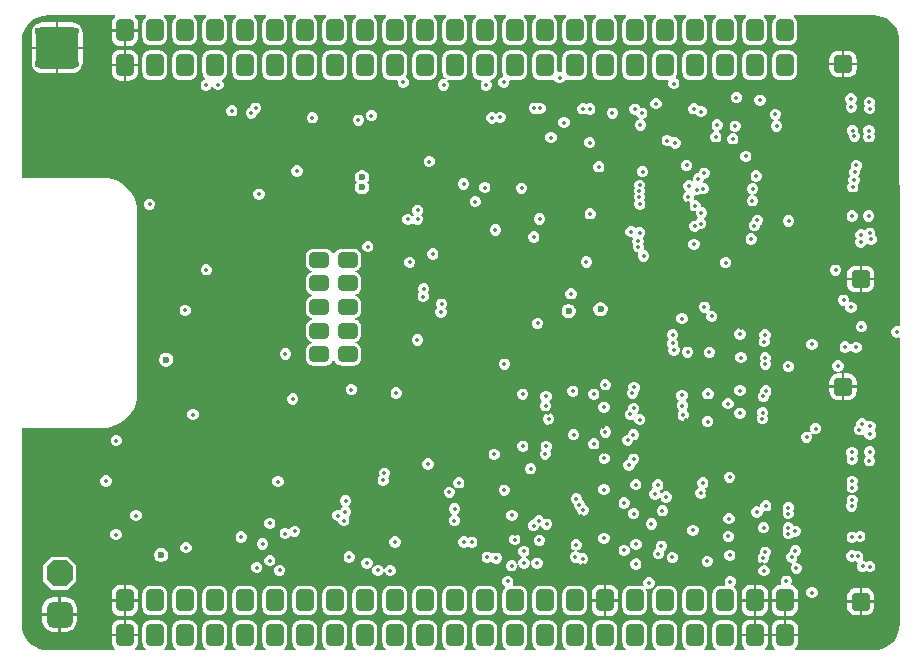
<source format=gbr>
%TF.GenerationSoftware,Altium Limited,Altium Designer,25.4.2 (15)*%
G04 Layer_Physical_Order=5*
G04 Layer_Color=16737945*
%FSLAX45Y45*%
%MOMM*%
%TF.SameCoordinates,EE14137D-E0DD-4410-96C1-A075B8BE80D9*%
%TF.FilePolarity,Positive*%
%TF.FileFunction,Copper,L5,Inr,Signal*%
%TF.Part,Single*%
G01*
G75*
%TA.AperFunction,ComponentPad*%
G04:AMPARAMS|DCode=83|XSize=1.55mm|YSize=1.6mm|CornerRadius=0.3875mm|HoleSize=0mm|Usage=FLASHONLY|Rotation=270.000|XOffset=0mm|YOffset=0mm|HoleType=Round|Shape=RoundedRectangle|*
%AMROUNDEDRECTD83*
21,1,1.55000,0.82500,0,0,270.0*
21,1,0.77500,1.60000,0,0,270.0*
1,1,0.77500,-0.41250,-0.38750*
1,1,0.77500,-0.41250,0.38750*
1,1,0.77500,0.41250,0.38750*
1,1,0.77500,0.41250,-0.38750*
%
%ADD83ROUNDEDRECTD83*%
G04:AMPARAMS|DCode=89|XSize=2.2mm|YSize=2.2mm|CornerRadius=0mm|HoleSize=0mm|Usage=FLASHONLY|Rotation=270.000|XOffset=0mm|YOffset=0mm|HoleType=Round|Shape=Octagon|*
%AMOCTAGOND89*
4,1,8,-0.55000,-1.10000,0.55000,-1.10000,1.10000,-0.55000,1.10000,0.55000,0.55000,1.10000,-0.55000,1.10000,-1.10000,0.55000,-1.10000,-0.55000,-0.55000,-1.10000,0.0*
%
%ADD89OCTAGOND89*%

G04:AMPARAMS|DCode=90|XSize=2.2mm|YSize=2.2mm|CornerRadius=0.55mm|HoleSize=0mm|Usage=FLASHONLY|Rotation=270.000|XOffset=0mm|YOffset=0mm|HoleType=Round|Shape=RoundedRectangle|*
%AMROUNDEDRECTD90*
21,1,2.20000,1.10000,0,0,270.0*
21,1,1.10000,2.20000,0,0,270.0*
1,1,1.10000,-0.55000,-0.55000*
1,1,1.10000,-0.55000,0.55000*
1,1,1.10000,0.55000,0.55000*
1,1,1.10000,0.55000,-0.55000*
%
%ADD90ROUNDEDRECTD90*%
%TA.AperFunction,ViaPad*%
%ADD91C,0.60000*%
%ADD92C,0.35000*%
%TA.AperFunction,ComponentPad*%
G04:AMPARAMS|DCode=93|XSize=1.5mm|YSize=1.9mm|CornerRadius=0.375mm|HoleSize=0mm|Usage=FLASHONLY|Rotation=0.000|XOffset=0mm|YOffset=0mm|HoleType=Round|Shape=RoundedRectangle|*
%AMROUNDEDRECTD93*
21,1,1.50000,1.15000,0,0,0.0*
21,1,0.75000,1.90000,0,0,0.0*
1,1,0.75000,0.37500,-0.57500*
1,1,0.75000,-0.37500,-0.57500*
1,1,0.75000,-0.37500,0.57500*
1,1,0.75000,0.37500,0.57500*
%
%ADD93ROUNDEDRECTD93*%
G04:AMPARAMS|DCode=94|XSize=1.3mm|YSize=1.7mm|CornerRadius=0.325mm|HoleSize=0mm|Usage=FLASHONLY|Rotation=270.000|XOffset=0mm|YOffset=0mm|HoleType=Round|Shape=RoundedRectangle|*
%AMROUNDEDRECTD94*
21,1,1.30000,1.05000,0,0,270.0*
21,1,0.65000,1.70000,0,0,270.0*
1,1,0.65000,-0.52500,-0.32500*
1,1,0.65000,-0.52500,0.32500*
1,1,0.65000,0.52500,0.32500*
1,1,0.65000,0.52500,-0.32500*
%
%ADD94ROUNDEDRECTD94*%
G04:AMPARAMS|DCode=95|XSize=3.6mm|YSize=3.6mm|CornerRadius=0.54mm|HoleSize=0mm|Usage=FLASHONLY|Rotation=0.000|XOffset=0mm|YOffset=0mm|HoleType=Round|Shape=RoundedRectangle|*
%AMROUNDEDRECTD95*
21,1,3.60000,2.52000,0,0,0.0*
21,1,2.52000,3.60000,0,0,0.0*
1,1,1.08000,1.26000,-1.26000*
1,1,1.08000,-1.26000,-1.26000*
1,1,1.08000,-1.26000,1.26000*
1,1,1.08000,1.26000,1.26000*
%
%ADD95ROUNDEDRECTD95*%
G36*
X8412706Y5414943D02*
X8445066Y5407174D01*
X8475813Y5394438D01*
X8504188Y5377050D01*
X8529494Y5355436D01*
X8551108Y5330130D01*
X8568496Y5301755D01*
X8581232Y5271008D01*
X8589001Y5238648D01*
X8590681Y5217292D01*
X8591113Y5205471D01*
X8591116Y5205460D01*
X8591116Y5193471D01*
X8591180Y2790477D01*
X8581203Y2783810D01*
X8578633Y2784875D01*
X8559736D01*
X8542278Y2777643D01*
X8528916Y2764281D01*
X8521685Y2746823D01*
Y2727926D01*
X8528916Y2710468D01*
X8542278Y2697106D01*
X8559736Y2689875D01*
X8578633D01*
X8581205Y2690941D01*
X8591183Y2684274D01*
X8591248Y267184D01*
X8591247Y267087D01*
X8591247Y255256D01*
X8590815Y243435D01*
X8589137Y222121D01*
X8581378Y189803D01*
X8568659Y159097D01*
X8551293Y130758D01*
X8529708Y105484D01*
X8504434Y83899D01*
X8476095Y66533D01*
X8445389Y53814D01*
X8413071Y46055D01*
X8381728Y43588D01*
X8379938Y43944D01*
X7706311D01*
X7702237Y55944D01*
X7709207Y61293D01*
X7720828Y76437D01*
X7728134Y94074D01*
X7730625Y113000D01*
Y160500D01*
X7509375D01*
Y113000D01*
X7511866Y94074D01*
X7519172Y76437D01*
X7530793Y61293D01*
X7537763Y55944D01*
X7533689Y43944D01*
X7452311D01*
X7448237Y55944D01*
X7455207Y61293D01*
X7466828Y76437D01*
X7474134Y94074D01*
X7476625Y113000D01*
Y160500D01*
X7255375D01*
Y113000D01*
X7257866Y94074D01*
X7265172Y76437D01*
X7276793Y61293D01*
X7283763Y55944D01*
X7279689Y43944D01*
X7189125D01*
X7188415Y45228D01*
X7186024Y55944D01*
X7197641Y64859D01*
X7208461Y78959D01*
X7215262Y95379D01*
X7217582Y113000D01*
Y228000D01*
X7215262Y245621D01*
X7208461Y262041D01*
X7197641Y276141D01*
X7183541Y286961D01*
X7167121Y293762D01*
X7149500Y296082D01*
X7074500D01*
X7056879Y293762D01*
X7040459Y286961D01*
X7026359Y276141D01*
X7015539Y262041D01*
X7008738Y245621D01*
X7006418Y228000D01*
Y113000D01*
X7008738Y95379D01*
X7015539Y78959D01*
X7026359Y64859D01*
X7037976Y55944D01*
X7035585Y45228D01*
X7034875Y43944D01*
X6935125D01*
X6934415Y45228D01*
X6932024Y55944D01*
X6943641Y64859D01*
X6954461Y78959D01*
X6961262Y95379D01*
X6963582Y113000D01*
Y228000D01*
X6961262Y245621D01*
X6954461Y262041D01*
X6943641Y276141D01*
X6929541Y286961D01*
X6913121Y293762D01*
X6895500Y296082D01*
X6820500D01*
X6802879Y293762D01*
X6786459Y286961D01*
X6772359Y276141D01*
X6761539Y262041D01*
X6754738Y245621D01*
X6752418Y228000D01*
Y113000D01*
X6754738Y95379D01*
X6761539Y78959D01*
X6772359Y64859D01*
X6783976Y55944D01*
X6781585Y45228D01*
X6780875Y43944D01*
X6681125D01*
X6680415Y45228D01*
X6678024Y55944D01*
X6689641Y64859D01*
X6700461Y78959D01*
X6707262Y95379D01*
X6709582Y113000D01*
Y228000D01*
X6707262Y245621D01*
X6700461Y262041D01*
X6689641Y276141D01*
X6675541Y286961D01*
X6659121Y293762D01*
X6641500Y296082D01*
X6566500D01*
X6548879Y293762D01*
X6532459Y286961D01*
X6518359Y276141D01*
X6507539Y262041D01*
X6500738Y245621D01*
X6498418Y228000D01*
Y113000D01*
X6500738Y95379D01*
X6507539Y78959D01*
X6518359Y64859D01*
X6529976Y55944D01*
X6527585Y45228D01*
X6526875Y43944D01*
X6427125D01*
X6426415Y45228D01*
X6424024Y55944D01*
X6435641Y64859D01*
X6446461Y78959D01*
X6453262Y95379D01*
X6455582Y113000D01*
Y228000D01*
X6453262Y245621D01*
X6446461Y262041D01*
X6435641Y276141D01*
X6421541Y286961D01*
X6405121Y293762D01*
X6387500Y296082D01*
X6312500D01*
X6294879Y293762D01*
X6278459Y286961D01*
X6264359Y276141D01*
X6253539Y262041D01*
X6246738Y245621D01*
X6244418Y228000D01*
Y113000D01*
X6246738Y95379D01*
X6253539Y78959D01*
X6264359Y64859D01*
X6275976Y55944D01*
X6273585Y45228D01*
X6272875Y43944D01*
X6173125D01*
X6172415Y45228D01*
X6170024Y55944D01*
X6181641Y64859D01*
X6192461Y78959D01*
X6199262Y95379D01*
X6201582Y113000D01*
Y228000D01*
X6199262Y245621D01*
X6192461Y262041D01*
X6181641Y276141D01*
X6167541Y286961D01*
X6151121Y293762D01*
X6133500Y296082D01*
X6058500D01*
X6040879Y293762D01*
X6024459Y286961D01*
X6010359Y276141D01*
X5999539Y262041D01*
X5992738Y245621D01*
X5990418Y228000D01*
Y113000D01*
X5992738Y95379D01*
X5999539Y78959D01*
X6010359Y64859D01*
X6021976Y55944D01*
X6019585Y45228D01*
X6018875Y43944D01*
X5919125D01*
X5918415Y45228D01*
X5916024Y55944D01*
X5927641Y64859D01*
X5938461Y78959D01*
X5945262Y95379D01*
X5947582Y113000D01*
Y228000D01*
X5945262Y245621D01*
X5938461Y262041D01*
X5927641Y276141D01*
X5913541Y286961D01*
X5897121Y293762D01*
X5879500Y296082D01*
X5804500D01*
X5786879Y293762D01*
X5770459Y286961D01*
X5756359Y276141D01*
X5745539Y262041D01*
X5738738Y245621D01*
X5736418Y228000D01*
Y113000D01*
X5738738Y95379D01*
X5745539Y78959D01*
X5756359Y64859D01*
X5767976Y55944D01*
X5765585Y45228D01*
X5764875Y43944D01*
X5665125D01*
X5664415Y45228D01*
X5662024Y55944D01*
X5673641Y64859D01*
X5684461Y78959D01*
X5691262Y95379D01*
X5693582Y113000D01*
Y228000D01*
X5691262Y245621D01*
X5684461Y262041D01*
X5673641Y276141D01*
X5659541Y286961D01*
X5643121Y293762D01*
X5625500Y296082D01*
X5550500D01*
X5532879Y293762D01*
X5516459Y286961D01*
X5502359Y276141D01*
X5491539Y262041D01*
X5484738Y245621D01*
X5482418Y228000D01*
Y113000D01*
X5484738Y95379D01*
X5491539Y78959D01*
X5502359Y64859D01*
X5513976Y55944D01*
X5511585Y45228D01*
X5510875Y43944D01*
X5411125D01*
X5410415Y45228D01*
X5408024Y55944D01*
X5419641Y64859D01*
X5430461Y78959D01*
X5437262Y95379D01*
X5439582Y113000D01*
Y228000D01*
X5437262Y245621D01*
X5430461Y262041D01*
X5419641Y276141D01*
X5405541Y286961D01*
X5389121Y293762D01*
X5371500Y296082D01*
X5296500D01*
X5278879Y293762D01*
X5262459Y286961D01*
X5248359Y276141D01*
X5237539Y262041D01*
X5230738Y245621D01*
X5228418Y228000D01*
Y113000D01*
X5230738Y95379D01*
X5237539Y78959D01*
X5248359Y64859D01*
X5259976Y55944D01*
X5257585Y45228D01*
X5256875Y43944D01*
X5157125D01*
X5156415Y45228D01*
X5154024Y55944D01*
X5165641Y64859D01*
X5176461Y78959D01*
X5183262Y95379D01*
X5185582Y113000D01*
Y228000D01*
X5183262Y245621D01*
X5176461Y262041D01*
X5165641Y276141D01*
X5151541Y286961D01*
X5135121Y293762D01*
X5117500Y296082D01*
X5042500D01*
X5024879Y293762D01*
X5008459Y286961D01*
X4994359Y276141D01*
X4983539Y262041D01*
X4976738Y245621D01*
X4974418Y228000D01*
Y113000D01*
X4976738Y95379D01*
X4983539Y78959D01*
X4994359Y64859D01*
X5005976Y55944D01*
X5003585Y45228D01*
X5002875Y43944D01*
X4903125D01*
X4902415Y45228D01*
X4900024Y55944D01*
X4911641Y64859D01*
X4922461Y78959D01*
X4929262Y95379D01*
X4931582Y113000D01*
Y228000D01*
X4929262Y245621D01*
X4922461Y262041D01*
X4911641Y276141D01*
X4897541Y286961D01*
X4881121Y293762D01*
X4863500Y296082D01*
X4788500D01*
X4770879Y293762D01*
X4754459Y286961D01*
X4740359Y276141D01*
X4729539Y262041D01*
X4722738Y245621D01*
X4720418Y228000D01*
Y113000D01*
X4722738Y95379D01*
X4729539Y78959D01*
X4740359Y64859D01*
X4751976Y55944D01*
X4749585Y45228D01*
X4748875Y43944D01*
X4649125D01*
X4648415Y45228D01*
X4646024Y55944D01*
X4657641Y64859D01*
X4668461Y78959D01*
X4675262Y95379D01*
X4677582Y113000D01*
Y228000D01*
X4675262Y245621D01*
X4668461Y262041D01*
X4657641Y276141D01*
X4643541Y286961D01*
X4627121Y293762D01*
X4609500Y296082D01*
X4534500D01*
X4516879Y293762D01*
X4500459Y286961D01*
X4486359Y276141D01*
X4475539Y262041D01*
X4468738Y245621D01*
X4466418Y228000D01*
Y113000D01*
X4468738Y95379D01*
X4475539Y78959D01*
X4486359Y64859D01*
X4497976Y55944D01*
X4495585Y45228D01*
X4494875Y43944D01*
X4395125D01*
X4394415Y45228D01*
X4392024Y55944D01*
X4403641Y64859D01*
X4414461Y78959D01*
X4421262Y95379D01*
X4423582Y113000D01*
Y228000D01*
X4421262Y245621D01*
X4414461Y262041D01*
X4403641Y276141D01*
X4389541Y286961D01*
X4373121Y293762D01*
X4355500Y296082D01*
X4280500D01*
X4262879Y293762D01*
X4246459Y286961D01*
X4232359Y276141D01*
X4221539Y262041D01*
X4214738Y245621D01*
X4212418Y228000D01*
Y113000D01*
X4214738Y95379D01*
X4221539Y78959D01*
X4232359Y64859D01*
X4243976Y55944D01*
X4241585Y45228D01*
X4240875Y43944D01*
X4141125D01*
X4140415Y45228D01*
X4138024Y55944D01*
X4149641Y64859D01*
X4160461Y78959D01*
X4167262Y95379D01*
X4169582Y113000D01*
Y228000D01*
X4167262Y245621D01*
X4160461Y262041D01*
X4149641Y276141D01*
X4135541Y286961D01*
X4119121Y293762D01*
X4101500Y296082D01*
X4026500D01*
X4008879Y293762D01*
X3992459Y286961D01*
X3978359Y276141D01*
X3967539Y262041D01*
X3960738Y245621D01*
X3958418Y228000D01*
Y113000D01*
X3960738Y95379D01*
X3967539Y78959D01*
X3978359Y64859D01*
X3989976Y55944D01*
X3987585Y45228D01*
X3986875Y43944D01*
X3887125D01*
X3886415Y45228D01*
X3884024Y55944D01*
X3895641Y64859D01*
X3906461Y78959D01*
X3913262Y95379D01*
X3915582Y113000D01*
Y228000D01*
X3913262Y245621D01*
X3906461Y262041D01*
X3895641Y276141D01*
X3881541Y286961D01*
X3865121Y293762D01*
X3847500Y296082D01*
X3772500D01*
X3754879Y293762D01*
X3738459Y286961D01*
X3724359Y276141D01*
X3713539Y262041D01*
X3706738Y245621D01*
X3704418Y228000D01*
Y113000D01*
X3706738Y95379D01*
X3713539Y78959D01*
X3724359Y64859D01*
X3735976Y55944D01*
X3733585Y45228D01*
X3732875Y43944D01*
X3633125D01*
X3632415Y45228D01*
X3630024Y55944D01*
X3641641Y64859D01*
X3652461Y78959D01*
X3659262Y95379D01*
X3661582Y113000D01*
Y228000D01*
X3659262Y245621D01*
X3652461Y262041D01*
X3641641Y276141D01*
X3627541Y286961D01*
X3611121Y293762D01*
X3593500Y296082D01*
X3518500D01*
X3500879Y293762D01*
X3484459Y286961D01*
X3470359Y276141D01*
X3459539Y262041D01*
X3452738Y245621D01*
X3450418Y228000D01*
Y113000D01*
X3452738Y95379D01*
X3459539Y78959D01*
X3470359Y64859D01*
X3481976Y55944D01*
X3479585Y45228D01*
X3478875Y43944D01*
X3379125D01*
X3378415Y45228D01*
X3376024Y55944D01*
X3387641Y64859D01*
X3398461Y78959D01*
X3405262Y95379D01*
X3407582Y113000D01*
Y228000D01*
X3405262Y245621D01*
X3398461Y262041D01*
X3387641Y276141D01*
X3373541Y286961D01*
X3357121Y293762D01*
X3339500Y296082D01*
X3264500D01*
X3246879Y293762D01*
X3230459Y286961D01*
X3216359Y276141D01*
X3205539Y262041D01*
X3198738Y245621D01*
X3196418Y228000D01*
Y113000D01*
X3198738Y95379D01*
X3205539Y78959D01*
X3216359Y64859D01*
X3227976Y55944D01*
X3225585Y45228D01*
X3224875Y43944D01*
X3125125D01*
X3124415Y45228D01*
X3122024Y55944D01*
X3133641Y64859D01*
X3144461Y78959D01*
X3151262Y95379D01*
X3153582Y113000D01*
Y228000D01*
X3151262Y245621D01*
X3144461Y262041D01*
X3133641Y276141D01*
X3119541Y286961D01*
X3103121Y293762D01*
X3085500Y296082D01*
X3010500D01*
X2992879Y293762D01*
X2976459Y286961D01*
X2962359Y276141D01*
X2951539Y262041D01*
X2944738Y245621D01*
X2942418Y228000D01*
Y113000D01*
X2944738Y95379D01*
X2951539Y78959D01*
X2962359Y64859D01*
X2973976Y55944D01*
X2971585Y45228D01*
X2970875Y43944D01*
X2871125D01*
X2870415Y45228D01*
X2868024Y55944D01*
X2879641Y64859D01*
X2890461Y78959D01*
X2897262Y95379D01*
X2899582Y113000D01*
Y228000D01*
X2897262Y245621D01*
X2890461Y262041D01*
X2879641Y276141D01*
X2865541Y286961D01*
X2849121Y293762D01*
X2831500Y296082D01*
X2756500D01*
X2738879Y293762D01*
X2722459Y286961D01*
X2708359Y276141D01*
X2697539Y262041D01*
X2690738Y245621D01*
X2688418Y228000D01*
Y113000D01*
X2690738Y95379D01*
X2697539Y78959D01*
X2708359Y64859D01*
X2719976Y55944D01*
X2717585Y45228D01*
X2716875Y43944D01*
X2617125D01*
X2616415Y45228D01*
X2614024Y55944D01*
X2625641Y64859D01*
X2636461Y78959D01*
X2643262Y95379D01*
X2645582Y113000D01*
Y228000D01*
X2643262Y245621D01*
X2636461Y262041D01*
X2625641Y276141D01*
X2611541Y286961D01*
X2595121Y293762D01*
X2577500Y296082D01*
X2502500D01*
X2484879Y293762D01*
X2468459Y286961D01*
X2454359Y276141D01*
X2443539Y262041D01*
X2436738Y245621D01*
X2434418Y228000D01*
Y113000D01*
X2436738Y95379D01*
X2443539Y78959D01*
X2454359Y64859D01*
X2465976Y55944D01*
X2463585Y45228D01*
X2462875Y43944D01*
X2363125D01*
X2362415Y45228D01*
X2360024Y55944D01*
X2371641Y64859D01*
X2382461Y78959D01*
X2389262Y95379D01*
X2391582Y113000D01*
Y228000D01*
X2389262Y245621D01*
X2382461Y262041D01*
X2371641Y276141D01*
X2357541Y286961D01*
X2341121Y293762D01*
X2323500Y296082D01*
X2248500D01*
X2230879Y293762D01*
X2214459Y286961D01*
X2200359Y276141D01*
X2189539Y262041D01*
X2182738Y245621D01*
X2180418Y228000D01*
Y113000D01*
X2182738Y95379D01*
X2189539Y78959D01*
X2200359Y64859D01*
X2211976Y55944D01*
X2209585Y45228D01*
X2208875Y43944D01*
X2118311D01*
X2114237Y55944D01*
X2121207Y61293D01*
X2132828Y76437D01*
X2140134Y94074D01*
X2142625Y113000D01*
Y160500D01*
X1921375D01*
Y113000D01*
X1923866Y94074D01*
X1931172Y76437D01*
X1942793Y61293D01*
X1949763Y55944D01*
X1945689Y43944D01*
X1371600D01*
X1369823Y43591D01*
X1338663Y46043D01*
X1306537Y53756D01*
X1276013Y66399D01*
X1247842Y83662D01*
X1222719Y105119D01*
X1201262Y130242D01*
X1183999Y158413D01*
X1171356Y188937D01*
X1163643Y221063D01*
X1161191Y252223D01*
X1161544Y254000D01*
Y1924556D01*
X1841500D01*
Y1924481D01*
X1888120Y1928150D01*
X1933593Y1939067D01*
X1976798Y1956963D01*
X2016671Y1981398D01*
X2052231Y2011769D01*
X2082602Y2047329D01*
X2107037Y2087202D01*
X2124933Y2130407D01*
X2135850Y2175880D01*
X2139519Y2222500D01*
X2139444D01*
Y3746500D01*
X2139519D01*
X2135850Y3793120D01*
X2124933Y3838593D01*
X2107037Y3881798D01*
X2082602Y3921671D01*
X2052231Y3957231D01*
X2016671Y3987602D01*
X1976798Y4012037D01*
X1933593Y4029933D01*
X1888120Y4040850D01*
X1841500Y4044519D01*
Y4044444D01*
X1161544D01*
Y5207000D01*
X1161191Y5208778D01*
X1163643Y5239937D01*
X1171356Y5272063D01*
X1183999Y5302587D01*
X1201262Y5330758D01*
X1222719Y5355881D01*
X1247842Y5377338D01*
X1276012Y5394601D01*
X1306537Y5407244D01*
X1338663Y5414957D01*
X1359781Y5416619D01*
X1371600Y5417055D01*
Y5417056D01*
X1945689D01*
X1949763Y5405056D01*
X1942793Y5399707D01*
X1931172Y5384563D01*
X1923866Y5366926D01*
X1921375Y5348000D01*
Y5300500D01*
X2142625D01*
Y5348000D01*
X2140134Y5366926D01*
X2132828Y5384563D01*
X2121207Y5399707D01*
X2114237Y5405056D01*
X2118311Y5417056D01*
X2208875D01*
X2209585Y5415772D01*
X2211976Y5405056D01*
X2200359Y5396141D01*
X2189539Y5382041D01*
X2182738Y5365621D01*
X2180418Y5348000D01*
Y5233000D01*
X2182738Y5215379D01*
X2189539Y5198959D01*
X2200359Y5184859D01*
X2214459Y5174039D01*
X2230879Y5167238D01*
X2248500Y5164918D01*
X2323500D01*
X2341121Y5167238D01*
X2357541Y5174039D01*
X2371641Y5184859D01*
X2382461Y5198959D01*
X2389262Y5215379D01*
X2391582Y5233000D01*
Y5348000D01*
X2389262Y5365621D01*
X2382461Y5382041D01*
X2371641Y5396141D01*
X2360024Y5405056D01*
X2362415Y5415772D01*
X2363125Y5417056D01*
X2462875D01*
X2463585Y5415772D01*
X2465976Y5405056D01*
X2454359Y5396141D01*
X2443539Y5382041D01*
X2436738Y5365621D01*
X2434418Y5348000D01*
Y5233000D01*
X2436738Y5215379D01*
X2443539Y5198959D01*
X2454359Y5184859D01*
X2468459Y5174039D01*
X2484879Y5167238D01*
X2502500Y5164918D01*
X2577500D01*
X2595121Y5167238D01*
X2611541Y5174039D01*
X2625641Y5184859D01*
X2636461Y5198959D01*
X2643262Y5215379D01*
X2645582Y5233000D01*
Y5348000D01*
X2643262Y5365621D01*
X2636461Y5382041D01*
X2625641Y5396141D01*
X2614024Y5405056D01*
X2616415Y5415772D01*
X2617125Y5417056D01*
X2716875D01*
X2717585Y5415772D01*
X2719976Y5405056D01*
X2708359Y5396141D01*
X2697539Y5382041D01*
X2690738Y5365621D01*
X2688418Y5348000D01*
Y5233000D01*
X2690738Y5215379D01*
X2697539Y5198959D01*
X2708359Y5184859D01*
X2722459Y5174039D01*
X2738879Y5167238D01*
X2756500Y5164918D01*
X2831500D01*
X2849121Y5167238D01*
X2865541Y5174039D01*
X2879641Y5184859D01*
X2890461Y5198959D01*
X2897262Y5215379D01*
X2899582Y5233000D01*
Y5348000D01*
X2897262Y5365621D01*
X2890461Y5382041D01*
X2879641Y5396141D01*
X2868024Y5405056D01*
X2870415Y5415772D01*
X2871125Y5417056D01*
X2970875D01*
X2971585Y5415772D01*
X2973976Y5405056D01*
X2962359Y5396141D01*
X2951539Y5382041D01*
X2944738Y5365621D01*
X2942418Y5348000D01*
Y5233000D01*
X2944738Y5215379D01*
X2951539Y5198959D01*
X2962359Y5184859D01*
X2976459Y5174039D01*
X2992879Y5167238D01*
X3010500Y5164918D01*
X3085500D01*
X3103121Y5167238D01*
X3119541Y5174039D01*
X3133641Y5184859D01*
X3144461Y5198959D01*
X3151262Y5215379D01*
X3153582Y5233000D01*
Y5348000D01*
X3151262Y5365621D01*
X3144461Y5382041D01*
X3133641Y5396141D01*
X3122024Y5405056D01*
X3124415Y5415772D01*
X3125125Y5417056D01*
X3224875D01*
X3225585Y5415772D01*
X3227976Y5405056D01*
X3216359Y5396141D01*
X3205539Y5382041D01*
X3198738Y5365621D01*
X3196418Y5348000D01*
Y5233000D01*
X3198738Y5215379D01*
X3205539Y5198959D01*
X3216359Y5184859D01*
X3230459Y5174039D01*
X3246879Y5167238D01*
X3264500Y5164918D01*
X3339500D01*
X3357121Y5167238D01*
X3373541Y5174039D01*
X3387641Y5184859D01*
X3398461Y5198959D01*
X3405262Y5215379D01*
X3407582Y5233000D01*
Y5348000D01*
X3405262Y5365621D01*
X3398461Y5382041D01*
X3387641Y5396141D01*
X3376024Y5405056D01*
X3378415Y5415772D01*
X3379125Y5417056D01*
X3478875D01*
X3479585Y5415772D01*
X3481976Y5405056D01*
X3470359Y5396141D01*
X3459539Y5382041D01*
X3452738Y5365621D01*
X3450418Y5348000D01*
Y5233000D01*
X3452738Y5215379D01*
X3459539Y5198959D01*
X3470359Y5184859D01*
X3484459Y5174039D01*
X3500879Y5167238D01*
X3518500Y5164918D01*
X3593500D01*
X3611121Y5167238D01*
X3627541Y5174039D01*
X3641641Y5184859D01*
X3652461Y5198959D01*
X3659262Y5215379D01*
X3661582Y5233000D01*
Y5348000D01*
X3659262Y5365621D01*
X3652461Y5382041D01*
X3641641Y5396141D01*
X3630024Y5405056D01*
X3632415Y5415772D01*
X3633125Y5417056D01*
X3732875D01*
X3733585Y5415772D01*
X3735976Y5405056D01*
X3724359Y5396141D01*
X3713539Y5382041D01*
X3706738Y5365621D01*
X3704418Y5348000D01*
Y5233000D01*
X3706738Y5215379D01*
X3713539Y5198959D01*
X3724359Y5184859D01*
X3738459Y5174039D01*
X3754879Y5167238D01*
X3772500Y5164918D01*
X3847500D01*
X3865121Y5167238D01*
X3881541Y5174039D01*
X3895641Y5184859D01*
X3906461Y5198959D01*
X3913262Y5215379D01*
X3915582Y5233000D01*
Y5348000D01*
X3913262Y5365621D01*
X3906461Y5382041D01*
X3895641Y5396141D01*
X3884024Y5405056D01*
X3886415Y5415772D01*
X3887125Y5417056D01*
X3986875D01*
X3987585Y5415772D01*
X3989976Y5405056D01*
X3978359Y5396141D01*
X3967539Y5382041D01*
X3960738Y5365621D01*
X3958418Y5348000D01*
Y5233000D01*
X3960738Y5215379D01*
X3967539Y5198959D01*
X3978359Y5184859D01*
X3992459Y5174039D01*
X4008879Y5167238D01*
X4026500Y5164918D01*
X4101500D01*
X4119121Y5167238D01*
X4135541Y5174039D01*
X4149641Y5184859D01*
X4160461Y5198959D01*
X4167262Y5215379D01*
X4169582Y5233000D01*
Y5348000D01*
X4167262Y5365621D01*
X4160461Y5382041D01*
X4149641Y5396141D01*
X4138024Y5405056D01*
X4140415Y5415772D01*
X4141125Y5417056D01*
X4240875D01*
X4241585Y5415772D01*
X4243976Y5405056D01*
X4232359Y5396141D01*
X4221539Y5382041D01*
X4214738Y5365621D01*
X4212418Y5348000D01*
Y5233000D01*
X4214738Y5215379D01*
X4221539Y5198959D01*
X4232359Y5184859D01*
X4246459Y5174039D01*
X4262879Y5167238D01*
X4280500Y5164918D01*
X4355500D01*
X4373121Y5167238D01*
X4389541Y5174039D01*
X4403641Y5184859D01*
X4414461Y5198959D01*
X4421262Y5215379D01*
X4423582Y5233000D01*
Y5348000D01*
X4421262Y5365621D01*
X4414461Y5382041D01*
X4403641Y5396141D01*
X4392024Y5405056D01*
X4394415Y5415772D01*
X4395125Y5417056D01*
X4494875D01*
X4495585Y5415772D01*
X4497976Y5405056D01*
X4486359Y5396141D01*
X4475539Y5382041D01*
X4468738Y5365621D01*
X4466418Y5348000D01*
Y5233000D01*
X4468738Y5215379D01*
X4475539Y5198959D01*
X4486359Y5184859D01*
X4500459Y5174039D01*
X4516879Y5167238D01*
X4534500Y5164918D01*
X4609500D01*
X4627121Y5167238D01*
X4643541Y5174039D01*
X4657641Y5184859D01*
X4668461Y5198959D01*
X4675262Y5215379D01*
X4677582Y5233000D01*
Y5348000D01*
X4675262Y5365621D01*
X4668461Y5382041D01*
X4657641Y5396141D01*
X4646024Y5405056D01*
X4648415Y5415772D01*
X4649125Y5417056D01*
X4748875D01*
X4749585Y5415772D01*
X4751976Y5405056D01*
X4740359Y5396141D01*
X4729539Y5382041D01*
X4722738Y5365621D01*
X4720418Y5348000D01*
Y5233000D01*
X4722738Y5215379D01*
X4729539Y5198959D01*
X4740359Y5184859D01*
X4754459Y5174039D01*
X4770879Y5167238D01*
X4788500Y5164918D01*
X4863500D01*
X4881121Y5167238D01*
X4897541Y5174039D01*
X4911641Y5184859D01*
X4922461Y5198959D01*
X4929262Y5215379D01*
X4931582Y5233000D01*
Y5348000D01*
X4929262Y5365621D01*
X4922461Y5382041D01*
X4911641Y5396141D01*
X4900024Y5405056D01*
X4902415Y5415772D01*
X4903125Y5417056D01*
X5002875D01*
X5003585Y5415772D01*
X5005976Y5405056D01*
X4994359Y5396141D01*
X4983539Y5382041D01*
X4976738Y5365621D01*
X4974418Y5348000D01*
Y5233000D01*
X4976738Y5215379D01*
X4983539Y5198959D01*
X4994359Y5184859D01*
X5008459Y5174039D01*
X5024879Y5167238D01*
X5042500Y5164918D01*
X5117500D01*
X5135121Y5167238D01*
X5151541Y5174039D01*
X5165641Y5184859D01*
X5176461Y5198959D01*
X5183262Y5215379D01*
X5185582Y5233000D01*
Y5348000D01*
X5183262Y5365621D01*
X5176461Y5382041D01*
X5165641Y5396141D01*
X5154024Y5405056D01*
X5156415Y5415772D01*
X5157125Y5417056D01*
X5256875D01*
X5257585Y5415772D01*
X5259976Y5405056D01*
X5248359Y5396141D01*
X5237539Y5382041D01*
X5230738Y5365621D01*
X5228418Y5348000D01*
Y5233000D01*
X5230738Y5215379D01*
X5237539Y5198959D01*
X5248359Y5184859D01*
X5262459Y5174039D01*
X5278879Y5167238D01*
X5296500Y5164918D01*
X5371500D01*
X5389121Y5167238D01*
X5405541Y5174039D01*
X5419641Y5184859D01*
X5430461Y5198959D01*
X5437262Y5215379D01*
X5439582Y5233000D01*
Y5348000D01*
X5437262Y5365621D01*
X5430461Y5382041D01*
X5419641Y5396141D01*
X5408024Y5405056D01*
X5410415Y5415772D01*
X5411125Y5417056D01*
X5510875D01*
X5511585Y5415772D01*
X5513976Y5405056D01*
X5502359Y5396141D01*
X5491539Y5382041D01*
X5484738Y5365621D01*
X5482418Y5348000D01*
Y5233000D01*
X5484738Y5215379D01*
X5491539Y5198959D01*
X5502359Y5184859D01*
X5516459Y5174039D01*
X5532879Y5167238D01*
X5550500Y5164918D01*
X5625500D01*
X5643121Y5167238D01*
X5659541Y5174039D01*
X5673641Y5184859D01*
X5684461Y5198959D01*
X5691262Y5215379D01*
X5693582Y5233000D01*
Y5348000D01*
X5691262Y5365621D01*
X5684461Y5382041D01*
X5673641Y5396141D01*
X5662024Y5405056D01*
X5664415Y5415772D01*
X5665125Y5417056D01*
X5764875D01*
X5765585Y5415772D01*
X5767976Y5405056D01*
X5756359Y5396141D01*
X5745539Y5382041D01*
X5738738Y5365621D01*
X5736418Y5348000D01*
Y5233000D01*
X5738738Y5215379D01*
X5745539Y5198959D01*
X5756359Y5184859D01*
X5770459Y5174039D01*
X5786879Y5167238D01*
X5804500Y5164918D01*
X5879500D01*
X5897121Y5167238D01*
X5913541Y5174039D01*
X5927641Y5184859D01*
X5938461Y5198959D01*
X5945262Y5215379D01*
X5947582Y5233000D01*
Y5348000D01*
X5945262Y5365621D01*
X5938461Y5382041D01*
X5927641Y5396141D01*
X5916024Y5405056D01*
X5918415Y5415772D01*
X5919125Y5417056D01*
X6018875D01*
X6019585Y5415772D01*
X6021976Y5405056D01*
X6010359Y5396141D01*
X5999539Y5382041D01*
X5992738Y5365621D01*
X5990418Y5348000D01*
Y5233000D01*
X5992738Y5215379D01*
X5999539Y5198959D01*
X6010359Y5184859D01*
X6024459Y5174039D01*
X6040879Y5167238D01*
X6058500Y5164918D01*
X6133500D01*
X6151121Y5167238D01*
X6167541Y5174039D01*
X6181641Y5184859D01*
X6192461Y5198959D01*
X6199262Y5215379D01*
X6201582Y5233000D01*
Y5348000D01*
X6199262Y5365621D01*
X6192461Y5382041D01*
X6181641Y5396141D01*
X6170024Y5405056D01*
X6172415Y5415772D01*
X6173125Y5417056D01*
X6272875D01*
X6273585Y5415772D01*
X6275976Y5405056D01*
X6264359Y5396141D01*
X6253539Y5382041D01*
X6246738Y5365621D01*
X6244418Y5348000D01*
Y5233000D01*
X6246738Y5215379D01*
X6253539Y5198959D01*
X6264359Y5184859D01*
X6278459Y5174039D01*
X6294879Y5167238D01*
X6312500Y5164918D01*
X6387500D01*
X6405121Y5167238D01*
X6421541Y5174039D01*
X6435641Y5184859D01*
X6446461Y5198959D01*
X6453262Y5215379D01*
X6455582Y5233000D01*
Y5348000D01*
X6453262Y5365621D01*
X6446461Y5382041D01*
X6435641Y5396141D01*
X6424024Y5405056D01*
X6426415Y5415772D01*
X6427125Y5417056D01*
X6526875D01*
X6527585Y5415772D01*
X6529976Y5405056D01*
X6518359Y5396141D01*
X6507539Y5382041D01*
X6500738Y5365621D01*
X6498418Y5348000D01*
Y5233000D01*
X6500738Y5215379D01*
X6507539Y5198959D01*
X6518359Y5184859D01*
X6532459Y5174039D01*
X6548879Y5167238D01*
X6566500Y5164918D01*
X6641500D01*
X6659121Y5167238D01*
X6675541Y5174039D01*
X6689641Y5184859D01*
X6700461Y5198959D01*
X6707262Y5215379D01*
X6709582Y5233000D01*
Y5348000D01*
X6707262Y5365621D01*
X6700461Y5382041D01*
X6689641Y5396141D01*
X6678024Y5405056D01*
X6680415Y5415772D01*
X6681125Y5417056D01*
X6780875D01*
X6781585Y5415772D01*
X6783976Y5405056D01*
X6772359Y5396141D01*
X6761539Y5382041D01*
X6754738Y5365621D01*
X6752418Y5348000D01*
Y5233000D01*
X6754738Y5215379D01*
X6761539Y5198959D01*
X6772359Y5184859D01*
X6786459Y5174039D01*
X6802879Y5167238D01*
X6820500Y5164918D01*
X6895500D01*
X6913121Y5167238D01*
X6929541Y5174039D01*
X6943641Y5184859D01*
X6954461Y5198959D01*
X6961262Y5215379D01*
X6963582Y5233000D01*
Y5348000D01*
X6961262Y5365621D01*
X6954461Y5382041D01*
X6943641Y5396141D01*
X6932024Y5405056D01*
X6934415Y5415772D01*
X6935125Y5417056D01*
X7034875D01*
X7035585Y5415772D01*
X7037976Y5405056D01*
X7026359Y5396141D01*
X7015539Y5382041D01*
X7008738Y5365621D01*
X7006418Y5348000D01*
Y5233000D01*
X7008738Y5215379D01*
X7015539Y5198959D01*
X7026359Y5184859D01*
X7040459Y5174039D01*
X7056879Y5167238D01*
X7074500Y5164918D01*
X7149500D01*
X7167121Y5167238D01*
X7183541Y5174039D01*
X7197641Y5184859D01*
X7208461Y5198959D01*
X7215262Y5215379D01*
X7217582Y5233000D01*
Y5348000D01*
X7215262Y5365621D01*
X7208461Y5382041D01*
X7197641Y5396141D01*
X7186024Y5405056D01*
X7188415Y5415772D01*
X7189125Y5417056D01*
X7288875D01*
X7289585Y5415772D01*
X7291976Y5405056D01*
X7280359Y5396141D01*
X7269539Y5382041D01*
X7262738Y5365621D01*
X7260418Y5348000D01*
Y5233000D01*
X7262738Y5215379D01*
X7269539Y5198959D01*
X7280359Y5184859D01*
X7294459Y5174039D01*
X7310879Y5167238D01*
X7328500Y5164918D01*
X7403500D01*
X7421121Y5167238D01*
X7437541Y5174039D01*
X7451641Y5184859D01*
X7462461Y5198959D01*
X7469262Y5215379D01*
X7471582Y5233000D01*
Y5348000D01*
X7469262Y5365621D01*
X7462461Y5382041D01*
X7451641Y5396141D01*
X7440024Y5405056D01*
X7442415Y5415772D01*
X7443125Y5417056D01*
X7542875D01*
X7543585Y5415772D01*
X7545976Y5405056D01*
X7534359Y5396141D01*
X7523539Y5382041D01*
X7516738Y5365621D01*
X7514418Y5348000D01*
Y5233000D01*
X7516738Y5215379D01*
X7523539Y5198959D01*
X7534359Y5184859D01*
X7548459Y5174039D01*
X7564879Y5167238D01*
X7582500Y5164918D01*
X7657500D01*
X7675121Y5167238D01*
X7691541Y5174039D01*
X7705641Y5184859D01*
X7716461Y5198959D01*
X7723262Y5215379D01*
X7725582Y5233000D01*
Y5348000D01*
X7723262Y5365621D01*
X7716461Y5382041D01*
X7705641Y5396141D01*
X7694024Y5405056D01*
X7696415Y5415772D01*
X7697125Y5417056D01*
X8379531D01*
X8381325Y5417413D01*
X8412706Y5414943D01*
D02*
G37*
%LPC*%
G36*
X2142625Y5280500D02*
X2042000D01*
Y5159875D01*
X2069500D01*
X2088426Y5162366D01*
X2106063Y5169672D01*
X2121207Y5181293D01*
X2132828Y5196437D01*
X2140134Y5214074D01*
X2142625Y5233000D01*
Y5280500D01*
D02*
G37*
G36*
X2022000D02*
X1921375D01*
Y5233000D01*
X1923866Y5214074D01*
X1931172Y5196437D01*
X1942793Y5181293D01*
X1957937Y5169672D01*
X1975574Y5162366D01*
X1994500Y5159875D01*
X2022000D01*
Y5280500D01*
D02*
G37*
G36*
X1586500Y5359268D02*
X1470500D01*
Y5153500D01*
X1676268D01*
Y5269500D01*
X1673209Y5292734D01*
X1664241Y5314384D01*
X1649976Y5332976D01*
X1631384Y5347241D01*
X1609734Y5356209D01*
X1586500Y5359268D01*
D02*
G37*
G36*
X1450500D02*
X1334500D01*
X1311266Y5356209D01*
X1289616Y5347241D01*
X1271024Y5332976D01*
X1256759Y5314384D01*
X1247791Y5292734D01*
X1244732Y5269500D01*
Y5153500D01*
X1450500D01*
Y5359268D01*
D02*
G37*
G36*
X8154250Y5118136D02*
X8123000D01*
Y5015000D01*
X8228636D01*
Y5043750D01*
X8226101Y5063002D01*
X8218670Y5080943D01*
X8206849Y5096349D01*
X8191443Y5108170D01*
X8173502Y5115601D01*
X8154250Y5118136D01*
D02*
G37*
G36*
X8103000D02*
X8071750D01*
X8052497Y5115601D01*
X8034557Y5108170D01*
X8019151Y5096349D01*
X8007330Y5080943D01*
X7999898Y5063002D01*
X7997364Y5043750D01*
Y5015000D01*
X8103000D01*
Y5118136D01*
D02*
G37*
G36*
X2069500Y5127125D02*
X2042000D01*
Y5006500D01*
X2142625D01*
Y5054000D01*
X2140134Y5072926D01*
X2132828Y5090563D01*
X2121207Y5105707D01*
X2106063Y5117328D01*
X2088426Y5124634D01*
X2069500Y5127125D01*
D02*
G37*
G36*
X2022000D02*
X1994500D01*
X1975574Y5124634D01*
X1957937Y5117328D01*
X1942793Y5105707D01*
X1931172Y5090563D01*
X1923866Y5072926D01*
X1921375Y5054000D01*
Y5006500D01*
X2022000D01*
Y5127125D01*
D02*
G37*
G36*
X5879500Y5122082D02*
X5804500D01*
X5786879Y5119762D01*
X5770459Y5112961D01*
X5756359Y5102141D01*
X5745539Y5088041D01*
X5738738Y5071621D01*
X5736418Y5054000D01*
Y4945122D01*
X5725366Y4936711D01*
X5723137Y4937634D01*
X5705426D01*
X5704042Y4937794D01*
X5693582Y4946208D01*
Y5054000D01*
X5691262Y5071621D01*
X5684461Y5088041D01*
X5673641Y5102141D01*
X5659541Y5112961D01*
X5643121Y5119762D01*
X5625500Y5122082D01*
X5550500D01*
X5532879Y5119762D01*
X5516459Y5112961D01*
X5502359Y5102141D01*
X5491539Y5088041D01*
X5484738Y5071621D01*
X5482418Y5054000D01*
Y4939000D01*
X5484738Y4921379D01*
X5491539Y4904959D01*
X5502359Y4890859D01*
X5516459Y4880039D01*
X5532879Y4873238D01*
X5550500Y4870918D01*
X5625500D01*
X5643121Y4873238D01*
X5655102Y4878201D01*
X5667015Y4874472D01*
X5669543Y4872588D01*
X5673420Y4863228D01*
X5686782Y4849866D01*
X5704241Y4842635D01*
X5723137D01*
X5740595Y4849866D01*
X5753957Y4863228D01*
X5758467Y4874115D01*
X5765993Y4877833D01*
X5772056Y4879236D01*
X5772560Y4879169D01*
X5786879Y4873238D01*
X5804500Y4870918D01*
X5879500D01*
X5897121Y4873238D01*
X5913541Y4880039D01*
X5927641Y4890859D01*
X5938461Y4904959D01*
X5945262Y4921379D01*
X5947582Y4939000D01*
Y5054000D01*
X5945262Y5071621D01*
X5938461Y5088041D01*
X5927641Y5102141D01*
X5913541Y5112961D01*
X5897121Y5119762D01*
X5879500Y5122082D01*
D02*
G37*
G36*
X1676268Y5133500D02*
X1470500D01*
Y4927732D01*
X1586500D01*
X1609734Y4930791D01*
X1631384Y4939759D01*
X1649976Y4954024D01*
X1664241Y4972616D01*
X1673209Y4994266D01*
X1676268Y5017500D01*
Y5133500D01*
D02*
G37*
G36*
X1450500D02*
X1244732D01*
Y5017500D01*
X1247791Y4994266D01*
X1256759Y4972616D01*
X1271024Y4954024D01*
X1289616Y4939759D01*
X1311266Y4930791D01*
X1334500Y4927732D01*
X1450500D01*
Y5133500D01*
D02*
G37*
G36*
X8228636Y4995000D02*
X8123000D01*
Y4891864D01*
X8154250D01*
X8173502Y4894398D01*
X8191443Y4901830D01*
X8206849Y4913651D01*
X8218670Y4929057D01*
X8226101Y4946997D01*
X8228636Y4966250D01*
Y4995000D01*
D02*
G37*
G36*
X8103000D02*
X7997364D01*
Y4966250D01*
X7999898Y4946997D01*
X8007330Y4929057D01*
X8019151Y4913651D01*
X8034557Y4901830D01*
X8052497Y4894398D01*
X8071750Y4891864D01*
X8103000D01*
Y4995000D01*
D02*
G37*
G36*
X4863500Y5122082D02*
X4788500D01*
X4770879Y5119762D01*
X4754459Y5112961D01*
X4740359Y5102141D01*
X4729539Y5088041D01*
X4722738Y5071621D01*
X4720418Y5054000D01*
Y4939000D01*
X4722738Y4921379D01*
X4729539Y4904959D01*
X4740359Y4890859D01*
X4748009Y4884988D01*
X4741957Y4874507D01*
X4740655Y4875046D01*
X4721759D01*
X4704301Y4867814D01*
X4690939Y4854452D01*
X4683707Y4836994D01*
Y4818098D01*
X4690939Y4800639D01*
X4704301Y4787277D01*
X4721759Y4780046D01*
X4740655D01*
X4758114Y4787277D01*
X4771476Y4800639D01*
X4778707Y4818098D01*
Y4836994D01*
X4771476Y4854452D01*
X4762002Y4863926D01*
X4768799Y4874099D01*
X4770879Y4873238D01*
X4788500Y4870918D01*
X4863500D01*
X4881121Y4873238D01*
X4897541Y4880039D01*
X4911641Y4890859D01*
X4922461Y4904959D01*
X4929262Y4921379D01*
X4931582Y4939000D01*
Y5054000D01*
X4929262Y5071621D01*
X4922461Y5088041D01*
X4911641Y5102141D01*
X4897541Y5112961D01*
X4881121Y5119762D01*
X4863500Y5122082D01*
D02*
G37*
G36*
X7657500D02*
X7582500D01*
X7564879Y5119762D01*
X7548459Y5112961D01*
X7534359Y5102141D01*
X7523539Y5088041D01*
X7516738Y5071621D01*
X7514418Y5054000D01*
Y4939000D01*
X7516738Y4921379D01*
X7523539Y4904959D01*
X7534359Y4890859D01*
X7548459Y4880039D01*
X7564879Y4873238D01*
X7582500Y4870918D01*
X7657500D01*
X7675121Y4873238D01*
X7691541Y4880039D01*
X7705641Y4890859D01*
X7716461Y4904959D01*
X7723262Y4921379D01*
X7725582Y4939000D01*
Y5054000D01*
X7723262Y5071621D01*
X7716461Y5088041D01*
X7705641Y5102141D01*
X7691541Y5112961D01*
X7675121Y5119762D01*
X7657500Y5122082D01*
D02*
G37*
G36*
X7403500D02*
X7328500D01*
X7310879Y5119762D01*
X7294459Y5112961D01*
X7280359Y5102141D01*
X7269539Y5088041D01*
X7262738Y5071621D01*
X7260418Y5054000D01*
Y4939000D01*
X7262738Y4921379D01*
X7269539Y4904959D01*
X7280359Y4890859D01*
X7294459Y4880039D01*
X7310879Y4873238D01*
X7328500Y4870918D01*
X7403500D01*
X7421121Y4873238D01*
X7437541Y4880039D01*
X7451641Y4890859D01*
X7462461Y4904959D01*
X7469262Y4921379D01*
X7471582Y4939000D01*
Y5054000D01*
X7469262Y5071621D01*
X7462461Y5088041D01*
X7451641Y5102141D01*
X7437541Y5112961D01*
X7421121Y5119762D01*
X7403500Y5122082D01*
D02*
G37*
G36*
X7149500D02*
X7074500D01*
X7056879Y5119762D01*
X7040459Y5112961D01*
X7026359Y5102141D01*
X7015539Y5088041D01*
X7008738Y5071621D01*
X7006418Y5054000D01*
Y4939000D01*
X7008738Y4921379D01*
X7015539Y4904959D01*
X7026359Y4890859D01*
X7040459Y4880039D01*
X7056879Y4873238D01*
X7074500Y4870918D01*
X7149500D01*
X7167121Y4873238D01*
X7183541Y4880039D01*
X7197641Y4890859D01*
X7208461Y4904959D01*
X7215262Y4921379D01*
X7217582Y4939000D01*
Y5054000D01*
X7215262Y5071621D01*
X7208461Y5088041D01*
X7197641Y5102141D01*
X7183541Y5112961D01*
X7167121Y5119762D01*
X7149500Y5122082D01*
D02*
G37*
G36*
X6895500D02*
X6820500D01*
X6802879Y5119762D01*
X6786459Y5112961D01*
X6772359Y5102141D01*
X6761539Y5088041D01*
X6754738Y5071621D01*
X6752418Y5054000D01*
Y4939000D01*
X6754738Y4921379D01*
X6761539Y4904959D01*
X6772359Y4890859D01*
X6786459Y4880039D01*
X6802879Y4873238D01*
X6820500Y4870918D01*
X6895500D01*
X6913121Y4873238D01*
X6929541Y4880039D01*
X6943641Y4890859D01*
X6954461Y4904959D01*
X6961262Y4921379D01*
X6963582Y4939000D01*
Y5054000D01*
X6961262Y5071621D01*
X6954461Y5088041D01*
X6943641Y5102141D01*
X6929541Y5112961D01*
X6913121Y5119762D01*
X6895500Y5122082D01*
D02*
G37*
G36*
X6387500D02*
X6312500D01*
X6294879Y5119762D01*
X6278459Y5112961D01*
X6264359Y5102141D01*
X6253539Y5088041D01*
X6246738Y5071621D01*
X6244418Y5054000D01*
Y4939000D01*
X6246738Y4921379D01*
X6253539Y4904959D01*
X6264359Y4890859D01*
X6278459Y4880039D01*
X6294879Y4873238D01*
X6312500Y4870918D01*
X6387500D01*
X6405121Y4873238D01*
X6421541Y4880039D01*
X6435641Y4890859D01*
X6446461Y4904959D01*
X6453262Y4921379D01*
X6455582Y4939000D01*
Y5054000D01*
X6453262Y5071621D01*
X6446461Y5088041D01*
X6435641Y5102141D01*
X6421541Y5112961D01*
X6405121Y5119762D01*
X6387500Y5122082D01*
D02*
G37*
G36*
X6133500D02*
X6058500D01*
X6040879Y5119762D01*
X6024459Y5112961D01*
X6010359Y5102141D01*
X5999539Y5088041D01*
X5992738Y5071621D01*
X5990418Y5054000D01*
Y4939000D01*
X5992738Y4921379D01*
X5999539Y4904959D01*
X6010359Y4890859D01*
X6024459Y4880039D01*
X6040879Y4873238D01*
X6058500Y4870918D01*
X6133500D01*
X6151121Y4873238D01*
X6167541Y4880039D01*
X6181641Y4890859D01*
X6192461Y4904959D01*
X6199262Y4921379D01*
X6201582Y4939000D01*
Y5054000D01*
X6199262Y5071621D01*
X6192461Y5088041D01*
X6181641Y5102141D01*
X6167541Y5112961D01*
X6151121Y5119762D01*
X6133500Y5122082D01*
D02*
G37*
G36*
X5371500D02*
X5296500D01*
X5278879Y5119762D01*
X5262459Y5112961D01*
X5248359Y5102141D01*
X5237539Y5088041D01*
X5230738Y5071621D01*
X5228418Y5054000D01*
Y4939000D01*
X5230738Y4921379D01*
X5235658Y4909500D01*
X5231494Y4899714D01*
X5230699Y4898585D01*
X5228719Y4896741D01*
X5213093Y4890268D01*
X5199732Y4876906D01*
X5192500Y4859448D01*
Y4840552D01*
X5199732Y4823093D01*
X5213093Y4809732D01*
X5230552Y4802500D01*
X5249448D01*
X5266906Y4809732D01*
X5280268Y4823093D01*
X5287500Y4840552D01*
Y4859448D01*
X5286548Y4861746D01*
X5293853Y4871266D01*
X5296500Y4870918D01*
X5371500D01*
X5389121Y4873238D01*
X5405541Y4880039D01*
X5419641Y4890859D01*
X5430461Y4904959D01*
X5437262Y4921379D01*
X5439582Y4939000D01*
Y5054000D01*
X5437262Y5071621D01*
X5430461Y5088041D01*
X5419641Y5102141D01*
X5405541Y5112961D01*
X5389121Y5119762D01*
X5371500Y5122082D01*
D02*
G37*
G36*
X4609500D02*
X4534500D01*
X4516879Y5119762D01*
X4500459Y5112961D01*
X4486359Y5102141D01*
X4475539Y5088041D01*
X4468738Y5071621D01*
X4466418Y5054000D01*
Y4939000D01*
X4468738Y4921379D01*
X4475539Y4904959D01*
X4486359Y4890859D01*
X4500459Y4880039D01*
X4516879Y4873238D01*
X4534500Y4870918D01*
X4609500D01*
X4627121Y4873238D01*
X4643541Y4880039D01*
X4657641Y4890859D01*
X4668461Y4904959D01*
X4675262Y4921379D01*
X4677582Y4939000D01*
Y5054000D01*
X4675262Y5071621D01*
X4668461Y5088041D01*
X4657641Y5102141D01*
X4643541Y5112961D01*
X4627121Y5119762D01*
X4609500Y5122082D01*
D02*
G37*
G36*
X4101500D02*
X4026500D01*
X4008879Y5119762D01*
X3992459Y5112961D01*
X3978359Y5102141D01*
X3967539Y5088041D01*
X3960738Y5071621D01*
X3958418Y5054000D01*
Y4939000D01*
X3960738Y4921379D01*
X3967539Y4904959D01*
X3978359Y4890859D01*
X3992459Y4880039D01*
X4008879Y4873238D01*
X4026500Y4870918D01*
X4101500D01*
X4119121Y4873238D01*
X4135541Y4880039D01*
X4149641Y4890859D01*
X4160461Y4904959D01*
X4167262Y4921379D01*
X4169582Y4939000D01*
Y5054000D01*
X4167262Y5071621D01*
X4160461Y5088041D01*
X4149641Y5102141D01*
X4135541Y5112961D01*
X4119121Y5119762D01*
X4101500Y5122082D01*
D02*
G37*
G36*
X3847500D02*
X3772500D01*
X3754879Y5119762D01*
X3738459Y5112961D01*
X3724359Y5102141D01*
X3713539Y5088041D01*
X3706738Y5071621D01*
X3704418Y5054000D01*
Y4939000D01*
X3706738Y4921379D01*
X3713539Y4904959D01*
X3724359Y4890859D01*
X3738459Y4880039D01*
X3754879Y4873238D01*
X3772500Y4870918D01*
X3847500D01*
X3865121Y4873238D01*
X3881541Y4880039D01*
X3895641Y4890859D01*
X3906461Y4904959D01*
X3913262Y4921379D01*
X3915582Y4939000D01*
Y5054000D01*
X3913262Y5071621D01*
X3906461Y5088041D01*
X3895641Y5102141D01*
X3881541Y5112961D01*
X3865121Y5119762D01*
X3847500Y5122082D01*
D02*
G37*
G36*
X3593500D02*
X3518500D01*
X3500879Y5119762D01*
X3484459Y5112961D01*
X3470359Y5102141D01*
X3459539Y5088041D01*
X3452738Y5071621D01*
X3450418Y5054000D01*
Y4939000D01*
X3452738Y4921379D01*
X3459539Y4904959D01*
X3470359Y4890859D01*
X3484459Y4880039D01*
X3500879Y4873238D01*
X3518500Y4870918D01*
X3593500D01*
X3611121Y4873238D01*
X3627541Y4880039D01*
X3641641Y4890859D01*
X3652461Y4904959D01*
X3659262Y4921379D01*
X3661582Y4939000D01*
Y5054000D01*
X3659262Y5071621D01*
X3652461Y5088041D01*
X3641641Y5102141D01*
X3627541Y5112961D01*
X3611121Y5119762D01*
X3593500Y5122082D01*
D02*
G37*
G36*
X3339500D02*
X3264500D01*
X3246879Y5119762D01*
X3230459Y5112961D01*
X3216359Y5102141D01*
X3205539Y5088041D01*
X3198738Y5071621D01*
X3196418Y5054000D01*
Y4939000D01*
X3198738Y4921379D01*
X3205539Y4904959D01*
X3216359Y4890859D01*
X3230459Y4880039D01*
X3246879Y4873238D01*
X3264500Y4870918D01*
X3339500D01*
X3357121Y4873238D01*
X3373541Y4880039D01*
X3387641Y4890859D01*
X3398461Y4904959D01*
X3405262Y4921379D01*
X3407582Y4939000D01*
Y5054000D01*
X3405262Y5071621D01*
X3398461Y5088041D01*
X3387641Y5102141D01*
X3373541Y5112961D01*
X3357121Y5119762D01*
X3339500Y5122082D01*
D02*
G37*
G36*
X3085500D02*
X3010500D01*
X2992879Y5119762D01*
X2976459Y5112961D01*
X2962359Y5102141D01*
X2951539Y5088041D01*
X2944738Y5071621D01*
X2942418Y5054000D01*
Y4939000D01*
X2944738Y4921379D01*
X2951539Y4904959D01*
X2962359Y4890859D01*
X2976459Y4880039D01*
X2992879Y4873238D01*
X3010500Y4870918D01*
X3085500D01*
X3103121Y4873238D01*
X3119541Y4880039D01*
X3133641Y4890859D01*
X3144461Y4904959D01*
X3151262Y4921379D01*
X3153582Y4939000D01*
Y5054000D01*
X3151262Y5071621D01*
X3144461Y5088041D01*
X3133641Y5102141D01*
X3119541Y5112961D01*
X3103121Y5119762D01*
X3085500Y5122082D01*
D02*
G37*
G36*
X2577500D02*
X2502500D01*
X2484879Y5119762D01*
X2468459Y5112961D01*
X2454359Y5102141D01*
X2443539Y5088041D01*
X2436738Y5071621D01*
X2434418Y5054000D01*
Y4939000D01*
X2436738Y4921379D01*
X2443539Y4904959D01*
X2454359Y4890859D01*
X2468459Y4880039D01*
X2484879Y4873238D01*
X2502500Y4870918D01*
X2577500D01*
X2595121Y4873238D01*
X2611541Y4880039D01*
X2625641Y4890859D01*
X2636461Y4904959D01*
X2643262Y4921379D01*
X2645582Y4939000D01*
Y5054000D01*
X2643262Y5071621D01*
X2636461Y5088041D01*
X2625641Y5102141D01*
X2611541Y5112961D01*
X2595121Y5119762D01*
X2577500Y5122082D01*
D02*
G37*
G36*
X2323500D02*
X2248500D01*
X2230879Y5119762D01*
X2214459Y5112961D01*
X2200359Y5102141D01*
X2189539Y5088041D01*
X2182738Y5071621D01*
X2180418Y5054000D01*
Y4939000D01*
X2182738Y4921379D01*
X2189539Y4904959D01*
X2200359Y4890859D01*
X2214459Y4880039D01*
X2230879Y4873238D01*
X2248500Y4870918D01*
X2323500D01*
X2341121Y4873238D01*
X2357541Y4880039D01*
X2371641Y4890859D01*
X2382461Y4904959D01*
X2389262Y4921379D01*
X2391582Y4939000D01*
Y5054000D01*
X2389262Y5071621D01*
X2382461Y5088041D01*
X2371641Y5102141D01*
X2357541Y5112961D01*
X2341121Y5119762D01*
X2323500Y5122082D01*
D02*
G37*
G36*
X2142625Y4986500D02*
X2042000D01*
Y4865875D01*
X2069500D01*
X2088426Y4868366D01*
X2106063Y4875672D01*
X2121207Y4887293D01*
X2132828Y4902437D01*
X2140134Y4920074D01*
X2142625Y4939000D01*
Y4986500D01*
D02*
G37*
G36*
X2022000D02*
X1921375D01*
Y4939000D01*
X1923866Y4920074D01*
X1931172Y4902437D01*
X1942793Y4887293D01*
X1957937Y4875672D01*
X1975574Y4868366D01*
X1994500Y4865875D01*
X2022000D01*
Y4986500D01*
D02*
G37*
G36*
X4355500Y5122082D02*
X4280500D01*
X4262879Y5119762D01*
X4246459Y5112961D01*
X4232359Y5102141D01*
X4221539Y5088041D01*
X4214738Y5071621D01*
X4212418Y5054000D01*
Y4939000D01*
X4214738Y4921379D01*
X4221539Y4904959D01*
X4232359Y4890859D01*
X4246459Y4880039D01*
X4262879Y4873238D01*
X4280500Y4870918D01*
X4336451D01*
X4343118Y4860940D01*
X4342500Y4859448D01*
Y4840552D01*
X4349732Y4823093D01*
X4363094Y4809732D01*
X4380552Y4802500D01*
X4399448D01*
X4416907Y4809732D01*
X4430269Y4823093D01*
X4437500Y4840552D01*
Y4859448D01*
X4430269Y4876906D01*
X4416907Y4890268D01*
X4415603Y4890808D01*
X4412497Y4902400D01*
X4414461Y4904959D01*
X4421262Y4921379D01*
X4423582Y4939000D01*
Y5054000D01*
X4421262Y5071621D01*
X4414461Y5088041D01*
X4403641Y5102141D01*
X4389541Y5112961D01*
X4373121Y5119762D01*
X4355500Y5122082D01*
D02*
G37*
G36*
X6641500D02*
X6566500D01*
X6548879Y5119762D01*
X6532459Y5112961D01*
X6518359Y5102141D01*
X6507539Y5088041D01*
X6500738Y5071621D01*
X6498418Y5054000D01*
Y4939000D01*
X6500738Y4921379D01*
X6507539Y4904959D01*
X6518359Y4890859D01*
X6532459Y4880039D01*
X6548879Y4873238D01*
X6566500Y4870918D01*
X6628405D01*
X6636423Y4858918D01*
X6632500Y4849448D01*
Y4830552D01*
X6639732Y4813093D01*
X6653094Y4799732D01*
X6670552Y4792500D01*
X6689448D01*
X6706907Y4799732D01*
X6720269Y4813093D01*
X6727500Y4830552D01*
Y4849448D01*
X6720269Y4866906D01*
X6706907Y4880268D01*
X6699084Y4883509D01*
X6695202Y4898105D01*
X6700461Y4904959D01*
X6707262Y4921379D01*
X6709582Y4939000D01*
Y5054000D01*
X6707262Y5071621D01*
X6700461Y5088041D01*
X6689641Y5102141D01*
X6675541Y5112961D01*
X6659121Y5119762D01*
X6641500Y5122082D01*
D02*
G37*
G36*
X2831500D02*
X2756500D01*
X2738879Y5119762D01*
X2722459Y5112961D01*
X2708359Y5102141D01*
X2697539Y5088041D01*
X2690738Y5071621D01*
X2688418Y5054000D01*
Y4939000D01*
X2690738Y4921379D01*
X2697539Y4904959D01*
X2708359Y4890859D01*
X2713054Y4887255D01*
X2712597Y4881642D01*
X2710066Y4874423D01*
X2694619Y4868024D01*
X2681257Y4854662D01*
X2674026Y4837204D01*
Y4818307D01*
X2681257Y4800849D01*
X2694619Y4787487D01*
X2712077Y4780256D01*
X2730974D01*
X2748432Y4787487D01*
X2761794Y4800849D01*
X2765846Y4810631D01*
X2778835D01*
X2781647Y4803843D01*
X2795009Y4790481D01*
X2812467Y4783250D01*
X2831363D01*
X2848822Y4790481D01*
X2862184Y4803843D01*
X2869415Y4821301D01*
Y4840198D01*
X2862184Y4857656D01*
X2856524Y4863315D01*
X2859339Y4877471D01*
X2865541Y4880039D01*
X2879641Y4890859D01*
X2890461Y4904959D01*
X2897262Y4921379D01*
X2899582Y4939000D01*
Y5054000D01*
X2897262Y5071621D01*
X2890461Y5088041D01*
X2879641Y5102141D01*
X2865541Y5112961D01*
X2849121Y5119762D01*
X2831500Y5122082D01*
D02*
G37*
G36*
X5117500D02*
X5042500D01*
X5024879Y5119762D01*
X5008459Y5112961D01*
X4994359Y5102141D01*
X4983539Y5088041D01*
X4976738Y5071621D01*
X4974418Y5054000D01*
Y4939000D01*
X4976738Y4921379D01*
X4983539Y4904959D01*
X4994359Y4890859D01*
X5008459Y4880039D01*
X5024879Y4873238D01*
X5042500Y4870918D01*
X5051509D01*
X5056480Y4858918D01*
X5051243Y4853681D01*
X5044012Y4836222D01*
Y4817326D01*
X5051243Y4799868D01*
X5064605Y4786506D01*
X5082063Y4779274D01*
X5100960D01*
X5118418Y4786506D01*
X5131780Y4799868D01*
X5139011Y4817326D01*
Y4836222D01*
X5131780Y4853681D01*
X5125582Y4859878D01*
X5129883Y4872548D01*
X5135121Y4873238D01*
X5151541Y4880039D01*
X5165641Y4890859D01*
X5176461Y4904959D01*
X5183262Y4921379D01*
X5185582Y4939000D01*
Y5054000D01*
X5183262Y5071621D01*
X5176461Y5088041D01*
X5165641Y5102141D01*
X5151541Y5112961D01*
X5135121Y5119762D01*
X5117500Y5122082D01*
D02*
G37*
G36*
X7220238Y4769110D02*
X7201342D01*
X7183884Y4761879D01*
X7170522Y4748517D01*
X7163290Y4731059D01*
Y4712162D01*
X7170522Y4694704D01*
X7183884Y4681342D01*
X7201342Y4674111D01*
X7220238D01*
X7237696Y4681342D01*
X7251058Y4694704D01*
X7258290Y4712162D01*
Y4731059D01*
X7251058Y4748517D01*
X7237696Y4761879D01*
X7220238Y4769110D01*
D02*
G37*
G36*
X7419448Y4747500D02*
X7400552D01*
X7383093Y4740268D01*
X7369732Y4726906D01*
X7362500Y4709448D01*
Y4690552D01*
X7369732Y4673094D01*
X7383093Y4659732D01*
X7400552Y4652500D01*
X7419448D01*
X7436906Y4659732D01*
X7450268Y4673094D01*
X7457500Y4690552D01*
Y4709448D01*
X7450268Y4726906D01*
X7436906Y4740268D01*
X7419448Y4747500D01*
D02*
G37*
G36*
X6539448Y4717500D02*
X6520552D01*
X6503093Y4710268D01*
X6489731Y4696907D01*
X6482500Y4679448D01*
Y4660552D01*
X6489731Y4643094D01*
X6503093Y4629732D01*
X6520552Y4622500D01*
X6539448D01*
X6556906Y4629732D01*
X6570268Y4643094D01*
X6577500Y4660552D01*
Y4679448D01*
X6570268Y4696907D01*
X6556906Y4710268D01*
X6539448Y4717500D01*
D02*
G37*
G36*
X8189448Y4757500D02*
X8170552D01*
X8153093Y4750268D01*
X8139731Y4736906D01*
X8132500Y4719448D01*
Y4700552D01*
X8139731Y4683094D01*
X8148024Y4674800D01*
X8142417Y4669193D01*
X8135186Y4651735D01*
Y4632838D01*
X8142417Y4615380D01*
X8155779Y4602018D01*
X8173237Y4594787D01*
X8192134D01*
X8209592Y4602018D01*
X8222954Y4615380D01*
X8230185Y4632838D01*
Y4651735D01*
X8222954Y4669193D01*
X8214661Y4677486D01*
X8220268Y4683094D01*
X8227500Y4700552D01*
Y4719448D01*
X8220268Y4736906D01*
X8206906Y4750268D01*
X8189448Y4757500D01*
D02*
G37*
G36*
X5219388Y4602518D02*
X5200491D01*
X5183033Y4595287D01*
X5173023Y4585277D01*
X5168314Y4589986D01*
X5150856Y4597217D01*
X5131959D01*
X5114501Y4589986D01*
X5101139Y4576624D01*
X5093908Y4559166D01*
Y4540269D01*
X5101139Y4522811D01*
X5114501Y4509449D01*
X5131959Y4502218D01*
X5150856D01*
X5168314Y4509449D01*
X5178324Y4519459D01*
X5183033Y4514750D01*
X5200491Y4507519D01*
X5219388D01*
X5236846Y4514750D01*
X5250208Y4528112D01*
X5257439Y4545570D01*
Y4564467D01*
X5250208Y4581925D01*
X5236846Y4595287D01*
X5219388Y4602518D01*
D02*
G37*
G36*
X5509311Y4679756D02*
X5490414D01*
X5472956Y4672524D01*
X5459594Y4659162D01*
X5452363Y4641704D01*
Y4622808D01*
X5459594Y4605349D01*
X5472956Y4591988D01*
X5490414Y4584756D01*
X5509311D01*
X5522575Y4590250D01*
X5523094Y4589731D01*
X5540552Y4582500D01*
X5559448D01*
X5576907Y4589731D01*
X5590268Y4603093D01*
X5597500Y4620552D01*
Y4639448D01*
X5590268Y4656906D01*
X5576907Y4670268D01*
X5559448Y4677500D01*
X5540552D01*
X5527288Y4672006D01*
X5526769Y4672524D01*
X5509311Y4679756D01*
D02*
G37*
G36*
X8344789Y4727795D02*
X8325892D01*
X8308434Y4720563D01*
X8295072Y4707201D01*
X8287841Y4689743D01*
Y4670847D01*
X8295072Y4653388D01*
X8297170Y4651291D01*
X8291621Y4637893D01*
Y4618997D01*
X8298852Y4601539D01*
X8312214Y4588177D01*
X8329672Y4580945D01*
X8348569D01*
X8366027Y4588177D01*
X8379389Y4601539D01*
X8386620Y4618997D01*
Y4637893D01*
X8379389Y4655352D01*
X8377291Y4657449D01*
X8382840Y4670847D01*
Y4689743D01*
X8375609Y4707201D01*
X8362247Y4720563D01*
X8344789Y4727795D01*
D02*
G37*
G36*
X5918439Y4674032D02*
X5899543D01*
X5882085Y4666801D01*
X5868723Y4653439D01*
X5861491Y4635981D01*
Y4617084D01*
X5868723Y4599626D01*
X5882085Y4586264D01*
X5899543Y4579032D01*
X5918439D01*
X5935897Y4586264D01*
X5938708Y4589074D01*
X5942147Y4585635D01*
X5959606Y4578404D01*
X5978502D01*
X5995960Y4585635D01*
X6009322Y4598997D01*
X6016554Y4616455D01*
Y4635352D01*
X6009322Y4652810D01*
X5995960Y4666172D01*
X5978502Y4673403D01*
X5959606D01*
X5942147Y4666172D01*
X5939337Y4663361D01*
X5935897Y4666801D01*
X5918439Y4674032D01*
D02*
G37*
G36*
X2947812Y4657319D02*
X2928916D01*
X2911457Y4650087D01*
X2898096Y4636726D01*
X2890864Y4619267D01*
Y4600371D01*
X2898096Y4582913D01*
X2911457Y4569551D01*
X2928916Y4562319D01*
X2947812D01*
X2965270Y4569551D01*
X2978632Y4582913D01*
X2985864Y4600371D01*
Y4619267D01*
X2978632Y4636726D01*
X2965270Y4650087D01*
X2947812Y4657319D01*
D02*
G37*
G36*
X6858579Y4674715D02*
X6839683D01*
X6822224Y4667484D01*
X6808862Y4654122D01*
X6801631Y4636664D01*
Y4617767D01*
X6808862Y4600309D01*
X6822224Y4586947D01*
X6839683Y4579716D01*
X6858579D01*
X6869398Y4584197D01*
X6872748Y4576110D01*
X6886110Y4562748D01*
X6903568Y4555516D01*
X6922464D01*
X6939923Y4562748D01*
X6953285Y4576110D01*
X6960516Y4593568D01*
Y4612464D01*
X6953285Y4629923D01*
X6939923Y4643285D01*
X6922464Y4650516D01*
X6903568D01*
X6892749Y4646035D01*
X6889399Y4654122D01*
X6876037Y4667484D01*
X6858579Y4674715D01*
D02*
G37*
G36*
X6169448Y4637500D02*
X6150552D01*
X6133094Y4630268D01*
X6119732Y4616906D01*
X6112500Y4599448D01*
Y4580552D01*
X6119732Y4563093D01*
X6133094Y4549732D01*
X6150552Y4542500D01*
X6169448D01*
X6186907Y4549732D01*
X6200269Y4563093D01*
X6207500Y4580552D01*
Y4599448D01*
X6200269Y4616906D01*
X6186907Y4630268D01*
X6169448Y4637500D01*
D02*
G37*
G36*
X3149554Y4679964D02*
X3130657D01*
X3113199Y4672733D01*
X3099837Y4659371D01*
X3092606Y4641912D01*
Y4636243D01*
X3075979Y4629355D01*
X3062617Y4615994D01*
X3055386Y4598535D01*
Y4579639D01*
X3062617Y4562181D01*
X3075979Y4548819D01*
X3093437Y4541587D01*
X3112334D01*
X3129792Y4548819D01*
X3143154Y4562181D01*
X3150385Y4579639D01*
Y4585309D01*
X3167012Y4592196D01*
X3180374Y4605558D01*
X3187606Y4623016D01*
Y4641912D01*
X3180374Y4659371D01*
X3167012Y4672733D01*
X3149554Y4679964D01*
D02*
G37*
G36*
X4129448Y4617500D02*
X4110552D01*
X4093093Y4610268D01*
X4079731Y4596906D01*
X4072500Y4579448D01*
Y4560552D01*
X4079731Y4543094D01*
X4093093Y4529732D01*
X4110552Y4522500D01*
X4129448D01*
X4146906Y4529732D01*
X4160268Y4543094D01*
X4167500Y4560552D01*
Y4579448D01*
X4160268Y4596906D01*
X4146906Y4610268D01*
X4129448Y4617500D01*
D02*
G37*
G36*
X3629448Y4597500D02*
X3610552D01*
X3593094Y4590268D01*
X3579732Y4576907D01*
X3572500Y4559448D01*
Y4540552D01*
X3579732Y4523094D01*
X3593094Y4509732D01*
X3610552Y4502500D01*
X3629448D01*
X3646907Y4509732D01*
X3660269Y4523094D01*
X3667500Y4540552D01*
Y4559448D01*
X3660269Y4576907D01*
X3646907Y4590268D01*
X3629448Y4597500D01*
D02*
G37*
G36*
X4019448Y4577500D02*
X4000552D01*
X3983094Y4570268D01*
X3969732Y4556907D01*
X3962500Y4539448D01*
Y4520552D01*
X3969732Y4503094D01*
X3983094Y4489732D01*
X4000552Y4482500D01*
X4019448D01*
X4036907Y4489732D01*
X4050269Y4503094D01*
X4057500Y4520552D01*
Y4539448D01*
X4050269Y4556907D01*
X4036907Y4570268D01*
X4019448Y4577500D01*
D02*
G37*
G36*
X5759448Y4557500D02*
X5740552D01*
X5723093Y4550269D01*
X5709732Y4536907D01*
X5702500Y4519448D01*
Y4500552D01*
X5709732Y4483094D01*
X5723093Y4469732D01*
X5740552Y4462500D01*
X5759448D01*
X5776906Y4469732D01*
X5790268Y4483094D01*
X5797500Y4500552D01*
Y4519448D01*
X5790268Y4536907D01*
X5776906Y4550269D01*
X5759448Y4557500D01*
D02*
G37*
G36*
X6360449Y4671582D02*
X6341552D01*
X6324094Y4664351D01*
X6310732Y4650989D01*
X6303500Y4633531D01*
Y4614634D01*
X6310732Y4597176D01*
X6324094Y4583814D01*
X6341552Y4576583D01*
X6360449D01*
X6363603Y4577889D01*
X6369731Y4563093D01*
X6383093Y4549732D01*
X6387326Y4547978D01*
X6387694Y4544964D01*
X6386132Y4535484D01*
X6371263Y4529325D01*
X6357901Y4515963D01*
X6350670Y4498505D01*
Y4479609D01*
X6357901Y4462150D01*
X6371263Y4448788D01*
X6388721Y4441557D01*
X6407618D01*
X6425076Y4448788D01*
X6438438Y4462150D01*
X6445669Y4479609D01*
Y4498505D01*
X6438438Y4515963D01*
X6425076Y4529325D01*
X6420844Y4531078D01*
X6420476Y4534093D01*
X6422037Y4543573D01*
X6436906Y4549732D01*
X6450268Y4563093D01*
X6457500Y4580552D01*
Y4599448D01*
X6450268Y4616906D01*
X6436906Y4630268D01*
X6419448Y4637500D01*
X6400552D01*
X6397397Y4636193D01*
X6391269Y4650989D01*
X6377907Y4664351D01*
X6360449Y4671582D01*
D02*
G37*
G36*
X7549448Y4627500D02*
X7530552D01*
X7513093Y4620268D01*
X7499732Y4606906D01*
X7492500Y4589448D01*
Y4570552D01*
X7499732Y4553094D01*
X7513093Y4539732D01*
X7525909Y4534423D01*
Y4521434D01*
X7523093Y4520268D01*
X7509731Y4506906D01*
X7502500Y4489448D01*
Y4470552D01*
X7509731Y4453093D01*
X7523093Y4439732D01*
X7540552Y4432500D01*
X7559448D01*
X7576906Y4439732D01*
X7590268Y4453093D01*
X7597500Y4470552D01*
Y4489448D01*
X7590268Y4506906D01*
X7576906Y4520268D01*
X7564091Y4525577D01*
Y4538565D01*
X7566906Y4539732D01*
X7580268Y4553094D01*
X7587500Y4570552D01*
Y4589448D01*
X7580268Y4606906D01*
X7566906Y4620268D01*
X7549448Y4627500D01*
D02*
G37*
G36*
X7209448Y4527500D02*
X7190552D01*
X7173094Y4520268D01*
X7159732Y4506906D01*
X7152500Y4489448D01*
Y4470552D01*
X7159732Y4453093D01*
X7173094Y4439732D01*
X7190552Y4432500D01*
X7209448D01*
X7226907Y4439732D01*
X7240268Y4453093D01*
X7247500Y4470552D01*
Y4489448D01*
X7240268Y4506906D01*
X7226907Y4520268D01*
X7209448Y4527500D01*
D02*
G37*
G36*
X8203541Y4489946D02*
X8184645D01*
X8167187Y4482714D01*
X8153825Y4469352D01*
X8146593Y4451894D01*
Y4432997D01*
X8153825Y4415539D01*
X8162440Y4406924D01*
X8161269Y4404097D01*
Y4385200D01*
X8168501Y4367742D01*
X8181863Y4354380D01*
X8199321Y4347149D01*
X8218217D01*
X8235676Y4354380D01*
X8249038Y4367742D01*
X8256269Y4385200D01*
Y4404097D01*
X8249038Y4421555D01*
X8240422Y4430170D01*
X8241593Y4432997D01*
Y4451894D01*
X8234361Y4469352D01*
X8221000Y4482714D01*
X8203541Y4489946D01*
D02*
G37*
G36*
X7056948Y4537500D02*
X7038052D01*
X7020594Y4530269D01*
X7007232Y4516907D01*
X7000000Y4499448D01*
Y4480552D01*
X7007232Y4463094D01*
X7020594Y4449732D01*
X7024181Y4448246D01*
X7024225Y4448015D01*
X7022987Y4435751D01*
X7008863Y4429901D01*
X6995501Y4416539D01*
X6988270Y4399081D01*
Y4380184D01*
X6995501Y4362726D01*
X7008863Y4349364D01*
X7026321Y4342133D01*
X7045218D01*
X7062676Y4349364D01*
X7076038Y4362726D01*
X7083269Y4380184D01*
Y4399081D01*
X7076038Y4416539D01*
X7062676Y4429901D01*
X7059089Y4431387D01*
X7059044Y4431618D01*
X7060282Y4443881D01*
X7074406Y4449732D01*
X7087768Y4463094D01*
X7095000Y4480552D01*
Y4499448D01*
X7087768Y4516907D01*
X7074406Y4530269D01*
X7056948Y4537500D01*
D02*
G37*
G36*
X8342521Y4489327D02*
X8323625D01*
X8306167Y4482096D01*
X8292805Y4468734D01*
X8285573Y4451276D01*
Y4432379D01*
X8292805Y4414921D01*
X8293020Y4414705D01*
X8286328Y4398549D01*
Y4379653D01*
X8293559Y4362195D01*
X8306921Y4348833D01*
X8324380Y4341601D01*
X8343276D01*
X8360734Y4348833D01*
X8374096Y4362195D01*
X8381328Y4379653D01*
Y4398549D01*
X8374096Y4416008D01*
X8373881Y4416223D01*
X8380573Y4432379D01*
Y4451276D01*
X8373341Y4468734D01*
X8359979Y4482096D01*
X8342521Y4489327D01*
D02*
G37*
G36*
X5649413Y4430366D02*
X5630517D01*
X5613058Y4423134D01*
X5599696Y4409772D01*
X5592465Y4392314D01*
Y4373418D01*
X5599696Y4355960D01*
X5613058Y4342598D01*
X5630517Y4335366D01*
X5649413D01*
X5666871Y4342598D01*
X5680233Y4355960D01*
X5687465Y4373418D01*
Y4392314D01*
X5680233Y4409772D01*
X5666871Y4423134D01*
X5649413Y4430366D01*
D02*
G37*
G36*
X7189115Y4420621D02*
X7170219D01*
X7152761Y4413389D01*
X7139399Y4400028D01*
X7132167Y4382569D01*
Y4363673D01*
X7139399Y4346215D01*
X7152761Y4332853D01*
X7170219Y4325621D01*
X7189115D01*
X7206574Y4332853D01*
X7219936Y4346215D01*
X7227167Y4363673D01*
Y4382569D01*
X7219936Y4400028D01*
X7206574Y4413389D01*
X7189115Y4420621D01*
D02*
G37*
G36*
X5977530Y4387641D02*
X5958634D01*
X5941176Y4380410D01*
X5927814Y4367048D01*
X5920582Y4349589D01*
Y4330693D01*
X5927814Y4313235D01*
X5941176Y4299873D01*
X5958634Y4292641D01*
X5977530D01*
X5994989Y4299873D01*
X6008350Y4313235D01*
X6015582Y4330693D01*
Y4349589D01*
X6008350Y4367048D01*
X5994989Y4380410D01*
X5977530Y4387641D01*
D02*
G37*
G36*
X6633673Y4405544D02*
X6614776D01*
X6597318Y4398312D01*
X6583956Y4384950D01*
X6576725Y4367492D01*
Y4348596D01*
X6583956Y4331137D01*
X6597318Y4317775D01*
X6614776Y4310544D01*
X6633673D01*
X6649454Y4317081D01*
X6652385Y4310004D01*
X6665747Y4296642D01*
X6683205Y4289411D01*
X6702101D01*
X6719560Y4296642D01*
X6732922Y4310004D01*
X6740153Y4327463D01*
Y4346359D01*
X6732922Y4363817D01*
X6719560Y4377179D01*
X6702101Y4384411D01*
X6683205D01*
X6667424Y4377874D01*
X6664493Y4384950D01*
X6651131Y4398312D01*
X6633673Y4405544D01*
D02*
G37*
G36*
X7299448Y4271524D02*
X7280552D01*
X7263093Y4264292D01*
X7249732Y4250931D01*
X7242500Y4233472D01*
Y4214576D01*
X7249732Y4197118D01*
X7263093Y4183756D01*
X7280552Y4176524D01*
X7299448D01*
X7316906Y4183756D01*
X7330268Y4197118D01*
X7337500Y4214576D01*
Y4233472D01*
X7330268Y4250931D01*
X7316906Y4264292D01*
X7299448Y4271524D01*
D02*
G37*
G36*
X4619448Y4227500D02*
X4600552D01*
X4583093Y4220268D01*
X4569732Y4206906D01*
X4562500Y4189448D01*
Y4170552D01*
X4569732Y4153094D01*
X4583093Y4139732D01*
X4600552Y4132500D01*
X4619448D01*
X4636906Y4139732D01*
X4650268Y4153094D01*
X4657500Y4170552D01*
Y4189448D01*
X4650268Y4206906D01*
X4636906Y4220268D01*
X4619448Y4227500D01*
D02*
G37*
G36*
X6797758Y4195000D02*
X6778862D01*
X6761404Y4187768D01*
X6748042Y4174406D01*
X6740810Y4156948D01*
Y4138052D01*
X6748042Y4120593D01*
X6761404Y4107232D01*
X6778862Y4100000D01*
X6797758D01*
X6815216Y4107232D01*
X6828578Y4120593D01*
X6835810Y4138052D01*
Y4156948D01*
X6828578Y4174406D01*
X6815216Y4187768D01*
X6797758Y4195000D01*
D02*
G37*
G36*
X6054352Y4183289D02*
X6035455D01*
X6017997Y4176057D01*
X6004635Y4162696D01*
X5997404Y4145237D01*
Y4126341D01*
X6004635Y4108883D01*
X6017997Y4095521D01*
X6035455Y4088289D01*
X6054352D01*
X6071810Y4095521D01*
X6085172Y4108883D01*
X6092403Y4126341D01*
Y4145237D01*
X6085172Y4162696D01*
X6071810Y4176057D01*
X6054352Y4183289D01*
D02*
G37*
G36*
X3499448Y4147500D02*
X3480552D01*
X3463093Y4140268D01*
X3449731Y4126906D01*
X3442500Y4109448D01*
Y4090552D01*
X3449731Y4073093D01*
X3463093Y4059732D01*
X3480552Y4052500D01*
X3499448D01*
X3516906Y4059732D01*
X3530268Y4073093D01*
X3537500Y4090552D01*
Y4109448D01*
X3530268Y4126906D01*
X3516906Y4140268D01*
X3499448Y4147500D01*
D02*
G37*
G36*
X6425173Y4141966D02*
X6406276D01*
X6388818Y4134735D01*
X6375456Y4121373D01*
X6368225Y4103915D01*
Y4085018D01*
X6375456Y4067560D01*
X6388818Y4054198D01*
X6406276Y4046967D01*
X6425173D01*
X6442631Y4054198D01*
X6455993Y4067560D01*
X6463224Y4085018D01*
Y4103915D01*
X6455993Y4121373D01*
X6442631Y4134735D01*
X6425173Y4141966D01*
D02*
G37*
G36*
X6947875Y4129659D02*
X6928978D01*
X6911520Y4122427D01*
X6898158Y4109065D01*
X6890927Y4091607D01*
Y4081640D01*
X6879041D01*
X6861583Y4074409D01*
X6848221Y4061047D01*
X6840990Y4043589D01*
Y4024692D01*
X6842056Y4022118D01*
X6841812Y4021762D01*
X6832377Y4014127D01*
X6818199Y4020000D01*
X6799302D01*
X6781844Y4012768D01*
X6768482Y3999407D01*
X6761251Y3981948D01*
Y3963052D01*
X6768482Y3945594D01*
X6780357Y3933719D01*
X6780446Y3925656D01*
X6779306Y3920294D01*
X6776007Y3918928D01*
X6762645Y3905566D01*
X6755413Y3888108D01*
Y3869211D01*
X6762645Y3851753D01*
X6776007Y3838391D01*
X6793465Y3831159D01*
X6808015D01*
X6815547Y3822438D01*
X6816411Y3820073D01*
X6814031Y3814327D01*
Y3795431D01*
X6821263Y3777973D01*
X6834625Y3764611D01*
X6852083Y3757379D01*
X6865157D01*
X6866422Y3755485D01*
Y3736589D01*
X6873654Y3719131D01*
X6882605Y3710179D01*
X6880680Y3696393D01*
X6879523Y3695914D01*
X6866161Y3682552D01*
X6865092Y3679971D01*
X6848052D01*
X6830593Y3672740D01*
X6817231Y3659378D01*
X6810000Y3641920D01*
Y3623023D01*
X6817231Y3605565D01*
X6830593Y3592203D01*
X6848052Y3584972D01*
X6866948D01*
X6884406Y3592203D01*
X6897768Y3605565D01*
X6898837Y3608146D01*
X6915878D01*
X6933336Y3615377D01*
X6946698Y3628739D01*
X6953929Y3646197D01*
Y3665094D01*
X6946698Y3682552D01*
X6937746Y3691503D01*
X6939672Y3705290D01*
X6940829Y3705769D01*
X6954191Y3719131D01*
X6961422Y3736589D01*
Y3755486D01*
X6954191Y3772944D01*
X6940829Y3786306D01*
X6923370Y3793537D01*
X6910297D01*
X6909031Y3795431D01*
Y3814327D01*
X6901800Y3831786D01*
X6888438Y3845148D01*
X6870979Y3852379D01*
X6856430D01*
X6848897Y3861100D01*
X6848033Y3863465D01*
X6850413Y3869211D01*
Y3888107D01*
X6859960Y3896415D01*
X6865067Y3894300D01*
X6883963D01*
X6901422Y3901531D01*
X6908190Y3908300D01*
X6922222Y3902487D01*
X6941119D01*
X6958577Y3909719D01*
X6971939Y3923081D01*
X6979170Y3940539D01*
Y3959435D01*
X6971939Y3976893D01*
X6958577Y3990255D01*
X6941119Y3997487D01*
X6935981D01*
X6933031Y4001467D01*
X6929691Y4009487D01*
X6935989Y4024692D01*
Y4034659D01*
X6947875D01*
X6965333Y4041891D01*
X6978695Y4055252D01*
X6985926Y4072711D01*
Y4091607D01*
X6978695Y4109065D01*
X6965333Y4122427D01*
X6947875Y4129659D01*
D02*
G37*
G36*
X7387587Y4106178D02*
X7368690D01*
X7351232Y4098946D01*
X7337870Y4085584D01*
X7330639Y4068126D01*
Y4049230D01*
X7337870Y4031771D01*
X7351232Y4018410D01*
X7368690Y4011178D01*
X7387587D01*
X7405045Y4018410D01*
X7418407Y4031771D01*
X7425638Y4049230D01*
Y4068126D01*
X7418407Y4085584D01*
X7405045Y4098946D01*
X7387587Y4106178D01*
D02*
G37*
G36*
X4909448Y4037500D02*
X4890552D01*
X4873094Y4030268D01*
X4859732Y4016906D01*
X4852500Y3999448D01*
Y3980552D01*
X4859732Y3963093D01*
X4873094Y3949731D01*
X4890552Y3942500D01*
X4909448D01*
X4926907Y3949731D01*
X4940269Y3963093D01*
X4947500Y3980552D01*
Y3999448D01*
X4940269Y4016906D01*
X4926907Y4030268D01*
X4909448Y4037500D01*
D02*
G37*
G36*
X8234995Y4194771D02*
X8216098D01*
X8198640Y4187540D01*
X8185278Y4174178D01*
X8178047Y4156720D01*
Y4137823D01*
X8182414Y4127280D01*
X8170886Y4115752D01*
X8163655Y4098294D01*
Y4079397D01*
X8170886Y4061939D01*
X8173048Y4059776D01*
X8164955Y4051683D01*
X8157723Y4034225D01*
Y4015328D01*
X8163691Y4000921D01*
X8155741Y3992972D01*
X8148510Y3975514D01*
Y3956617D01*
X8155741Y3939159D01*
X8169103Y3925797D01*
X8186561Y3918566D01*
X8205458D01*
X8222916Y3925797D01*
X8236278Y3939159D01*
X8243510Y3956617D01*
Y3975514D01*
X8237542Y3989921D01*
X8245492Y3997870D01*
X8252723Y4015328D01*
Y4034225D01*
X8245492Y4051683D01*
X8243329Y4053845D01*
X8251423Y4061939D01*
X8258654Y4079397D01*
Y4098294D01*
X8254287Y4108837D01*
X8265815Y4120365D01*
X8273046Y4137823D01*
Y4156720D01*
X8265815Y4174178D01*
X8252453Y4187540D01*
X8234995Y4194771D01*
D02*
G37*
G36*
X5089448Y4007500D02*
X5070552D01*
X5053094Y4000268D01*
X5039732Y3986906D01*
X5032500Y3969448D01*
Y3950552D01*
X5039732Y3933093D01*
X5053094Y3919732D01*
X5070552Y3912500D01*
X5089448D01*
X5106906Y3919732D01*
X5120268Y3933093D01*
X5127500Y3950552D01*
Y3969448D01*
X5120268Y3986906D01*
X5106906Y4000268D01*
X5089448Y4007500D01*
D02*
G37*
G36*
X5400947Y4001502D02*
X5382050D01*
X5364592Y3994271D01*
X5351230Y3980909D01*
X5343999Y3963451D01*
Y3944554D01*
X5351230Y3927096D01*
X5364592Y3913734D01*
X5382050Y3906502D01*
X5400947D01*
X5418405Y3913734D01*
X5431767Y3927096D01*
X5438999Y3944554D01*
Y3963451D01*
X5431767Y3980909D01*
X5418405Y3994271D01*
X5400947Y4001502D01*
D02*
G37*
G36*
X4047463Y4107198D02*
X4031664D01*
X4016404Y4103109D01*
X4002723Y4095210D01*
X3991552Y4084039D01*
X3983652Y4070357D01*
X3979564Y4055097D01*
Y4039299D01*
X3983652Y4024039D01*
X3991552Y4010357D01*
X3997512Y4004396D01*
X3991441Y3998325D01*
X3983542Y3984643D01*
X3979453Y3969383D01*
Y3953585D01*
X3983542Y3938325D01*
X3991441Y3924644D01*
X4002612Y3913472D01*
X4016294Y3905573D01*
X4031554Y3901484D01*
X4047352D01*
X4062612Y3905573D01*
X4076294Y3913472D01*
X4087465Y3924644D01*
X4095364Y3938325D01*
X4099453Y3953585D01*
Y3969383D01*
X4095364Y3984643D01*
X4087465Y3998325D01*
X4081504Y4004286D01*
X4087575Y4010357D01*
X4095474Y4024039D01*
X4099563Y4039299D01*
Y4055097D01*
X4095474Y4070357D01*
X4087575Y4084039D01*
X4076404Y4095210D01*
X4062722Y4103109D01*
X4047463Y4107198D01*
D02*
G37*
G36*
X3178339Y3951103D02*
X3159442D01*
X3141984Y3943871D01*
X3128622Y3930509D01*
X3121391Y3913051D01*
Y3894155D01*
X3128622Y3876696D01*
X3141984Y3863334D01*
X3159442Y3856103D01*
X3178339D01*
X3195797Y3863334D01*
X3209159Y3876696D01*
X3216390Y3894155D01*
Y3913051D01*
X3209159Y3930509D01*
X3195797Y3943871D01*
X3178339Y3951103D01*
D02*
G37*
G36*
X7357193Y3997407D02*
X7338296D01*
X7320838Y3990176D01*
X7307476Y3976814D01*
X7300245Y3959356D01*
Y3940459D01*
X7307476Y3923001D01*
X7320838Y3909639D01*
X7330233Y3905748D01*
Y3892759D01*
X7318202Y3887776D01*
X7304840Y3874414D01*
X7297609Y3856955D01*
Y3838059D01*
X7304840Y3820601D01*
X7318202Y3807239D01*
X7335660Y3800007D01*
X7354557D01*
X7372015Y3807239D01*
X7385377Y3820601D01*
X7392609Y3838059D01*
Y3856955D01*
X7385377Y3874414D01*
X7372015Y3887776D01*
X7362620Y3891667D01*
Y3904656D01*
X7374651Y3909639D01*
X7388013Y3923001D01*
X7395244Y3940459D01*
Y3959356D01*
X7388013Y3976814D01*
X7374651Y3990176D01*
X7357193Y3997407D01*
D02*
G37*
G36*
X5009020Y3887968D02*
X4990123D01*
X4972665Y3880737D01*
X4959303Y3867375D01*
X4952072Y3849917D01*
Y3831020D01*
X4959303Y3813562D01*
X4972665Y3800200D01*
X4990123Y3792969D01*
X5009020D01*
X5026478Y3800200D01*
X5039840Y3813562D01*
X5047071Y3831020D01*
Y3849917D01*
X5039840Y3867375D01*
X5026478Y3880737D01*
X5009020Y3887968D01*
D02*
G37*
G36*
X6400249Y4026782D02*
X6381352D01*
X6363894Y4019551D01*
X6350532Y4006189D01*
X6343301Y3988731D01*
Y3969834D01*
X6349322Y3955297D01*
X6349164Y3955139D01*
X6341932Y3937681D01*
Y3918784D01*
X6348234Y3903571D01*
X6341653Y3887682D01*
Y3868785D01*
X6348884Y3851327D01*
X6352481Y3847730D01*
X6352383Y3847633D01*
X6345151Y3830174D01*
Y3811278D01*
X6352383Y3793820D01*
X6365745Y3780458D01*
X6383203Y3773226D01*
X6402099D01*
X6419558Y3780458D01*
X6432920Y3793820D01*
X6440151Y3811278D01*
Y3830174D01*
X6432920Y3847633D01*
X6429323Y3851229D01*
X6429421Y3851327D01*
X6436652Y3868785D01*
Y3887682D01*
X6430351Y3902895D01*
X6436932Y3918784D01*
Y3937681D01*
X6430911Y3952218D01*
X6431069Y3952376D01*
X6438300Y3969834D01*
Y3988731D01*
X6431069Y4006189D01*
X6417707Y4019551D01*
X6400249Y4026782D01*
D02*
G37*
G36*
X2251271Y3865045D02*
X2232374D01*
X2214916Y3857814D01*
X2201554Y3844452D01*
X2194323Y3826994D01*
Y3808097D01*
X2201554Y3790639D01*
X2214916Y3777277D01*
X2232374Y3770046D01*
X2251271D01*
X2268729Y3777277D01*
X2282091Y3790639D01*
X2289322Y3808097D01*
Y3826994D01*
X2282091Y3844452D01*
X2268729Y3857814D01*
X2251271Y3865045D01*
D02*
G37*
G36*
X4520087Y3813270D02*
X4501190D01*
X4483732Y3806039D01*
X4470370Y3792677D01*
X4463139Y3775219D01*
Y3756322D01*
X4470370Y3738864D01*
X4479596Y3729638D01*
X4470533Y3720574D01*
X4467253Y3719922D01*
X4456907Y3730268D01*
X4439448Y3737500D01*
X4420552D01*
X4403094Y3730268D01*
X4389732Y3716906D01*
X4382500Y3699448D01*
Y3680552D01*
X4389732Y3663094D01*
X4403094Y3649732D01*
X4420552Y3642500D01*
X4439448D01*
X4456907Y3649732D01*
X4470268Y3663093D01*
X4473548Y3663746D01*
X4483894Y3653399D01*
X4501352Y3646168D01*
X4520249D01*
X4537707Y3653399D01*
X4551069Y3666761D01*
X4558301Y3684219D01*
Y3703116D01*
X4551069Y3720574D01*
X4541843Y3729800D01*
X4550907Y3738864D01*
X4558138Y3756322D01*
Y3775219D01*
X4550907Y3792677D01*
X4537545Y3806039D01*
X4520087Y3813270D01*
D02*
G37*
G36*
X5981674Y3785684D02*
X5962777D01*
X5945319Y3778452D01*
X5931957Y3765091D01*
X5924726Y3747632D01*
Y3728736D01*
X5931957Y3711278D01*
X5945319Y3697916D01*
X5962777Y3690684D01*
X5981674D01*
X5999132Y3697916D01*
X6012494Y3711278D01*
X6019725Y3728736D01*
Y3747632D01*
X6012494Y3765091D01*
X5999132Y3778452D01*
X5981674Y3785684D01*
D02*
G37*
G36*
X8339448Y3767500D02*
X8320552D01*
X8303094Y3760268D01*
X8289732Y3746906D01*
X8282500Y3729448D01*
Y3710552D01*
X8289732Y3693093D01*
X8303094Y3679732D01*
X8320552Y3672500D01*
X8339448D01*
X8356907Y3679732D01*
X8370269Y3693093D01*
X8377500Y3710552D01*
Y3729448D01*
X8370269Y3746906D01*
X8356907Y3760268D01*
X8339448Y3767500D01*
D02*
G37*
G36*
X8199448D02*
X8180552D01*
X8163093Y3760268D01*
X8149731Y3746906D01*
X8142500Y3729448D01*
Y3710552D01*
X8149731Y3693093D01*
X8163093Y3679732D01*
X8180552Y3672500D01*
X8199448D01*
X8216906Y3679732D01*
X8230268Y3693093D01*
X8237500Y3710552D01*
Y3729448D01*
X8230268Y3746906D01*
X8216906Y3760268D01*
X8199448Y3767500D01*
D02*
G37*
G36*
X5552635Y3742152D02*
X5533738D01*
X5516280Y3734921D01*
X5502918Y3721559D01*
X5495687Y3704101D01*
Y3685204D01*
X5502918Y3667746D01*
X5516280Y3654384D01*
X5533738Y3647152D01*
X5552635D01*
X5570093Y3654384D01*
X5583455Y3667746D01*
X5590687Y3685204D01*
Y3704101D01*
X5583455Y3721559D01*
X5570093Y3734921D01*
X5552635Y3742152D01*
D02*
G37*
G36*
X7661200Y3723500D02*
X7642303D01*
X7624845Y3716268D01*
X7611483Y3702906D01*
X7604251Y3685448D01*
Y3666552D01*
X7611483Y3649094D01*
X7624845Y3635732D01*
X7642303Y3628500D01*
X7661200D01*
X7678658Y3635732D01*
X7692020Y3649094D01*
X7699251Y3666552D01*
Y3685448D01*
X7692020Y3702906D01*
X7678658Y3716268D01*
X7661200Y3723500D01*
D02*
G37*
G36*
X8348238Y3621066D02*
X8329342D01*
X8311884Y3613835D01*
X8302796Y3604747D01*
X8290079Y3600493D01*
X8272622Y3607724D01*
X8253725D01*
X8236267Y3600493D01*
X8222905Y3587131D01*
X8215673Y3569673D01*
Y3550776D01*
X8222905Y3533318D01*
X8227394Y3528829D01*
X8222478Y3523912D01*
X8215246Y3506454D01*
Y3487557D01*
X8222478Y3470099D01*
X8235840Y3456737D01*
X8253298Y3449506D01*
X8272194D01*
X8289652Y3456737D01*
X8303014Y3470099D01*
X8306991Y3479700D01*
X8321146Y3482515D01*
X8323476Y3480185D01*
X8340934Y3472954D01*
X8359831D01*
X8377289Y3480185D01*
X8390651Y3493547D01*
X8397882Y3511005D01*
Y3529902D01*
X8390651Y3547360D01*
X8382659Y3555352D01*
X8386290Y3564118D01*
Y3583014D01*
X8379058Y3600473D01*
X8365697Y3613835D01*
X8348238Y3621066D01*
D02*
G37*
G36*
X7398192Y3729742D02*
X7379295D01*
X7361837Y3722510D01*
X7348475Y3709149D01*
X7341244Y3691690D01*
Y3681235D01*
X7335520Y3678864D01*
X7322158Y3665502D01*
X7314927Y3648044D01*
Y3629147D01*
X7322158Y3611689D01*
X7335520Y3598327D01*
X7352978Y3591096D01*
X7371875D01*
X7389333Y3598327D01*
X7402695Y3611689D01*
X7409927Y3629147D01*
Y3639603D01*
X7415650Y3641974D01*
X7429012Y3655336D01*
X7436243Y3672794D01*
Y3691690D01*
X7429012Y3709149D01*
X7415650Y3722510D01*
X7398192Y3729742D01*
D02*
G37*
G36*
X5179448Y3647500D02*
X5160552D01*
X5143094Y3640268D01*
X5129732Y3626906D01*
X5122500Y3609448D01*
Y3590552D01*
X5129732Y3573093D01*
X5143094Y3559732D01*
X5160552Y3552500D01*
X5179448D01*
X5196907Y3559732D01*
X5210268Y3573093D01*
X5217500Y3590552D01*
Y3609448D01*
X5210268Y3626906D01*
X5196907Y3640268D01*
X5179448Y3647500D01*
D02*
G37*
G36*
X5504520Y3588333D02*
X5485624D01*
X5468166Y3581102D01*
X5454804Y3567740D01*
X5447572Y3550281D01*
Y3531385D01*
X5454804Y3513927D01*
X5468166Y3500565D01*
X5485624Y3493333D01*
X5504520D01*
X5521979Y3500565D01*
X5535340Y3513927D01*
X5542572Y3531385D01*
Y3550281D01*
X5535340Y3567740D01*
X5521979Y3581102D01*
X5504520Y3588333D01*
D02*
G37*
G36*
X7344448Y3572500D02*
X7325552D01*
X7308094Y3565268D01*
X7294732Y3551907D01*
X7287500Y3534448D01*
Y3515552D01*
X7294732Y3498094D01*
X7308094Y3484732D01*
X7325552Y3477500D01*
X7344448D01*
X7361907Y3484732D01*
X7375268Y3498094D01*
X7382500Y3515552D01*
Y3534448D01*
X7375268Y3551907D01*
X7361907Y3565268D01*
X7344448Y3572500D01*
D02*
G37*
G36*
X6859840Y3526513D02*
X6840943D01*
X6823485Y3519282D01*
X6810123Y3505920D01*
X6802892Y3488462D01*
Y3469565D01*
X6810123Y3452107D01*
X6823485Y3438745D01*
X6840943Y3431514D01*
X6859840D01*
X6877298Y3438745D01*
X6890660Y3452107D01*
X6897891Y3469565D01*
Y3488462D01*
X6890660Y3505920D01*
X6877298Y3519282D01*
X6859840Y3526513D01*
D02*
G37*
G36*
X4099026Y3506428D02*
X4080129D01*
X4062671Y3499196D01*
X4049309Y3485834D01*
X4042078Y3468376D01*
Y3449480D01*
X4049309Y3432021D01*
X4062671Y3418659D01*
X4080129Y3411428D01*
X4099026D01*
X4116484Y3418659D01*
X4129846Y3432021D01*
X4137077Y3449480D01*
Y3468376D01*
X4129846Y3485834D01*
X4116484Y3499196D01*
X4099026Y3506428D01*
D02*
G37*
G36*
X3972500Y3443539D02*
X3867500D01*
X3851184Y3441391D01*
X3835981Y3435093D01*
X3822925Y3425075D01*
X3812907Y3412019D01*
X3806609Y3396815D01*
X3806052Y3392582D01*
X3793948D01*
X3793391Y3396815D01*
X3787094Y3412019D01*
X3777075Y3425075D01*
X3764019Y3435093D01*
X3748816Y3441391D01*
X3732500Y3443539D01*
X3627500D01*
X3611184Y3441391D01*
X3595981Y3435093D01*
X3582925Y3425075D01*
X3572906Y3412019D01*
X3566609Y3396815D01*
X3564461Y3380500D01*
Y3315500D01*
X3566609Y3299184D01*
X3572906Y3283980D01*
X3582925Y3270924D01*
X3595981Y3260906D01*
X3611184Y3254609D01*
X3615417Y3254051D01*
Y3241948D01*
X3611184Y3241391D01*
X3595981Y3235093D01*
X3582925Y3225075D01*
X3572906Y3212019D01*
X3566609Y3196815D01*
X3564461Y3180500D01*
Y3115499D01*
X3566609Y3099184D01*
X3572906Y3083980D01*
X3582925Y3070924D01*
X3595981Y3060906D01*
X3611184Y3054609D01*
X3615416Y3054051D01*
Y3041948D01*
X3611184Y3041391D01*
X3595980Y3035093D01*
X3582925Y3025075D01*
X3572906Y3012019D01*
X3566609Y2996815D01*
X3564461Y2980500D01*
Y2915500D01*
X3566609Y2899184D01*
X3572906Y2883980D01*
X3582925Y2870924D01*
X3595980Y2860906D01*
X3611184Y2854609D01*
X3615417Y2854051D01*
Y2841948D01*
X3611184Y2841391D01*
X3595980Y2835093D01*
X3582925Y2825075D01*
X3572906Y2812019D01*
X3566609Y2796815D01*
X3564461Y2780500D01*
Y2715500D01*
X3566609Y2699184D01*
X3572906Y2683980D01*
X3582925Y2670924D01*
X3595980Y2660906D01*
X3611184Y2654609D01*
X3615416Y2654051D01*
Y2641948D01*
X3611184Y2641391D01*
X3595981Y2635093D01*
X3582925Y2625075D01*
X3572906Y2612019D01*
X3566609Y2596815D01*
X3564461Y2580500D01*
Y2515500D01*
X3566609Y2499184D01*
X3572906Y2483980D01*
X3582925Y2470924D01*
X3595981Y2460906D01*
X3611184Y2454609D01*
X3627500Y2452461D01*
X3732500D01*
X3748816Y2454609D01*
X3764019Y2460906D01*
X3777075Y2470924D01*
X3787094Y2483980D01*
X3793391Y2499184D01*
X3793948Y2503417D01*
X3806052D01*
X3806609Y2499184D01*
X3812907Y2483980D01*
X3822925Y2470924D01*
X3835981Y2460906D01*
X3851184Y2454609D01*
X3867500Y2452461D01*
X3972500D01*
X3988816Y2454609D01*
X4004019Y2460906D01*
X4017075Y2470924D01*
X4027094Y2483980D01*
X4033391Y2499184D01*
X4035539Y2515500D01*
Y2580500D01*
X4033391Y2596815D01*
X4027094Y2612019D01*
X4017075Y2625075D01*
X4004019Y2635093D01*
X3988816Y2641391D01*
X3984584Y2641948D01*
Y2654051D01*
X3988816Y2654609D01*
X4004020Y2660906D01*
X4017075Y2670924D01*
X4027094Y2683980D01*
X4033391Y2699184D01*
X4035539Y2715500D01*
Y2780500D01*
X4033391Y2796815D01*
X4027094Y2812019D01*
X4017075Y2825075D01*
X4004020Y2835093D01*
X3988816Y2841391D01*
X3984583Y2841948D01*
Y2854051D01*
X3988816Y2854609D01*
X4004020Y2860906D01*
X4017075Y2870924D01*
X4027094Y2883980D01*
X4033391Y2899184D01*
X4035539Y2915500D01*
Y2980500D01*
X4033391Y2996815D01*
X4027094Y3012019D01*
X4017075Y3025075D01*
X4004020Y3035093D01*
X3988816Y3041391D01*
X3984584Y3041948D01*
Y3054051D01*
X3988816Y3054609D01*
X4004019Y3060906D01*
X4017075Y3070924D01*
X4027094Y3083980D01*
X4033391Y3099184D01*
X4035539Y3115499D01*
Y3180500D01*
X4033391Y3196815D01*
X4027094Y3212019D01*
X4017075Y3225075D01*
X4004019Y3235093D01*
X3988816Y3241391D01*
X3984583Y3241948D01*
Y3254051D01*
X3988816Y3254609D01*
X4004019Y3260906D01*
X4017075Y3270924D01*
X4027094Y3283980D01*
X4033391Y3299184D01*
X4035539Y3315500D01*
Y3380500D01*
X4033391Y3396815D01*
X4027094Y3412019D01*
X4017075Y3425075D01*
X4004019Y3435093D01*
X3988816Y3441391D01*
X3972500Y3443539D01*
D02*
G37*
G36*
X4649500Y3445826D02*
X4630603D01*
X4613145Y3438595D01*
X4599783Y3425233D01*
X4592552Y3407774D01*
Y3388878D01*
X4599783Y3371420D01*
X4613145Y3358058D01*
X4630603Y3350826D01*
X4649500D01*
X4666958Y3358058D01*
X4680320Y3371420D01*
X4687551Y3388878D01*
Y3407774D01*
X4680320Y3425233D01*
X4666958Y3438595D01*
X4649500Y3445826D01*
D02*
G37*
G36*
X6328068Y3633392D02*
X6309171D01*
X6291713Y3626160D01*
X6278351Y3612798D01*
X6271120Y3595340D01*
Y3576444D01*
X6278351Y3558986D01*
X6291713Y3545624D01*
X6309171Y3538392D01*
X6324398D01*
X6331393Y3530687D01*
X6332823Y3527373D01*
X6329572Y3519525D01*
Y3500628D01*
X6336803Y3483170D01*
X6338232Y3481742D01*
X6332413Y3467692D01*
Y3448795D01*
X6339644Y3431337D01*
X6353006Y3417975D01*
X6370464Y3410744D01*
X6373131D01*
X6381150Y3398744D01*
X6377615Y3390211D01*
Y3371314D01*
X6384847Y3353856D01*
X6398208Y3340494D01*
X6415667Y3333263D01*
X6434563D01*
X6452021Y3340494D01*
X6465383Y3353856D01*
X6472615Y3371314D01*
Y3390211D01*
X6465383Y3407669D01*
X6452021Y3421031D01*
X6434563Y3428262D01*
X6431896D01*
X6423878Y3440263D01*
X6427412Y3448795D01*
Y3467692D01*
X6420181Y3485150D01*
X6418752Y3486578D01*
X6424572Y3500628D01*
Y3519525D01*
X6421160Y3527762D01*
X6417275Y3539142D01*
X6430637Y3552503D01*
X6437868Y3569962D01*
Y3588858D01*
X6430637Y3606316D01*
X6417275Y3619678D01*
X6399817Y3626910D01*
X6380920D01*
X6363462Y3619678D01*
X6357735Y3613951D01*
X6345526Y3626160D01*
X6328068Y3633392D01*
D02*
G37*
G36*
X5949448Y3377500D02*
X5930552D01*
X5913094Y3370268D01*
X5899732Y3356906D01*
X5892500Y3339448D01*
Y3320552D01*
X5899732Y3303093D01*
X5913094Y3289732D01*
X5930552Y3282500D01*
X5949448D01*
X5966907Y3289732D01*
X5980268Y3303093D01*
X5987500Y3320552D01*
Y3339448D01*
X5980268Y3356906D01*
X5966907Y3370268D01*
X5949448Y3377500D01*
D02*
G37*
G36*
X4453545Y3374317D02*
X4434648D01*
X4417190Y3367085D01*
X4403828Y3353723D01*
X4396597Y3336265D01*
Y3317369D01*
X4403828Y3299910D01*
X4417190Y3286548D01*
X4434648Y3279317D01*
X4453545D01*
X4471003Y3286548D01*
X4484365Y3299910D01*
X4491597Y3317369D01*
Y3336265D01*
X4484365Y3353723D01*
X4471003Y3367085D01*
X4453545Y3374317D01*
D02*
G37*
G36*
X7128736Y3372769D02*
X7109839D01*
X7092381Y3365538D01*
X7079019Y3352176D01*
X7071788Y3334717D01*
Y3315821D01*
X7079019Y3298363D01*
X7092381Y3285001D01*
X7109839Y3277769D01*
X7128736D01*
X7146194Y3285001D01*
X7159556Y3298363D01*
X7166788Y3315821D01*
Y3334717D01*
X7159556Y3352176D01*
X7146194Y3365538D01*
X7128736Y3372769D01*
D02*
G37*
G36*
X2731524Y3311132D02*
X2712627D01*
X2695169Y3303900D01*
X2681807Y3290539D01*
X2674576Y3273080D01*
Y3254184D01*
X2681807Y3236726D01*
X2695169Y3223364D01*
X2712627Y3216132D01*
X2731524D01*
X2748982Y3223364D01*
X2762344Y3236726D01*
X2769575Y3254184D01*
Y3273080D01*
X2762344Y3290539D01*
X2748982Y3303900D01*
X2731524Y3311132D01*
D02*
G37*
G36*
X8059448Y3307500D02*
X8040552D01*
X8023093Y3300268D01*
X8009732Y3286907D01*
X8002500Y3269448D01*
Y3250552D01*
X8009732Y3233094D01*
X8023093Y3219732D01*
X8040552Y3212500D01*
X8059448D01*
X8076906Y3219732D01*
X8090268Y3233094D01*
X8097500Y3250552D01*
Y3269448D01*
X8090268Y3286907D01*
X8076906Y3300268D01*
X8059448Y3307500D01*
D02*
G37*
G36*
X8304250Y3298136D02*
X8273000D01*
Y3195000D01*
X8378636D01*
Y3223750D01*
X8376101Y3243002D01*
X8368670Y3260943D01*
X8356849Y3276349D01*
X8341443Y3288170D01*
X8323502Y3295601D01*
X8304250Y3298136D01*
D02*
G37*
G36*
X8253000D02*
X8221750D01*
X8202498Y3295601D01*
X8184557Y3288170D01*
X8169151Y3276349D01*
X8157330Y3260943D01*
X8149899Y3243002D01*
X8147364Y3223750D01*
Y3195000D01*
X8253000D01*
Y3298136D01*
D02*
G37*
G36*
X8378636Y3175000D02*
X8273000D01*
Y3071864D01*
X8304250D01*
X8323502Y3074398D01*
X8341443Y3081830D01*
X8356849Y3093651D01*
X8368670Y3109057D01*
X8376101Y3126998D01*
X8378636Y3146250D01*
Y3175000D01*
D02*
G37*
G36*
X8253000D02*
X8147364D01*
Y3146250D01*
X8149899Y3126998D01*
X8157330Y3109057D01*
X8169151Y3093651D01*
X8184557Y3081830D01*
X8202498Y3074398D01*
X8221750Y3071864D01*
X8253000D01*
Y3175000D01*
D02*
G37*
G36*
X5819448Y3107500D02*
X5800552D01*
X5783094Y3100268D01*
X5769732Y3086906D01*
X5762500Y3069448D01*
Y3050552D01*
X5769732Y3033094D01*
X5783094Y3019732D01*
X5800552Y3012500D01*
X5819448D01*
X5836907Y3019732D01*
X5850268Y3033094D01*
X5857500Y3050552D01*
Y3069448D01*
X5850268Y3086906D01*
X5836907Y3100268D01*
X5819448Y3107500D01*
D02*
G37*
G36*
X4571710Y3149413D02*
X4552813D01*
X4535355Y3142182D01*
X4521993Y3128820D01*
X4514762Y3111362D01*
Y3092465D01*
X4521993Y3075007D01*
X4525583Y3071417D01*
X4518493Y3064327D01*
X4511261Y3046869D01*
Y3027973D01*
X4518493Y3010514D01*
X4531855Y2997153D01*
X4549313Y2989921D01*
X4568210D01*
X4585668Y2997153D01*
X4599030Y3010514D01*
X4606261Y3027973D01*
Y3046869D01*
X4599030Y3064327D01*
X4595440Y3067917D01*
X4602530Y3075007D01*
X4609761Y3092465D01*
Y3111362D01*
X4602530Y3128820D01*
X4589168Y3142182D01*
X4571710Y3149413D01*
D02*
G37*
G36*
X8126997Y3054171D02*
X8108101D01*
X8090642Y3046940D01*
X8077281Y3033578D01*
X8070049Y3016120D01*
Y2997223D01*
X8077281Y2979765D01*
X8090642Y2966403D01*
X8108101Y2959172D01*
X8122697D01*
X8128690Y2956607D01*
X8133730Y2948971D01*
Y2935554D01*
X8140961Y2918096D01*
X8154323Y2904734D01*
X8171781Y2897503D01*
X8190678D01*
X8208136Y2904734D01*
X8221498Y2918096D01*
X8228730Y2935554D01*
Y2954451D01*
X8221498Y2971909D01*
X8208136Y2985271D01*
X8190678Y2992502D01*
X8176082D01*
X8170089Y2995067D01*
X8165049Y3002702D01*
Y3016120D01*
X8157817Y3033578D01*
X8144455Y3046940D01*
X8126997Y3054171D01*
D02*
G37*
G36*
X2553016Y2967450D02*
X2534120D01*
X2516662Y2960218D01*
X2503300Y2946856D01*
X2496068Y2929398D01*
Y2910502D01*
X2503300Y2893043D01*
X2516662Y2879682D01*
X2534120Y2872450D01*
X2553016D01*
X2570475Y2879682D01*
X2583837Y2893043D01*
X2591068Y2910502D01*
Y2929398D01*
X2583837Y2946856D01*
X2570475Y2960218D01*
X2553016Y2967450D01*
D02*
G37*
G36*
X6067899Y2990000D02*
X6052100D01*
X6036841Y2985911D01*
X6023159Y2978012D01*
X6011988Y2966841D01*
X6004089Y2953159D01*
X6000000Y2937899D01*
Y2922101D01*
X6004089Y2906841D01*
X6011988Y2893159D01*
X6023159Y2881988D01*
X6036841Y2874089D01*
X6052100Y2870000D01*
X6067899D01*
X6083159Y2874089D01*
X6096840Y2881988D01*
X6108011Y2893159D01*
X6115911Y2906841D01*
X6119999Y2922101D01*
Y2937899D01*
X6115911Y2953159D01*
X6108011Y2966841D01*
X6096840Y2978012D01*
X6083159Y2985911D01*
X6067899Y2990000D01*
D02*
G37*
G36*
X4723046Y3020546D02*
X4704150D01*
X4686691Y3013315D01*
X4673329Y2999953D01*
X4666098Y2982494D01*
Y2963598D01*
X4673329Y2946140D01*
X4677279Y2942190D01*
X4669268Y2934179D01*
X4662036Y2916721D01*
Y2897825D01*
X4669268Y2880366D01*
X4682629Y2867004D01*
X4700088Y2859773D01*
X4718984D01*
X4736442Y2867004D01*
X4749804Y2880366D01*
X4757036Y2897825D01*
Y2916721D01*
X4749804Y2934179D01*
X4745855Y2938128D01*
X4753866Y2946140D01*
X4761098Y2963598D01*
Y2982494D01*
X4753866Y2999953D01*
X4740504Y3013315D01*
X4723046Y3020546D01*
D02*
G37*
G36*
X5797721Y2973967D02*
X5781923D01*
X5766663Y2969878D01*
X5752981Y2961979D01*
X5741810Y2950808D01*
X5733911Y2937126D01*
X5729822Y2921867D01*
Y2906068D01*
X5733911Y2890809D01*
X5741810Y2877127D01*
X5752981Y2865956D01*
X5766663Y2858057D01*
X5781923Y2853968D01*
X5797721D01*
X5812981Y2858057D01*
X5826662Y2865956D01*
X5837834Y2877127D01*
X5845733Y2890809D01*
X5849822Y2906068D01*
Y2921867D01*
X5845733Y2937126D01*
X5837834Y2950808D01*
X5826662Y2961979D01*
X5812981Y2969878D01*
X5797721Y2973967D01*
D02*
G37*
G36*
X6949448Y2995000D02*
X6930552D01*
X6913094Y2987768D01*
X6899732Y2974407D01*
X6892500Y2956948D01*
Y2938052D01*
X6899732Y2920594D01*
X6913094Y2907232D01*
X6930552Y2900000D01*
X6949448D01*
X6958497Y2890760D01*
X6953424Y2878512D01*
Y2859616D01*
X6960655Y2842158D01*
X6974017Y2828796D01*
X6991475Y2821564D01*
X7010372D01*
X7027830Y2828796D01*
X7041192Y2842158D01*
X7048424Y2859616D01*
Y2878512D01*
X7041192Y2895971D01*
X7027830Y2909333D01*
X7010372Y2916564D01*
X6991476D01*
X6982427Y2925805D01*
X6987500Y2938052D01*
Y2956948D01*
X6980268Y2974407D01*
X6966907Y2987768D01*
X6949448Y2995000D01*
D02*
G37*
G36*
X6759449Y2897500D02*
X6740552D01*
X6723094Y2890269D01*
X6709732Y2876907D01*
X6702500Y2859448D01*
Y2840552D01*
X6709732Y2823094D01*
X6723094Y2809732D01*
X6740552Y2802500D01*
X6759449D01*
X6776907Y2809732D01*
X6790269Y2823094D01*
X6797500Y2840552D01*
Y2859448D01*
X6790269Y2876907D01*
X6776907Y2890269D01*
X6759449Y2897500D01*
D02*
G37*
G36*
X5536920Y2857500D02*
X5518024D01*
X5500565Y2850268D01*
X5487203Y2836906D01*
X5479972Y2819448D01*
Y2800552D01*
X5487203Y2783093D01*
X5500565Y2769732D01*
X5518024Y2762500D01*
X5536920D01*
X5554378Y2769732D01*
X5567740Y2783093D01*
X5574972Y2800552D01*
Y2819448D01*
X5567740Y2836906D01*
X5554378Y2850268D01*
X5536920Y2857500D01*
D02*
G37*
G36*
X8278244Y2829467D02*
X8259347D01*
X8241889Y2822236D01*
X8228527Y2808874D01*
X8221295Y2791416D01*
Y2772519D01*
X8228527Y2755061D01*
X8241889Y2741699D01*
X8259347Y2734468D01*
X8278244D01*
X8295702Y2741699D01*
X8309064Y2755061D01*
X8316295Y2772519D01*
Y2791416D01*
X8309064Y2808874D01*
X8295702Y2822236D01*
X8278244Y2829467D01*
D02*
G37*
G36*
X7249448Y2767500D02*
X7230552D01*
X7213094Y2760268D01*
X7199732Y2746906D01*
X7192500Y2729448D01*
Y2710552D01*
X7199732Y2693093D01*
X7213094Y2679731D01*
X7230552Y2672500D01*
X7249448D01*
X7266906Y2679731D01*
X7280268Y2693093D01*
X7287500Y2710552D01*
Y2729448D01*
X7280268Y2746906D01*
X7266906Y2760268D01*
X7249448Y2767500D01*
D02*
G37*
G36*
X4519448Y2717500D02*
X4500552D01*
X4483094Y2710268D01*
X4469732Y2696906D01*
X4462500Y2679448D01*
Y2660552D01*
X4469732Y2643094D01*
X4483094Y2629732D01*
X4500552Y2622500D01*
X4519448D01*
X4536907Y2629732D01*
X4550269Y2643094D01*
X4557500Y2660552D01*
Y2679448D01*
X4550269Y2696906D01*
X4536907Y2710268D01*
X4519448Y2717500D01*
D02*
G37*
G36*
X7462053Y2760284D02*
X7443156D01*
X7425698Y2753052D01*
X7412336Y2739690D01*
X7405105Y2722232D01*
Y2703336D01*
X7411609Y2687633D01*
X7405662Y2681687D01*
X7398431Y2664229D01*
Y2645332D01*
X7405662Y2627874D01*
X7419024Y2614512D01*
X7436482Y2607281D01*
X7455379D01*
X7472837Y2614512D01*
X7486199Y2627874D01*
X7493431Y2645332D01*
Y2664229D01*
X7486926Y2679931D01*
X7492873Y2685878D01*
X7500104Y2703336D01*
Y2722232D01*
X7492873Y2739690D01*
X7479511Y2753052D01*
X7462053Y2760284D01*
D02*
G37*
G36*
X7859226Y2679325D02*
X7840329D01*
X7822871Y2672093D01*
X7809509Y2658732D01*
X7802278Y2641273D01*
Y2622377D01*
X7809509Y2604919D01*
X7822871Y2591557D01*
X7840329Y2584325D01*
X7859226D01*
X7876684Y2591557D01*
X7890046Y2604919D01*
X7897277Y2622377D01*
Y2641273D01*
X7890046Y2658732D01*
X7876684Y2672093D01*
X7859226Y2679325D01*
D02*
G37*
G36*
X8140487Y2657695D02*
X8121591D01*
X8104132Y2650464D01*
X8090770Y2637102D01*
X8083539Y2619644D01*
Y2600747D01*
X8090770Y2583289D01*
X8104132Y2569927D01*
X8121591Y2562696D01*
X8140487D01*
X8157945Y2569927D01*
X8169457Y2581439D01*
X8182493Y2581324D01*
X8183268Y2579453D01*
X8196630Y2566091D01*
X8214088Y2558859D01*
X8232985D01*
X8250443Y2566091D01*
X8263805Y2579453D01*
X8271037Y2596911D01*
Y2615807D01*
X8263805Y2633265D01*
X8250443Y2646627D01*
X8232985Y2653859D01*
X8214088D01*
X8196630Y2646627D01*
X8185119Y2635116D01*
X8172082Y2635231D01*
X8171307Y2637102D01*
X8157945Y2650464D01*
X8140487Y2657695D01*
D02*
G37*
G36*
X6680120Y2761561D02*
X6661224D01*
X6643765Y2754330D01*
X6630404Y2740968D01*
X6623172Y2723510D01*
Y2704613D01*
X6630404Y2687155D01*
X6640192Y2677367D01*
X6629732Y2666907D01*
X6622500Y2649448D01*
Y2630552D01*
X6629732Y2613094D01*
X6638825Y2604001D01*
X6634971Y2594697D01*
Y2575801D01*
X6642202Y2558343D01*
X6655564Y2544981D01*
X6673022Y2537749D01*
X6691919D01*
X6709377Y2544981D01*
X6722739Y2558343D01*
X6729971Y2575801D01*
Y2594697D01*
X6722739Y2612156D01*
X6713646Y2621249D01*
X6717500Y2630552D01*
Y2649448D01*
X6710269Y2666907D01*
X6700480Y2676695D01*
X6710940Y2687155D01*
X6718172Y2704613D01*
Y2723510D01*
X6710940Y2740968D01*
X6697578Y2754330D01*
X6680120Y2761561D01*
D02*
G37*
G36*
X6806948Y2613985D02*
X6788052D01*
X6770594Y2606753D01*
X6757232Y2593391D01*
X6750000Y2575933D01*
Y2557037D01*
X6757232Y2539578D01*
X6770594Y2526216D01*
X6788052Y2518985D01*
X6806948D01*
X6824406Y2526216D01*
X6837768Y2539578D01*
X6845000Y2557037D01*
Y2575933D01*
X6837768Y2593391D01*
X6824406Y2606753D01*
X6806948Y2613985D01*
D02*
G37*
G36*
X6991108Y2612287D02*
X6972211D01*
X6954753Y2605056D01*
X6941391Y2591694D01*
X6934160Y2574236D01*
Y2555339D01*
X6941391Y2537881D01*
X6954753Y2524519D01*
X6972211Y2517288D01*
X6991108D01*
X7008566Y2524519D01*
X7021928Y2537881D01*
X7029159Y2555339D01*
Y2574236D01*
X7021928Y2591694D01*
X7008566Y2605056D01*
X6991108Y2612287D01*
D02*
G37*
G36*
X3401948Y2597500D02*
X3383052D01*
X3365593Y2590268D01*
X3352232Y2576906D01*
X3345000Y2559448D01*
Y2540552D01*
X3352232Y2523094D01*
X3365593Y2509732D01*
X3383052Y2502500D01*
X3401948D01*
X3419406Y2509732D01*
X3432768Y2523094D01*
X3440000Y2540552D01*
Y2559448D01*
X3432768Y2576906D01*
X3419406Y2590268D01*
X3401948Y2597500D01*
D02*
G37*
G36*
X7259434Y2567495D02*
X7240537D01*
X7223079Y2560263D01*
X7209717Y2546901D01*
X7202486Y2529443D01*
Y2510547D01*
X7209717Y2493088D01*
X7223079Y2479727D01*
X7240537Y2472495D01*
X7259434D01*
X7276892Y2479727D01*
X7290254Y2493088D01*
X7297485Y2510547D01*
Y2529443D01*
X7290254Y2546901D01*
X7276892Y2560263D01*
X7259434Y2567495D01*
D02*
G37*
G36*
X2389747Y2562839D02*
X2373949D01*
X2358689Y2558750D01*
X2345007Y2550851D01*
X2333836Y2539680D01*
X2325937Y2525998D01*
X2321848Y2510738D01*
Y2494940D01*
X2325937Y2479680D01*
X2333836Y2465998D01*
X2345007Y2454827D01*
X2358689Y2446928D01*
X2373949Y2442839D01*
X2389747D01*
X2405007Y2446928D01*
X2418688Y2454827D01*
X2429860Y2465998D01*
X2437759Y2479680D01*
X2441848Y2494940D01*
Y2510738D01*
X2437759Y2525998D01*
X2429860Y2539680D01*
X2418688Y2550851D01*
X2405007Y2558750D01*
X2389747Y2562839D01*
D02*
G37*
G36*
X7464455Y2566299D02*
X7445559D01*
X7428101Y2559067D01*
X7414739Y2545705D01*
X7407507Y2528247D01*
Y2509351D01*
X7414739Y2491892D01*
X7414812Y2491820D01*
X7408422Y2476394D01*
Y2457497D01*
X7415654Y2440039D01*
X7429016Y2426677D01*
X7446474Y2419446D01*
X7465370D01*
X7482829Y2426677D01*
X7496190Y2440039D01*
X7503422Y2457497D01*
Y2476394D01*
X7496190Y2493852D01*
X7496118Y2493925D01*
X7502507Y2509351D01*
Y2528247D01*
X7495276Y2545705D01*
X7481914Y2559067D01*
X7464455Y2566299D01*
D02*
G37*
G36*
X5255574Y2512541D02*
X5236677D01*
X5219219Y2505309D01*
X5205857Y2491948D01*
X5198626Y2474489D01*
Y2455593D01*
X5205857Y2438135D01*
X5219219Y2424773D01*
X5236677Y2417541D01*
X5255574D01*
X5273032Y2424773D01*
X5286394Y2438135D01*
X5293625Y2455593D01*
Y2474489D01*
X5286394Y2491948D01*
X5273032Y2505309D01*
X5255574Y2512541D01*
D02*
G37*
G36*
X8079448Y2497499D02*
X8060552D01*
X8043094Y2490268D01*
X8029732Y2476906D01*
X8022500Y2459448D01*
Y2440551D01*
X8029732Y2423093D01*
X8043094Y2409731D01*
X8060552Y2402500D01*
X8079448D01*
X8096907Y2409731D01*
X8110269Y2423093D01*
X8117500Y2440551D01*
Y2459448D01*
X8110269Y2476906D01*
X8096907Y2490268D01*
X8079448Y2497499D01*
D02*
G37*
G36*
X7659448Y2492500D02*
X7640552D01*
X7623093Y2485268D01*
X7609732Y2471906D01*
X7602500Y2454448D01*
Y2435552D01*
X7609732Y2418093D01*
X7623093Y2404732D01*
X7640552Y2397500D01*
X7659448D01*
X7676906Y2404732D01*
X7690268Y2418093D01*
X7697500Y2435552D01*
Y2454448D01*
X7690268Y2471906D01*
X7676906Y2485268D01*
X7659448Y2492500D01*
D02*
G37*
G36*
X8154250Y2388136D02*
X8123000D01*
Y2285000D01*
X8228636D01*
Y2313750D01*
X8226101Y2333002D01*
X8218670Y2350943D01*
X8206849Y2366349D01*
X8191443Y2378170D01*
X8173502Y2385602D01*
X8154250Y2388136D01*
D02*
G37*
G36*
X8103000D02*
X8071750D01*
X8052497Y2385602D01*
X8034557Y2378170D01*
X8019151Y2366349D01*
X8007330Y2350943D01*
X7999898Y2333002D01*
X7997364Y2313750D01*
Y2285000D01*
X8103000D01*
Y2388136D01*
D02*
G37*
G36*
X6109436Y2337495D02*
X6090540D01*
X6073081Y2330264D01*
X6059719Y2316902D01*
X6052488Y2299444D01*
Y2280547D01*
X6059719Y2263089D01*
X6073081Y2249727D01*
X6090540Y2242496D01*
X6109436D01*
X6126894Y2249727D01*
X6140256Y2263089D01*
X6147488Y2280547D01*
Y2299444D01*
X6140256Y2316902D01*
X6126894Y2330264D01*
X6109436Y2337495D01*
D02*
G37*
G36*
X3959448Y2297500D02*
X3940552D01*
X3923093Y2290268D01*
X3909732Y2276907D01*
X3902500Y2259448D01*
Y2240552D01*
X3909732Y2223094D01*
X3923093Y2209732D01*
X3940552Y2202500D01*
X3959448D01*
X3976906Y2209732D01*
X3990268Y2223094D01*
X3997500Y2240552D01*
Y2259448D01*
X3990268Y2276907D01*
X3976906Y2290268D01*
X3959448Y2297500D01*
D02*
G37*
G36*
X7250378Y2289056D02*
X7231481D01*
X7214023Y2281824D01*
X7200661Y2268463D01*
X7193430Y2251004D01*
Y2232108D01*
X7200661Y2214650D01*
X7214023Y2201288D01*
X7231481Y2194056D01*
X7250378D01*
X7267836Y2201288D01*
X7281198Y2214650D01*
X7288429Y2232108D01*
Y2251004D01*
X7281198Y2268463D01*
X7267836Y2281824D01*
X7250378Y2289056D01*
D02*
G37*
G36*
X5835094Y2282947D02*
X5816198D01*
X5798739Y2275716D01*
X5785378Y2262354D01*
X5778146Y2244896D01*
Y2225999D01*
X5785378Y2208541D01*
X5798739Y2195179D01*
X5816198Y2187948D01*
X5835094D01*
X5852552Y2195179D01*
X5865914Y2208541D01*
X5873146Y2225999D01*
Y2244896D01*
X5865914Y2262354D01*
X5852552Y2275716D01*
X5835094Y2282947D01*
D02*
G37*
G36*
X4339448Y2267500D02*
X4320552D01*
X4303094Y2260268D01*
X4289732Y2246906D01*
X4282500Y2229448D01*
Y2210552D01*
X4289732Y2193093D01*
X4303094Y2179731D01*
X4320552Y2172500D01*
X4339448D01*
X4356906Y2179731D01*
X4370268Y2193093D01*
X4377500Y2210552D01*
Y2229448D01*
X4370268Y2246906D01*
X4356906Y2260268D01*
X4339448Y2267500D01*
D02*
G37*
G36*
X6352125Y2315000D02*
X6333228D01*
X6315770Y2307769D01*
X6302408Y2294407D01*
X6295177Y2276948D01*
Y2258052D01*
X6296846Y2254021D01*
X6289049Y2246224D01*
X6281818Y2228766D01*
Y2209869D01*
X6289049Y2192411D01*
X6302411Y2179049D01*
X6319870Y2171818D01*
X6338766D01*
X6356224Y2179049D01*
X6369586Y2192411D01*
X6376818Y2209869D01*
Y2228766D01*
X6375148Y2232797D01*
X6382945Y2240594D01*
X6390176Y2258052D01*
Y2276948D01*
X6382945Y2294407D01*
X6369583Y2307769D01*
X6352125Y2315000D01*
D02*
G37*
G36*
X6979449Y2260713D02*
X6960552D01*
X6943094Y2253481D01*
X6929732Y2240119D01*
X6922501Y2222661D01*
Y2203764D01*
X6929732Y2186306D01*
X6943094Y2172944D01*
X6960552Y2165713D01*
X6979449D01*
X6996907Y2172944D01*
X7010269Y2186306D01*
X7017500Y2203764D01*
Y2222661D01*
X7010269Y2240119D01*
X6996907Y2253481D01*
X6979449Y2260713D01*
D02*
G37*
G36*
X5410531Y2257989D02*
X5391634D01*
X5374176Y2250757D01*
X5360814Y2237396D01*
X5353583Y2219937D01*
Y2201041D01*
X5360814Y2183583D01*
X5374176Y2170221D01*
X5391634Y2162989D01*
X5410531D01*
X5427989Y2170221D01*
X5441351Y2183583D01*
X5448582Y2201041D01*
Y2219937D01*
X5441351Y2237396D01*
X5427989Y2250757D01*
X5410531Y2257989D01*
D02*
G37*
G36*
X6012194Y2257500D02*
X5993297D01*
X5975839Y2250269D01*
X5962477Y2236907D01*
X5955246Y2219449D01*
Y2200552D01*
X5962477Y2183094D01*
X5975839Y2169732D01*
X5993297Y2162501D01*
X6012194D01*
X6029652Y2169732D01*
X6043014Y2183094D01*
X6050245Y2200552D01*
Y2219449D01*
X6043014Y2236907D01*
X6029652Y2250269D01*
X6012194Y2257500D01*
D02*
G37*
G36*
X8228636Y2265000D02*
X8123000D01*
Y2161864D01*
X8154250D01*
X8173502Y2164399D01*
X8191443Y2171830D01*
X8206849Y2183651D01*
X8218670Y2199057D01*
X8226101Y2216998D01*
X8228636Y2236250D01*
Y2265000D01*
D02*
G37*
G36*
X8103000D02*
X7997364D01*
Y2236250D01*
X7999898Y2216998D01*
X8007330Y2199057D01*
X8019151Y2183651D01*
X8034557Y2171830D01*
X8052497Y2164399D01*
X8071750Y2161864D01*
X8103000D01*
Y2265000D01*
D02*
G37*
G36*
X7468387Y2286290D02*
X7449490D01*
X7432032Y2279058D01*
X7418670Y2265697D01*
X7411439Y2248238D01*
Y2230645D01*
X7398843Y2218049D01*
X7391612Y2200591D01*
Y2181695D01*
X7398843Y2164236D01*
X7412205Y2150875D01*
X7429664Y2143643D01*
X7448560D01*
X7466018Y2150875D01*
X7479380Y2164236D01*
X7486612Y2181695D01*
Y2199288D01*
X7499207Y2211884D01*
X7506438Y2229342D01*
Y2248238D01*
X7499207Y2265697D01*
X7485845Y2279058D01*
X7468387Y2286290D01*
D02*
G37*
G36*
X3463308Y2216870D02*
X3444411D01*
X3426953Y2209639D01*
X3413591Y2196277D01*
X3406360Y2178819D01*
Y2159922D01*
X3413591Y2142464D01*
X3426953Y2129102D01*
X3444411Y2121871D01*
X3463308D01*
X3480766Y2129102D01*
X3494128Y2142464D01*
X3501359Y2159922D01*
Y2178819D01*
X3494128Y2196277D01*
X3480766Y2209639D01*
X3463308Y2216870D01*
D02*
G37*
G36*
X7149448Y2177500D02*
X7130552D01*
X7113094Y2170268D01*
X7099732Y2156907D01*
X7092500Y2139448D01*
Y2120552D01*
X7099732Y2103094D01*
X7113094Y2089732D01*
X7130552Y2082500D01*
X7149448D01*
X7166907Y2089732D01*
X7180269Y2103094D01*
X7187500Y2120552D01*
Y2139448D01*
X7180269Y2156907D01*
X7166907Y2170268D01*
X7149448Y2177500D01*
D02*
G37*
G36*
X5607381Y2239287D02*
X5588484D01*
X5571026Y2232056D01*
X5557664Y2218694D01*
X5550433Y2201236D01*
Y2182339D01*
X5557664Y2164881D01*
X5568376Y2154169D01*
X5567920Y2151874D01*
X5554558Y2138512D01*
X5547327Y2121054D01*
Y2102157D01*
X5554558Y2084699D01*
X5567920Y2071337D01*
X5585378Y2064106D01*
X5604275D01*
X5621733Y2071337D01*
X5635095Y2084699D01*
X5642326Y2102157D01*
Y2121054D01*
X5635095Y2138512D01*
X5624383Y2149224D01*
X5624839Y2151519D01*
X5638201Y2164881D01*
X5645432Y2182339D01*
Y2201236D01*
X5638201Y2218694D01*
X5624839Y2232056D01*
X5607381Y2239287D01*
D02*
G37*
G36*
X6099448Y2147500D02*
X6080552D01*
X6063094Y2140269D01*
X6049732Y2126907D01*
X6042500Y2109448D01*
Y2090552D01*
X6049732Y2073094D01*
X6063094Y2059732D01*
X6080552Y2052500D01*
X6099448D01*
X6116906Y2059732D01*
X6130268Y2073094D01*
X6137500Y2090552D01*
Y2109448D01*
X6130268Y2126907D01*
X6116906Y2140269D01*
X6099448Y2147500D01*
D02*
G37*
G36*
X7249448Y2097500D02*
X7230552D01*
X7213094Y2090268D01*
X7199732Y2076906D01*
X7192500Y2059448D01*
Y2040552D01*
X7199732Y2023093D01*
X7213094Y2009732D01*
X7230552Y2002500D01*
X7249448D01*
X7266906Y2009732D01*
X7280268Y2023093D01*
X7287500Y2040552D01*
Y2059448D01*
X7280268Y2076906D01*
X7266906Y2090268D01*
X7249448Y2097500D01*
D02*
G37*
G36*
X2619727Y2085434D02*
X2600830D01*
X2583372Y2078203D01*
X2570010Y2064841D01*
X2562779Y2047382D01*
Y2028486D01*
X2570010Y2011028D01*
X2583372Y1997666D01*
X2600830Y1990434D01*
X2619727D01*
X2637185Y1997666D01*
X2650547Y2011028D01*
X2657778Y2028486D01*
Y2047382D01*
X2650547Y2064841D01*
X2637185Y2078203D01*
X2619727Y2085434D01*
D02*
G37*
G36*
X6759448Y2247500D02*
X6740552D01*
X6723093Y2240268D01*
X6709732Y2226906D01*
X6702500Y2209448D01*
Y2190552D01*
X6709732Y2173093D01*
X6719409Y2163416D01*
X6722920Y2159124D01*
X6719786Y2148113D01*
X6713102Y2141430D01*
X6705871Y2123971D01*
Y2105075D01*
X6713102Y2087617D01*
X6720792Y2079927D01*
X6721957Y2064122D01*
X6719126Y2061290D01*
X6711894Y2043832D01*
Y2024935D01*
X6719126Y2007477D01*
X6732488Y1994115D01*
X6749946Y1986884D01*
X6768842D01*
X6786301Y1994115D01*
X6799663Y2007477D01*
X6806894Y2024935D01*
Y2043832D01*
X6799663Y2061290D01*
X6791973Y2068980D01*
X6790808Y2084785D01*
X6793639Y2087617D01*
X6800871Y2105075D01*
Y2123971D01*
X6793639Y2141430D01*
X6783961Y2151107D01*
X6780450Y2155399D01*
X6783585Y2166410D01*
X6790268Y2173093D01*
X6797500Y2190552D01*
Y2209448D01*
X6790268Y2226906D01*
X6776906Y2240268D01*
X6759448Y2247500D01*
D02*
G37*
G36*
X7441811Y2101952D02*
X7422914D01*
X7405456Y2094720D01*
X7392094Y2081359D01*
X7384863Y2063900D01*
Y2045004D01*
X7390592Y2031174D01*
X7390026Y2030608D01*
X7382795Y2013150D01*
Y1994254D01*
X7390026Y1976795D01*
X7403388Y1963433D01*
X7420846Y1956202D01*
X7439743D01*
X7457201Y1963433D01*
X7470563Y1976795D01*
X7477794Y1994254D01*
Y2013150D01*
X7472066Y2026980D01*
X7472631Y2027546D01*
X7479862Y2045004D01*
Y2063900D01*
X7472631Y2081359D01*
X7459269Y2094720D01*
X7441811Y2101952D01*
D02*
G37*
G36*
X5629448Y2047500D02*
X5610552D01*
X5593093Y2040268D01*
X5579732Y2026907D01*
X5572500Y2009448D01*
Y1990552D01*
X5579732Y1973094D01*
X5593093Y1959732D01*
X5610552Y1952500D01*
X5629448D01*
X5646906Y1959732D01*
X5660268Y1973094D01*
X5667500Y1990552D01*
Y2009448D01*
X5660268Y2026907D01*
X5646906Y2040268D01*
X5629448Y2047500D01*
D02*
G37*
G36*
X6349448Y2137500D02*
X6330552D01*
X6313094Y2130268D01*
X6299732Y2116906D01*
X6292500Y2099448D01*
Y2083266D01*
X6284705Y2080037D01*
X6271343Y2066675D01*
X6264112Y2049217D01*
Y2030321D01*
X6271343Y2012862D01*
X6284705Y1999500D01*
X6302163Y1992269D01*
X6321060D01*
X6332372Y1996955D01*
X6344373Y1989676D01*
Y1986323D01*
X6351604Y1968865D01*
X6364966Y1955503D01*
X6382424Y1948272D01*
X6401321D01*
X6418779Y1955503D01*
X6432141Y1968865D01*
X6439372Y1986323D01*
Y2005220D01*
X6432141Y2022678D01*
X6418779Y2036040D01*
X6401321Y2043271D01*
X6382424D01*
X6371671Y2038817D01*
X6366907Y2049732D01*
X6380268Y2063093D01*
X6387500Y2080552D01*
Y2099448D01*
X6380268Y2116906D01*
X6366906Y2130268D01*
X6349448Y2137500D01*
D02*
G37*
G36*
X6975220Y2026253D02*
X6956324D01*
X6938866Y2019022D01*
X6925504Y2005660D01*
X6918272Y1988202D01*
Y1969305D01*
X6925504Y1951847D01*
X6938866Y1938485D01*
X6956324Y1931253D01*
X6975220D01*
X6992679Y1938485D01*
X7006041Y1951847D01*
X7013272Y1969305D01*
Y1988202D01*
X7006041Y2005660D01*
X6992679Y2019022D01*
X6975220Y2026253D01*
D02*
G37*
G36*
X7889448Y1967500D02*
X7870552D01*
X7853094Y1960268D01*
X7839732Y1946906D01*
X7832500Y1929448D01*
Y1910552D01*
X7839059Y1894717D01*
X7833218Y1888213D01*
X7830574Y1886232D01*
X7813746Y1893202D01*
X7794850D01*
X7777391Y1885971D01*
X7764029Y1872609D01*
X7756798Y1855150D01*
Y1836254D01*
X7764029Y1818796D01*
X7777391Y1805434D01*
X7794850Y1798202D01*
X7813746D01*
X7831204Y1805434D01*
X7844566Y1818796D01*
X7851798Y1836254D01*
Y1855150D01*
X7845239Y1870985D01*
X7851080Y1877489D01*
X7853724Y1879470D01*
X7870552Y1872500D01*
X7889448D01*
X7906906Y1879732D01*
X7920268Y1893093D01*
X7927500Y1910552D01*
Y1929448D01*
X7920268Y1946906D01*
X7906906Y1960268D01*
X7889448Y1967500D01*
D02*
G37*
G36*
X6111177Y1937229D02*
X6092280D01*
X6074822Y1929997D01*
X6061460Y1916635D01*
X6054229Y1899177D01*
Y1880280D01*
X6061460Y1862822D01*
X6074822Y1849460D01*
X6092280Y1842229D01*
X6111177D01*
X6128635Y1849460D01*
X6141997Y1862822D01*
X6149228Y1880280D01*
Y1899177D01*
X6141997Y1916635D01*
X6128635Y1929997D01*
X6111177Y1937229D01*
D02*
G37*
G36*
X8283525Y2007849D02*
X8264629D01*
X8247170Y2000618D01*
X8233809Y1987256D01*
X8226577Y1969798D01*
Y1951923D01*
X8224084Y1950891D01*
X8210722Y1937529D01*
X8203491Y1920071D01*
Y1901174D01*
X8210722Y1883716D01*
X8224084Y1870354D01*
X8241543Y1863123D01*
X8260439D01*
X8277897Y1870354D01*
X8281406Y1873863D01*
X8293406Y1868892D01*
Y1860075D01*
X8300637Y1842617D01*
X8313999Y1829255D01*
X8331458Y1822023D01*
X8350354D01*
X8367812Y1829255D01*
X8381174Y1842617D01*
X8388406Y1860075D01*
Y1878971D01*
X8381174Y1896430D01*
X8375274Y1902330D01*
X8384212Y1911268D01*
X8391443Y1928726D01*
Y1947623D01*
X8384212Y1965081D01*
X8370850Y1978443D01*
X8353392Y1985674D01*
X8334495D01*
X8317855Y1978782D01*
X8314345Y1987256D01*
X8300983Y2000618D01*
X8283525Y2007849D01*
D02*
G37*
G36*
X5840744Y1914704D02*
X5821848D01*
X5804389Y1907472D01*
X5791028Y1894110D01*
X5783796Y1876652D01*
Y1857755D01*
X5791028Y1840297D01*
X5804389Y1826935D01*
X5821848Y1819704D01*
X5840744D01*
X5858202Y1826935D01*
X5871564Y1840297D01*
X5878796Y1857755D01*
Y1876652D01*
X5871564Y1894110D01*
X5858202Y1907472D01*
X5840744Y1914704D01*
D02*
G37*
G36*
X6347490Y1914557D02*
X6328594D01*
X6311136Y1907326D01*
X6297774Y1893964D01*
X6290542Y1876506D01*
Y1867500D01*
X6280552D01*
X6263094Y1860268D01*
X6249732Y1846906D01*
X6242500Y1829448D01*
Y1810552D01*
X6249732Y1793093D01*
X6263094Y1779732D01*
X6280552Y1772500D01*
X6299448D01*
X6316907Y1779732D01*
X6330269Y1793093D01*
X6337500Y1810552D01*
Y1819557D01*
X6347490D01*
X6364949Y1826789D01*
X6378311Y1840151D01*
X6385542Y1857609D01*
Y1876506D01*
X6378311Y1893964D01*
X6364949Y1907326D01*
X6347490Y1914557D01*
D02*
G37*
G36*
X1969448Y1864891D02*
X1950551D01*
X1933093Y1857660D01*
X1919731Y1844298D01*
X1912500Y1826840D01*
Y1807943D01*
X1919731Y1790485D01*
X1933093Y1777123D01*
X1950551Y1769892D01*
X1969448D01*
X1986906Y1777123D01*
X2000268Y1790485D01*
X2007499Y1807943D01*
Y1826840D01*
X2000268Y1844298D01*
X1986906Y1857660D01*
X1969448Y1864891D01*
D02*
G37*
G36*
X6012194Y1838409D02*
X5993297D01*
X5975839Y1831177D01*
X5962477Y1817816D01*
X5955246Y1800357D01*
Y1781461D01*
X5962477Y1764003D01*
X5975839Y1750641D01*
X5993297Y1743409D01*
X6012194D01*
X6029652Y1750641D01*
X6043014Y1764003D01*
X6050245Y1781461D01*
Y1800357D01*
X6043014Y1817816D01*
X6029652Y1831177D01*
X6012194Y1838409D01*
D02*
G37*
G36*
X5410936Y1818350D02*
X5392040D01*
X5374581Y1811119D01*
X5361219Y1797757D01*
X5353988Y1780298D01*
Y1761402D01*
X5361219Y1743944D01*
X5374581Y1730582D01*
X5392040Y1723350D01*
X5410936D01*
X5428394Y1730582D01*
X5441756Y1743944D01*
X5448988Y1761402D01*
Y1780298D01*
X5441756Y1797757D01*
X5428394Y1811119D01*
X5410936Y1818350D01*
D02*
G37*
G36*
X5609170Y1815595D02*
X5590274D01*
X5572816Y1808364D01*
X5559454Y1795002D01*
X5552222Y1777544D01*
Y1758647D01*
X5559454Y1741189D01*
X5561286Y1739356D01*
X5551821Y1729891D01*
X5544590Y1712433D01*
Y1693536D01*
X5551821Y1676078D01*
X5565183Y1662716D01*
X5582641Y1655485D01*
X5601538D01*
X5618996Y1662716D01*
X5632358Y1676078D01*
X5639589Y1693536D01*
Y1712433D01*
X5632358Y1729891D01*
X5630525Y1731724D01*
X5639990Y1741189D01*
X5647222Y1758647D01*
Y1777544D01*
X5639990Y1795002D01*
X5626629Y1808364D01*
X5609170Y1815595D01*
D02*
G37*
G36*
X5169448Y1747500D02*
X5150552D01*
X5133094Y1740268D01*
X5119732Y1726906D01*
X5112500Y1709448D01*
Y1690552D01*
X5119732Y1673093D01*
X5133094Y1659732D01*
X5150552Y1652500D01*
X5169448D01*
X5186907Y1659732D01*
X5200268Y1673093D01*
X5207500Y1690552D01*
Y1709448D01*
X5200268Y1726906D01*
X5186907Y1740268D01*
X5169448Y1747500D01*
D02*
G37*
G36*
X6101280Y1713853D02*
X6082384D01*
X6064925Y1706621D01*
X6051563Y1693260D01*
X6044332Y1675801D01*
Y1656905D01*
X6051563Y1639447D01*
X6064925Y1626085D01*
X6082384Y1618853D01*
X6101280D01*
X6118738Y1626085D01*
X6132100Y1639447D01*
X6139332Y1656905D01*
Y1675801D01*
X6132100Y1693260D01*
X6118738Y1706621D01*
X6101280Y1713853D01*
D02*
G37*
G36*
X8197679Y1764781D02*
X8178782D01*
X8161324Y1757550D01*
X8147962Y1744188D01*
X8140731Y1726730D01*
Y1707833D01*
X8147962Y1690375D01*
X8150581Y1687756D01*
X8149731Y1686906D01*
X8142500Y1669448D01*
Y1650552D01*
X8149731Y1633094D01*
X8163093Y1619732D01*
X8180552Y1612500D01*
X8199448D01*
X8216906Y1619732D01*
X8230268Y1633094D01*
X8237500Y1650552D01*
Y1669448D01*
X8230268Y1686906D01*
X8227649Y1689525D01*
X8228499Y1690375D01*
X8235730Y1707833D01*
Y1726730D01*
X8228499Y1744188D01*
X8215137Y1757550D01*
X8197679Y1764781D01*
D02*
G37*
G36*
X8347955Y1769334D02*
X8329058D01*
X8311600Y1762102D01*
X8298238Y1748740D01*
X8291007Y1731282D01*
Y1712385D01*
X8298238Y1694927D01*
X8307557Y1685609D01*
X8295607Y1673660D01*
X8288376Y1656201D01*
Y1637305D01*
X8295607Y1619847D01*
X8308969Y1606485D01*
X8326427Y1599253D01*
X8345324D01*
X8362782Y1606485D01*
X8376144Y1619847D01*
X8383375Y1637305D01*
Y1656201D01*
X8376144Y1673660D01*
X8366826Y1682978D01*
X8378775Y1694927D01*
X8386006Y1712385D01*
Y1731282D01*
X8378775Y1748740D01*
X8365413Y1762102D01*
X8347955Y1769334D01*
D02*
G37*
G36*
X4608943Y1667480D02*
X4590046D01*
X4572588Y1660249D01*
X4559226Y1646887D01*
X4551995Y1629429D01*
Y1610532D01*
X4559226Y1593074D01*
X4572588Y1579712D01*
X4590046Y1572481D01*
X4608943D01*
X4626401Y1579712D01*
X4639763Y1593074D01*
X4646994Y1610532D01*
Y1629429D01*
X4639763Y1646887D01*
X4626401Y1660249D01*
X4608943Y1667480D01*
D02*
G37*
G36*
X6349448Y1707500D02*
X6330552D01*
X6313094Y1700268D01*
X6299732Y1686906D01*
X6292500Y1669448D01*
Y1657500D01*
X6290552D01*
X6273094Y1650268D01*
X6259732Y1636907D01*
X6252500Y1619448D01*
Y1600552D01*
X6259732Y1583094D01*
X6273094Y1569732D01*
X6290552Y1562500D01*
X6309448D01*
X6326907Y1569732D01*
X6340268Y1583094D01*
X6347500Y1600552D01*
Y1612500D01*
X6349448D01*
X6366906Y1619732D01*
X6380268Y1633094D01*
X6387500Y1650552D01*
Y1669448D01*
X6380268Y1686906D01*
X6366906Y1700268D01*
X6349448Y1707500D01*
D02*
G37*
G36*
X5477619Y1626301D02*
X5458722D01*
X5441264Y1619070D01*
X5427902Y1605708D01*
X5420671Y1588250D01*
Y1569353D01*
X5427902Y1551895D01*
X5441264Y1538533D01*
X5458722Y1531302D01*
X5477619D01*
X5495077Y1538533D01*
X5508439Y1551895D01*
X5515670Y1569353D01*
Y1588250D01*
X5508439Y1605708D01*
X5495077Y1619070D01*
X5477619Y1626301D01*
D02*
G37*
G36*
X7161806Y1554568D02*
X7142909D01*
X7125451Y1547337D01*
X7112089Y1533975D01*
X7104858Y1516517D01*
Y1497620D01*
X7112089Y1480162D01*
X7125451Y1466800D01*
X7142909Y1459569D01*
X7161806D01*
X7179264Y1466800D01*
X7192626Y1480162D01*
X7199857Y1497620D01*
Y1516517D01*
X7192626Y1533975D01*
X7179264Y1547337D01*
X7161806Y1554568D01*
D02*
G37*
G36*
X4239448Y1587500D02*
X4220552D01*
X4203093Y1580268D01*
X4189732Y1566906D01*
X4182500Y1549448D01*
Y1530552D01*
X4188615Y1515790D01*
X4179732Y1506907D01*
X4172500Y1489448D01*
Y1470552D01*
X4179732Y1453094D01*
X4193093Y1439732D01*
X4210552Y1432500D01*
X4229448D01*
X4246906Y1439732D01*
X4260268Y1453094D01*
X4267500Y1470552D01*
Y1489448D01*
X4261385Y1504210D01*
X4270268Y1513093D01*
X4277500Y1530552D01*
Y1549448D01*
X4270268Y1566906D01*
X4256906Y1580268D01*
X4239448Y1587500D01*
D02*
G37*
G36*
X1881548Y1522274D02*
X1862652D01*
X1845194Y1515043D01*
X1831832Y1501681D01*
X1824600Y1484223D01*
Y1465326D01*
X1831832Y1447868D01*
X1845194Y1434506D01*
X1862652Y1427275D01*
X1881548D01*
X1899007Y1434506D01*
X1912369Y1447868D01*
X1919600Y1465326D01*
Y1484223D01*
X1912369Y1501681D01*
X1899007Y1515043D01*
X1881548Y1522274D01*
D02*
G37*
G36*
X3339448Y1517500D02*
X3320552D01*
X3303093Y1510269D01*
X3289732Y1496907D01*
X3282500Y1479448D01*
Y1460552D01*
X3289732Y1443094D01*
X3303093Y1429732D01*
X3320552Y1422500D01*
X3339448D01*
X3356906Y1429732D01*
X3370268Y1443094D01*
X3377500Y1460552D01*
Y1479448D01*
X3370268Y1496907D01*
X3356906Y1510269D01*
X3339448Y1517500D01*
D02*
G37*
G36*
X4869448Y1507500D02*
X4850552D01*
X4833093Y1500268D01*
X4819732Y1486906D01*
X4812500Y1469448D01*
Y1450552D01*
X4819732Y1433093D01*
X4833093Y1419731D01*
X4850552Y1412500D01*
X4869448D01*
X4886906Y1419731D01*
X4900268Y1433093D01*
X4907500Y1450552D01*
Y1469448D01*
X4900268Y1486906D01*
X4886906Y1500268D01*
X4869448Y1507500D01*
D02*
G37*
G36*
X6367796Y1491455D02*
X6348899D01*
X6331441Y1484224D01*
X6318079Y1470862D01*
X6310848Y1453404D01*
Y1434507D01*
X6318079Y1417049D01*
X6331441Y1403687D01*
X6348899Y1396456D01*
X6367796D01*
X6385254Y1403687D01*
X6398616Y1417049D01*
X6405847Y1434507D01*
Y1453404D01*
X6398616Y1470862D01*
X6385254Y1484224D01*
X6367796Y1491455D01*
D02*
G37*
G36*
X8200408Y1520340D02*
X8181512D01*
X8164054Y1513109D01*
X8150692Y1499747D01*
X8143460Y1482289D01*
Y1463392D01*
X8150126Y1447301D01*
X8149731Y1446906D01*
X8142500Y1429448D01*
Y1410552D01*
X8149731Y1393093D01*
X8163093Y1379732D01*
X8180552Y1372500D01*
X8199448D01*
X8216906Y1379732D01*
X8230268Y1393093D01*
X8237500Y1410552D01*
Y1429448D01*
X8230834Y1445540D01*
X8231228Y1445934D01*
X8238460Y1463392D01*
Y1482289D01*
X8231228Y1499747D01*
X8217866Y1513109D01*
X8200408Y1520340D01*
D02*
G37*
G36*
X6098721Y1449802D02*
X6079824D01*
X6062366Y1442571D01*
X6049004Y1429209D01*
X6041773Y1411751D01*
Y1392854D01*
X6049004Y1375396D01*
X6062366Y1362034D01*
X6079824Y1354802D01*
X6098721D01*
X6116179Y1362034D01*
X6129541Y1375396D01*
X6136772Y1392854D01*
Y1411751D01*
X6129541Y1429209D01*
X6116179Y1442571D01*
X6098721Y1449802D01*
D02*
G37*
G36*
X5254478Y1445607D02*
X5235582D01*
X5218123Y1438376D01*
X5204761Y1425014D01*
X5197530Y1407556D01*
Y1388659D01*
X5204761Y1371201D01*
X5218123Y1357839D01*
X5235582Y1350608D01*
X5254478D01*
X5271936Y1357839D01*
X5285298Y1371201D01*
X5292530Y1388659D01*
Y1407556D01*
X5285298Y1425014D01*
X5271936Y1438376D01*
X5254478Y1445607D01*
D02*
G37*
G36*
X4789448Y1427500D02*
X4770552D01*
X4753094Y1420268D01*
X4739732Y1406907D01*
X4732500Y1389448D01*
Y1370552D01*
X4739732Y1353094D01*
X4753094Y1339732D01*
X4770552Y1332500D01*
X4789448D01*
X4806907Y1339732D01*
X4820268Y1353094D01*
X4827500Y1370552D01*
Y1389448D01*
X4820268Y1406907D01*
X4806907Y1420268D01*
X4789448Y1427500D01*
D02*
G37*
G36*
X6935336Y1505815D02*
X6916439D01*
X6898981Y1498584D01*
X6885619Y1485222D01*
X6878388Y1467764D01*
Y1448867D01*
X6885619Y1431409D01*
X6889631Y1427397D01*
X6887290Y1415627D01*
X6882555Y1413666D01*
X6869193Y1400304D01*
X6861961Y1382846D01*
Y1363949D01*
X6869193Y1346491D01*
X6882555Y1333129D01*
X6900013Y1325898D01*
X6918909D01*
X6936368Y1333129D01*
X6949730Y1346491D01*
X6956961Y1363949D01*
Y1382846D01*
X6949730Y1400304D01*
X6945717Y1404316D01*
X6948058Y1416086D01*
X6952794Y1418047D01*
X6966156Y1431409D01*
X6973387Y1448867D01*
Y1467764D01*
X6966156Y1485222D01*
X6952794Y1498584D01*
X6935336Y1505815D01*
D02*
G37*
G36*
X6554288Y1488414D02*
X6535392D01*
X6517933Y1481182D01*
X6504571Y1467820D01*
X6497340Y1450362D01*
Y1431466D01*
X6501816Y1420660D01*
X6497158Y1405742D01*
X6492105Y1403649D01*
X6478743Y1390287D01*
X6471512Y1372829D01*
Y1353932D01*
X6478743Y1336474D01*
X6492105Y1323112D01*
X6509563Y1315881D01*
X6528460D01*
X6545918Y1323112D01*
X6555500Y1332694D01*
X6560963Y1331887D01*
X6568240Y1329135D01*
X6574732Y1313463D01*
X6588094Y1300102D01*
X6605552Y1292870D01*
X6624448D01*
X6641906Y1300102D01*
X6655268Y1313463D01*
X6662500Y1330922D01*
Y1349818D01*
X6655268Y1367276D01*
X6641906Y1380638D01*
X6624448Y1387870D01*
X6605552D01*
X6588094Y1380638D01*
X6578511Y1371056D01*
X6573049Y1371863D01*
X6565771Y1374615D01*
X6562036Y1383634D01*
X6566693Y1398552D01*
X6571746Y1400645D01*
X6585108Y1414007D01*
X6592340Y1431466D01*
Y1450362D01*
X6585108Y1467820D01*
X6571746Y1481182D01*
X6554288Y1488414D01*
D02*
G37*
G36*
X7468222Y1312464D02*
X7449325D01*
X7431867Y1305233D01*
X7418505Y1291871D01*
X7411273Y1274413D01*
Y1266703D01*
X7399273Y1258685D01*
X7394466Y1260676D01*
X7375569D01*
X7358111Y1253445D01*
X7344749Y1240083D01*
X7337518Y1222625D01*
Y1203728D01*
X7344749Y1186270D01*
X7358111Y1172908D01*
X7375569Y1165677D01*
X7394466D01*
X7411924Y1172908D01*
X7425286Y1186270D01*
X7432517Y1203728D01*
Y1211438D01*
X7444517Y1219456D01*
X7449325Y1217465D01*
X7468222D01*
X7485680Y1224696D01*
X7499042Y1238058D01*
X7506273Y1255516D01*
Y1274413D01*
X7499042Y1291871D01*
X7485680Y1305233D01*
X7468222Y1312464D01*
D02*
G37*
G36*
X6269448Y1337500D02*
X6250551D01*
X6233093Y1330269D01*
X6219731Y1316907D01*
X6212500Y1299449D01*
Y1280552D01*
X6219731Y1263094D01*
X6233093Y1249732D01*
X6250551Y1242500D01*
X6269448D01*
X6286906Y1249732D01*
X6300268Y1263094D01*
X6307499Y1280552D01*
Y1299449D01*
X6300268Y1316907D01*
X6286906Y1330269D01*
X6269448Y1337500D01*
D02*
G37*
G36*
X3910796Y1356153D02*
X3891899D01*
X3874441Y1348921D01*
X3861079Y1335559D01*
X3853848Y1318101D01*
Y1299205D01*
X3861079Y1281746D01*
X3874441Y1268385D01*
X3877385Y1267165D01*
Y1254176D01*
X3873440Y1252543D01*
X3860078Y1239181D01*
X3854745Y1226304D01*
X3844718Y1230457D01*
X3825821D01*
X3808363Y1223225D01*
X3795001Y1209863D01*
X3787770Y1192405D01*
Y1173509D01*
X3795001Y1156051D01*
X3808363Y1142689D01*
X3825821Y1135457D01*
X3838416D01*
Y1131007D01*
X3845647Y1113549D01*
X3859009Y1100187D01*
X3876467Y1092956D01*
X3895364D01*
X3912822Y1100187D01*
X3926184Y1113549D01*
X3933416Y1131007D01*
Y1149904D01*
X3929291Y1159861D01*
X3927254Y1172006D01*
X3940615Y1185368D01*
X3947847Y1202826D01*
Y1221722D01*
X3940615Y1239181D01*
X3927253Y1252543D01*
X3924309Y1253762D01*
Y1266751D01*
X3928254Y1268385D01*
X3941616Y1281746D01*
X3948847Y1299205D01*
Y1318101D01*
X3941616Y1335559D01*
X3928254Y1348921D01*
X3910796Y1356153D01*
D02*
G37*
G36*
X8200584Y1360106D02*
X8181687D01*
X8164229Y1352874D01*
X8150867Y1339512D01*
X8143635Y1322054D01*
Y1303158D01*
X8148392Y1291675D01*
X8144804Y1288087D01*
X8137572Y1270629D01*
Y1251732D01*
X8144804Y1234274D01*
X8158166Y1220912D01*
X8175624Y1213681D01*
X8194521D01*
X8211979Y1220912D01*
X8225341Y1234274D01*
X8232572Y1251732D01*
Y1270629D01*
X8227816Y1282111D01*
X8231404Y1285699D01*
X8238635Y1303158D01*
Y1322054D01*
X8231404Y1339512D01*
X8218042Y1352874D01*
X8200584Y1360106D01*
D02*
G37*
G36*
X5864448Y1372500D02*
X5845551D01*
X5828093Y1365269D01*
X5814731Y1351907D01*
X5807500Y1334449D01*
Y1315552D01*
X5814731Y1298094D01*
X5828093Y1284732D01*
X5832975Y1282710D01*
Y1265996D01*
X5840206Y1248538D01*
X5853568Y1235176D01*
X5863206Y1231183D01*
Y1220018D01*
X5870438Y1202560D01*
X5883800Y1189198D01*
X5901258Y1181967D01*
X5920154D01*
X5937612Y1189198D01*
X5950974Y1202560D01*
X5958206Y1220018D01*
Y1238915D01*
X5950974Y1256373D01*
X5937612Y1269735D01*
X5927974Y1273727D01*
Y1284892D01*
X5920743Y1302350D01*
X5907381Y1315712D01*
X5902499Y1317734D01*
Y1334449D01*
X5895268Y1351907D01*
X5881906Y1365269D01*
X5864448Y1372500D01*
D02*
G37*
G36*
X6593406Y1270566D02*
X6574509D01*
X6557051Y1263334D01*
X6543689Y1249972D01*
X6536458Y1232514D01*
Y1213618D01*
X6543689Y1196159D01*
X6557051Y1182797D01*
X6574509Y1175566D01*
X6593406D01*
X6610864Y1182797D01*
X6624226Y1196159D01*
X6631457Y1213618D01*
Y1232514D01*
X6624226Y1249972D01*
X6610864Y1263334D01*
X6593406Y1270566D01*
D02*
G37*
G36*
X7660009Y1297822D02*
X7641112D01*
X7623654Y1290590D01*
X7610292Y1277228D01*
X7603061Y1259770D01*
Y1240874D01*
X7609001Y1226534D01*
X7602061Y1209780D01*
Y1190884D01*
X7609292Y1173425D01*
X7622654Y1160063D01*
X7640112Y1152832D01*
X7659009D01*
X7676467Y1160063D01*
X7689829Y1173425D01*
X7697061Y1190884D01*
Y1209780D01*
X7691121Y1224120D01*
X7698061Y1240874D01*
Y1259770D01*
X7690829Y1277228D01*
X7677467Y1290590D01*
X7660009Y1297822D01*
D02*
G37*
G36*
X6349448Y1247500D02*
X6330552D01*
X6313094Y1240268D01*
X6299732Y1226906D01*
X6292500Y1209448D01*
Y1190552D01*
X6299732Y1173093D01*
X6313094Y1159731D01*
X6330552Y1152500D01*
X6349448D01*
X6366906Y1159731D01*
X6380268Y1173093D01*
X6387500Y1190552D01*
Y1209448D01*
X6380268Y1226906D01*
X6366906Y1240268D01*
X6349448Y1247500D01*
D02*
G37*
G36*
X5320033Y1232129D02*
X5301136D01*
X5283678Y1224898D01*
X5270316Y1211536D01*
X5263084Y1194078D01*
Y1175181D01*
X5270316Y1157723D01*
X5283678Y1144361D01*
X5301136Y1137130D01*
X5320033D01*
X5337491Y1144361D01*
X5350853Y1157723D01*
X5358084Y1175181D01*
Y1194078D01*
X5350853Y1211536D01*
X5337491Y1224898D01*
X5320033Y1232129D01*
D02*
G37*
G36*
X2136528Y1230554D02*
X2117632D01*
X2100173Y1223322D01*
X2086811Y1209960D01*
X2079580Y1192502D01*
Y1173605D01*
X2086811Y1156147D01*
X2100173Y1142785D01*
X2117632Y1135554D01*
X2136528D01*
X2153986Y1142785D01*
X2167348Y1156147D01*
X2174580Y1173605D01*
Y1192502D01*
X2167348Y1209960D01*
X2153986Y1223322D01*
X2136528Y1230554D01*
D02*
G37*
G36*
X7156948Y1203986D02*
X7138052D01*
X7120594Y1196754D01*
X7107232Y1183392D01*
X7100000Y1165934D01*
Y1147038D01*
X7107232Y1129579D01*
X7120594Y1116217D01*
X7138052Y1108986D01*
X7156948D01*
X7174407Y1116217D01*
X7187768Y1129579D01*
X7195000Y1147038D01*
Y1165934D01*
X7187768Y1183392D01*
X7174407Y1196754D01*
X7156948Y1203986D01*
D02*
G37*
G36*
X4833189Y1287634D02*
X4814292D01*
X4796834Y1280403D01*
X4783472Y1267041D01*
X4776241Y1249582D01*
Y1230686D01*
X4783472Y1213228D01*
X4796834Y1199866D01*
X4803645Y1197045D01*
Y1184056D01*
X4795511Y1180686D01*
X4782149Y1167324D01*
X4774917Y1149866D01*
Y1130970D01*
X4782149Y1113511D01*
X4795511Y1100149D01*
X4812969Y1092918D01*
X4831865D01*
X4849324Y1100149D01*
X4862685Y1113511D01*
X4869917Y1130970D01*
Y1149866D01*
X4862685Y1167324D01*
X4849324Y1180686D01*
X4842512Y1183507D01*
Y1196496D01*
X4850647Y1199866D01*
X4864009Y1213228D01*
X4871240Y1230686D01*
Y1249582D01*
X4864009Y1267041D01*
X4850647Y1280403D01*
X4833189Y1287634D01*
D02*
G37*
G36*
X3479448Y1097500D02*
X3460552D01*
X3443093Y1090268D01*
X3429732Y1076906D01*
X3427993Y1072709D01*
X3416800Y1070313D01*
X3399448Y1077500D01*
X3380552D01*
X3363094Y1070268D01*
X3349732Y1056906D01*
X3342500Y1039448D01*
Y1020552D01*
X3349732Y1003093D01*
X3363094Y989732D01*
X3380552Y982500D01*
X3399448D01*
X3416907Y989732D01*
X3430268Y1003093D01*
X3432007Y1007291D01*
X3443200Y1009687D01*
X3460552Y1002500D01*
X3479448D01*
X3496906Y1009732D01*
X3510268Y1023093D01*
X3517500Y1040552D01*
Y1059448D01*
X3510268Y1076906D01*
X3496906Y1090268D01*
X3479448Y1097500D01*
D02*
G37*
G36*
X3269145Y1163423D02*
X3250248D01*
X3232790Y1156192D01*
X3219428Y1142830D01*
X3212197Y1125372D01*
Y1106475D01*
X3219428Y1089017D01*
X3232790Y1075655D01*
X3250248Y1068424D01*
X3269145D01*
X3286603Y1075655D01*
X3299965Y1089017D01*
X3307196Y1106475D01*
Y1125372D01*
X3299965Y1142830D01*
X3286603Y1156192D01*
X3269145Y1163423D01*
D02*
G37*
G36*
X6500435Y1159318D02*
X6481538D01*
X6464080Y1152087D01*
X6450718Y1138725D01*
X6443486Y1121267D01*
Y1102370D01*
X6450718Y1084912D01*
X6464080Y1071550D01*
X6481538Y1064319D01*
X6500435D01*
X6517893Y1071550D01*
X6531255Y1084912D01*
X6538486Y1102370D01*
Y1121267D01*
X6531255Y1138725D01*
X6517893Y1152087D01*
X6500435Y1159318D01*
D02*
G37*
G36*
X5545757Y1186867D02*
X5526861D01*
X5509402Y1179636D01*
X5496041Y1166274D01*
X5488809Y1148816D01*
Y1144860D01*
X5483691D01*
X5466233Y1137628D01*
X5452871Y1124266D01*
X5445640Y1106808D01*
Y1087911D01*
X5452871Y1070453D01*
X5466233Y1057091D01*
X5483691Y1049860D01*
X5502588D01*
X5520046Y1057091D01*
X5533408Y1070453D01*
X5540639Y1087911D01*
Y1091868D01*
X5545757D01*
X5557952Y1096919D01*
X5563611Y1083258D01*
X5576973Y1069896D01*
X5594431Y1062665D01*
X5613327D01*
X5630786Y1069896D01*
X5644147Y1083258D01*
X5651379Y1100716D01*
Y1119613D01*
X5644147Y1137071D01*
X5630786Y1150433D01*
X5613327Y1157664D01*
X5594431D01*
X5582236Y1152613D01*
X5576577Y1166274D01*
X5563215Y1179636D01*
X5545757Y1186867D01*
D02*
G37*
G36*
X8264389Y1052412D02*
X8245492D01*
X8228034Y1045181D01*
X8220149Y1037296D01*
X8217004Y1040442D01*
X8199546Y1047673D01*
X8180649D01*
X8163191Y1040442D01*
X8149829Y1027080D01*
X8142598Y1009622D01*
Y990725D01*
X8149829Y973267D01*
X8163191Y959905D01*
X8180649Y952673D01*
X8199546D01*
X8217004Y959905D01*
X8224889Y967790D01*
X8228034Y964644D01*
X8245492Y957413D01*
X8264389D01*
X8281847Y964644D01*
X8295209Y978006D01*
X8302440Y995464D01*
Y1014361D01*
X8295209Y1031819D01*
X8281847Y1045181D01*
X8264389Y1052412D01*
D02*
G37*
G36*
X7449448Y1127500D02*
X7430552D01*
X7413094Y1120269D01*
X7399732Y1106907D01*
X7392500Y1089448D01*
Y1070552D01*
X7399732Y1053094D01*
X7413094Y1039732D01*
X7430552Y1032500D01*
X7449448D01*
X7466907Y1039732D01*
X7480269Y1053094D01*
X7487500Y1070552D01*
Y1089448D01*
X7480269Y1106907D01*
X7466907Y1120269D01*
X7449448Y1127500D01*
D02*
G37*
G36*
X6852884Y1105233D02*
X6833988D01*
X6816530Y1098002D01*
X6803168Y1084640D01*
X6795936Y1067182D01*
Y1048285D01*
X6803168Y1030827D01*
X6816530Y1017465D01*
X6833988Y1010234D01*
X6852884D01*
X6870343Y1017465D01*
X6883705Y1030827D01*
X6890936Y1048285D01*
Y1067182D01*
X6883705Y1084640D01*
X6870343Y1098002D01*
X6852884Y1105233D01*
D02*
G37*
G36*
X7659448Y1127500D02*
X7640552D01*
X7623093Y1120269D01*
X7609732Y1106907D01*
X7602500Y1089448D01*
Y1070552D01*
X7608942Y1055000D01*
X7602500Y1039448D01*
Y1020552D01*
X7609732Y1003093D01*
X7623093Y989732D01*
X7640552Y982500D01*
X7659448D01*
X7676906Y989732D01*
X7690268Y1003093D01*
X7691373Y1005762D01*
X7698052Y1002996D01*
X7716948D01*
X7734406Y1010227D01*
X7747768Y1023589D01*
X7755000Y1041047D01*
Y1059944D01*
X7747768Y1077402D01*
X7734406Y1090764D01*
X7716948Y1097995D01*
X7698052D01*
X7694559Y1096548D01*
X7690268Y1106907D01*
X7676906Y1120269D01*
X7659448Y1127500D01*
D02*
G37*
G36*
X1966231Y1068969D02*
X1947334D01*
X1929876Y1061738D01*
X1916514Y1048376D01*
X1909283Y1030917D01*
Y1012021D01*
X1916514Y994563D01*
X1929876Y981201D01*
X1947334Y973969D01*
X1966231D01*
X1983689Y981201D01*
X1997051Y994563D01*
X2004282Y1012021D01*
Y1030917D01*
X1997051Y1048376D01*
X1983689Y1061738D01*
X1966231Y1068969D01*
D02*
G37*
G36*
X7151394Y1053158D02*
X7132498D01*
X7115040Y1045927D01*
X7101678Y1032565D01*
X7094446Y1015107D01*
Y996210D01*
X7101678Y978752D01*
X7115040Y965390D01*
X7132498Y958159D01*
X7151394D01*
X7168853Y965390D01*
X7182214Y978752D01*
X7189446Y996210D01*
Y1015107D01*
X7182214Y1032565D01*
X7168853Y1045927D01*
X7151394Y1053158D01*
D02*
G37*
G36*
X3027129Y1048805D02*
X3008232D01*
X2990774Y1041574D01*
X2977412Y1028212D01*
X2970181Y1010754D01*
Y991857D01*
X2977412Y974399D01*
X2990774Y961037D01*
X3008232Y953806D01*
X3027129D01*
X3044587Y961037D01*
X3057949Y974399D01*
X3065181Y991857D01*
Y1010754D01*
X3057949Y1028212D01*
X3044587Y1041574D01*
X3027129Y1048805D01*
D02*
G37*
G36*
X6099448Y1037499D02*
X6080552D01*
X6063094Y1030268D01*
X6049732Y1016906D01*
X6042500Y999448D01*
Y980551D01*
X6049732Y963093D01*
X6063094Y949731D01*
X6080552Y942500D01*
X6099448D01*
X6116906Y949731D01*
X6130268Y963093D01*
X6137500Y980551D01*
Y999448D01*
X6130268Y1016906D01*
X6116906Y1030268D01*
X6099448Y1037499D01*
D02*
G37*
G36*
X5343455Y1027668D02*
X5324558D01*
X5307100Y1020437D01*
X5293738Y1007075D01*
X5286507Y989617D01*
Y970720D01*
X5293738Y953262D01*
X5307100Y939900D01*
X5324558Y932669D01*
X5343455D01*
X5360913Y939900D01*
X5374275Y953262D01*
X5381506Y970720D01*
Y989617D01*
X5374275Y1007075D01*
X5360913Y1020437D01*
X5343455Y1027668D01*
D02*
G37*
G36*
X5551707Y1020254D02*
X5532810D01*
X5515352Y1013023D01*
X5501990Y999661D01*
X5494759Y982203D01*
Y963306D01*
X5501990Y945848D01*
X5515352Y932486D01*
X5532810Y925254D01*
X5551707D01*
X5569165Y932486D01*
X5582527Y945848D01*
X5589758Y963306D01*
Y982203D01*
X5582527Y999661D01*
X5569165Y1013023D01*
X5551707Y1020254D01*
D02*
G37*
G36*
X4328948Y1007000D02*
X4310052D01*
X4292594Y999769D01*
X4279232Y986407D01*
X4272000Y968949D01*
Y950052D01*
X4279232Y932594D01*
X4292594Y919232D01*
X4310052Y912000D01*
X4328948D01*
X4346407Y919232D01*
X4359769Y932594D01*
X4367000Y950052D01*
Y968949D01*
X4359769Y986407D01*
X4346407Y999769D01*
X4328948Y1007000D01*
D02*
G37*
G36*
X4913475Y1006734D02*
X4894578D01*
X4877120Y999503D01*
X4863758Y986141D01*
X4856527Y968683D01*
Y949786D01*
X4863758Y932328D01*
X4877120Y918966D01*
X4894578Y911735D01*
X4913475D01*
X4930933Y918966D01*
X4936450Y924483D01*
X4943666Y917267D01*
X4961124Y910036D01*
X4980021D01*
X4997479Y917267D01*
X5010841Y930629D01*
X5018073Y948087D01*
Y966984D01*
X5010841Y984442D01*
X4997479Y997804D01*
X4980021Y1005035D01*
X4961124D01*
X4943666Y997804D01*
X4938149Y992287D01*
X4930933Y999503D01*
X4913475Y1006734D01*
D02*
G37*
G36*
X3208295Y988888D02*
X3189398D01*
X3171940Y981656D01*
X3158578Y968294D01*
X3151347Y950836D01*
Y931939D01*
X3158578Y914481D01*
X3171940Y901119D01*
X3189398Y893888D01*
X3208295D01*
X3225753Y901119D01*
X3239115Y914481D01*
X3246347Y931939D01*
Y950836D01*
X3239115Y968294D01*
X3225753Y981656D01*
X3208295Y988888D01*
D02*
G37*
G36*
X6369674Y986220D02*
X6350777D01*
X6333319Y978988D01*
X6319957Y965626D01*
X6312726Y948168D01*
Y929272D01*
X6319957Y911814D01*
X6333319Y898452D01*
X6350777Y891220D01*
X6369674D01*
X6387132Y898452D01*
X6400494Y911814D01*
X6407725Y929272D01*
Y948168D01*
X6400494Y965626D01*
X6387132Y978988D01*
X6369674Y986220D01*
D02*
G37*
G36*
X2559880Y958443D02*
X2540983D01*
X2523525Y951212D01*
X2510163Y937850D01*
X2502932Y920392D01*
Y901495D01*
X2510163Y884037D01*
X2523525Y870675D01*
X2540983Y863444D01*
X2559880D01*
X2577338Y870675D01*
X2590700Y884037D01*
X2597931Y901495D01*
Y920392D01*
X2590700Y937850D01*
X2577338Y951212D01*
X2559880Y958443D01*
D02*
G37*
G36*
X6269448Y934879D02*
X6250551D01*
X6233093Y927648D01*
X6219731Y914286D01*
X6212500Y896828D01*
Y877931D01*
X6219731Y860473D01*
X6233093Y847111D01*
X6250551Y839879D01*
X6269448D01*
X6286906Y847111D01*
X6300268Y860473D01*
X6307499Y877931D01*
Y896828D01*
X6300268Y914286D01*
X6286906Y927648D01*
X6269448Y934879D01*
D02*
G37*
G36*
X6584162Y971315D02*
X6565266D01*
X6547807Y964084D01*
X6534445Y950722D01*
X6527214Y933264D01*
Y914367D01*
X6531595Y903790D01*
X6523094Y900268D01*
X6509732Y886907D01*
X6502500Y869448D01*
Y850552D01*
X6509732Y833094D01*
X6523094Y819732D01*
X6540552Y812500D01*
X6559448D01*
X6576907Y819732D01*
X6590269Y833094D01*
X6597500Y850552D01*
Y869448D01*
X6593119Y880025D01*
X6601620Y883547D01*
X6614982Y896909D01*
X6622214Y914367D01*
Y933264D01*
X6614982Y950722D01*
X6601620Y964084D01*
X6584162Y971315D01*
D02*
G37*
G36*
X7163926Y892500D02*
X7145029D01*
X7127571Y885268D01*
X7114209Y871907D01*
X7106978Y854448D01*
Y835552D01*
X7114209Y818094D01*
X7127571Y804732D01*
X7145029Y797500D01*
X7163926D01*
X7181384Y804732D01*
X7194746Y818094D01*
X7201977Y835552D01*
Y854448D01*
X7194746Y871907D01*
X7181384Y885268D01*
X7163926Y892500D01*
D02*
G37*
G36*
X2347469Y910000D02*
X2331670D01*
X2316410Y905911D01*
X2302729Y898012D01*
X2291558Y886841D01*
X2283658Y873159D01*
X2279569Y857899D01*
Y842101D01*
X2283658Y826841D01*
X2291558Y813159D01*
X2302729Y801988D01*
X2316410Y794089D01*
X2331670Y790000D01*
X2347469D01*
X2362728Y794089D01*
X2376410Y801988D01*
X2387581Y813159D01*
X2395480Y826841D01*
X2399569Y842101D01*
Y857899D01*
X2395480Y873159D01*
X2387581Y886841D01*
X2376410Y898012D01*
X2362728Y905911D01*
X2347469Y910000D01*
D02*
G37*
G36*
X3940900Y880073D02*
X3922004D01*
X3904546Y872842D01*
X3891184Y859480D01*
X3883952Y842021D01*
Y823125D01*
X3891184Y805667D01*
X3904546Y792305D01*
X3922004Y785073D01*
X3940900D01*
X3958359Y792305D01*
X3971721Y805667D01*
X3978952Y823125D01*
Y842021D01*
X3971721Y859480D01*
X3958359Y872842D01*
X3940900Y880073D01*
D02*
G37*
G36*
X6677541Y875879D02*
X6658645D01*
X6641186Y868648D01*
X6627824Y855286D01*
X6620593Y837828D01*
Y818931D01*
X6627824Y801473D01*
X6641186Y788111D01*
X6658645Y780880D01*
X6677541D01*
X6694999Y788111D01*
X6708361Y801473D01*
X6715593Y818931D01*
Y837828D01*
X6708361Y855286D01*
X6694999Y868648D01*
X6677541Y875879D01*
D02*
G37*
G36*
X7464218Y920855D02*
X7445322D01*
X7427863Y913624D01*
X7414502Y900262D01*
X7407270Y882803D01*
Y863907D01*
X7408224Y861605D01*
X7396904Y850285D01*
X7389673Y832827D01*
Y813930D01*
X7396904Y796472D01*
X7410266Y783110D01*
X7427725Y775879D01*
X7446621D01*
X7464079Y783110D01*
X7477441Y796472D01*
X7484673Y813930D01*
Y832827D01*
X7483719Y835129D01*
X7495038Y846449D01*
X7502270Y863907D01*
Y882803D01*
X7495038Y900262D01*
X7481676Y913624D01*
X7464218Y920855D01*
D02*
G37*
G36*
X5109448Y877500D02*
X5090552D01*
X5073093Y870269D01*
X5059732Y856907D01*
X5052500Y839448D01*
Y820552D01*
X5059732Y803094D01*
X5073093Y789732D01*
X5090552Y782500D01*
X5109448D01*
X5126906Y789732D01*
X5128294Y791119D01*
X5143928Y789783D01*
X5152030Y781681D01*
X5169488Y774450D01*
X5188385D01*
X5205843Y781681D01*
X5219205Y795043D01*
X5226436Y812502D01*
Y831398D01*
X5219205Y848856D01*
X5205843Y862218D01*
X5188385Y869450D01*
X5169488D01*
X5152030Y862218D01*
X5150643Y860831D01*
X5135008Y862167D01*
X5126906Y870269D01*
X5109448Y877500D01*
D02*
G37*
G36*
X5419448Y927500D02*
X5400552D01*
X5383094Y920268D01*
X5369732Y906906D01*
X5362500Y889448D01*
Y870552D01*
X5369732Y853094D01*
X5383094Y839732D01*
X5392159Y835977D01*
Y822988D01*
X5385593Y820268D01*
X5372232Y806906D01*
X5365000Y789448D01*
Y777351D01*
X5365000Y774011D01*
X5353000Y771624D01*
X5351830Y774449D01*
X5347802Y784173D01*
X5334440Y797535D01*
X5316982Y804766D01*
X5298085D01*
X5280627Y797535D01*
X5267265Y784173D01*
X5260034Y766714D01*
Y747818D01*
X5267265Y730360D01*
X5280627Y716998D01*
X5298085Y709766D01*
X5316982D01*
X5334440Y716998D01*
X5347802Y730360D01*
X5355033Y747818D01*
Y759915D01*
X5355034Y763256D01*
X5367033Y765642D01*
X5368204Y762817D01*
X5372232Y753093D01*
X5385593Y739732D01*
X5403052Y732500D01*
X5421948D01*
X5439406Y739732D01*
X5452768Y753093D01*
X5460000Y770552D01*
Y789448D01*
X5452768Y806906D01*
X5439406Y820268D01*
X5430341Y824023D01*
Y837012D01*
X5436907Y839732D01*
X5450268Y853094D01*
X5457500Y870552D01*
Y889448D01*
X5450268Y906906D01*
X5436907Y920268D01*
X5419448Y927500D01*
D02*
G37*
G36*
X5863775Y983173D02*
X5844879D01*
X5827420Y975941D01*
X5814058Y962579D01*
X5806827Y945121D01*
Y926225D01*
X5814058Y908767D01*
X5827420Y895405D01*
X5839575Y890370D01*
X5838062Y879614D01*
X5837537Y878225D01*
X5820429Y871139D01*
X5807067Y857777D01*
X5799836Y840319D01*
Y821422D01*
X5807067Y803964D01*
X5820429Y790602D01*
X5837887Y783371D01*
X5856784D01*
X5868257Y788123D01*
X5868289Y788045D01*
X5881651Y774683D01*
X5899109Y767452D01*
X5918005D01*
X5935464Y774683D01*
X5948826Y788045D01*
X5956057Y805503D01*
Y824400D01*
X5948826Y841858D01*
X5935464Y855220D01*
X5918005Y862451D01*
X5899109D01*
X5887636Y857699D01*
X5887604Y857777D01*
X5874242Y871139D01*
X5862088Y876173D01*
X5863600Y886930D01*
X5864125Y888318D01*
X5881233Y895405D01*
X5894595Y908767D01*
X5901827Y926225D01*
Y945121D01*
X5894595Y962579D01*
X5881233Y975941D01*
X5863775Y983173D01*
D02*
G37*
G36*
X3269788Y848079D02*
X3250891D01*
X3233433Y840847D01*
X3220071Y827485D01*
X3212840Y810027D01*
Y791130D01*
X3220071Y773672D01*
X3233433Y760310D01*
X3250891Y753079D01*
X3269788D01*
X3287246Y760310D01*
X3300608Y773672D01*
X3307839Y791130D01*
Y810027D01*
X3300608Y827485D01*
X3287246Y840847D01*
X3269788Y848079D01*
D02*
G37*
G36*
X6972947Y842780D02*
X6954051D01*
X6936593Y835549D01*
X6923231Y822187D01*
X6915999Y804729D01*
Y785832D01*
X6923231Y768374D01*
X6936593Y755012D01*
X6954051Y747781D01*
X6972947D01*
X6990406Y755012D01*
X7003768Y768374D01*
X7010999Y785832D01*
Y804729D01*
X7003768Y822187D01*
X6990406Y835549D01*
X6972947Y842780D01*
D02*
G37*
G36*
X5531948Y827500D02*
X5513052D01*
X5495594Y820268D01*
X5482232Y806906D01*
X5475000Y789448D01*
Y770552D01*
X5482232Y753093D01*
X5495594Y739732D01*
X5513052Y732500D01*
X5531948D01*
X5549406Y739732D01*
X5562768Y753093D01*
X5570000Y770552D01*
Y789448D01*
X5562768Y806906D01*
X5549406Y820268D01*
X5531948Y827500D01*
D02*
G37*
G36*
X4092950Y827288D02*
X4074053D01*
X4056595Y820056D01*
X4043233Y806694D01*
X4036002Y789236D01*
Y770340D01*
X4043233Y752881D01*
X4056595Y739519D01*
X4074053Y732288D01*
X4092950D01*
X4110408Y739519D01*
X4123770Y752881D01*
X4131001Y770340D01*
Y789236D01*
X4123770Y806694D01*
X4110408Y820056D01*
X4092950Y827288D01*
D02*
G37*
G36*
X6367524Y819833D02*
X6348627D01*
X6331169Y812601D01*
X6317807Y799239D01*
X6310576Y781781D01*
Y762885D01*
X6317807Y745426D01*
X6331169Y732065D01*
X6348627Y724833D01*
X6367524D01*
X6384982Y732065D01*
X6398344Y745426D01*
X6405575Y762885D01*
Y781781D01*
X6398344Y799239D01*
X6384982Y812601D01*
X6367524Y819833D01*
D02*
G37*
G36*
X8196191Y887196D02*
X8177294D01*
X8159836Y879965D01*
X8146474Y866603D01*
X8139243Y849145D01*
Y830248D01*
X8146474Y812790D01*
X8159836Y799428D01*
X8177294Y792197D01*
X8196191D01*
X8209452Y797690D01*
X8210172Y796970D01*
X8227630Y789739D01*
X8232165D01*
X8235324Y785030D01*
X8238215Y777739D01*
X8231748Y762124D01*
Y743228D01*
X8238979Y725770D01*
X8252341Y712408D01*
X8269799Y705176D01*
X8288696D01*
X8306154Y712408D01*
X8308286Y714540D01*
X8313094Y709732D01*
X8330552Y702500D01*
X8349448D01*
X8366907Y709732D01*
X8380268Y723094D01*
X8387500Y740552D01*
Y759448D01*
X8380268Y776906D01*
X8366907Y790268D01*
X8349448Y797500D01*
X8330552D01*
X8313094Y790268D01*
X8310962Y788137D01*
X8306154Y792945D01*
X8288696Y800176D01*
X8284161D01*
X8281002Y804885D01*
X8278110Y812176D01*
X8284578Y827791D01*
Y846687D01*
X8277347Y864145D01*
X8263985Y877507D01*
X8246527Y884739D01*
X8227630D01*
X8214368Y879245D01*
X8213649Y879965D01*
X8196191Y887196D01*
D02*
G37*
G36*
X3158380Y790012D02*
X3139483D01*
X3122025Y782781D01*
X3108663Y769419D01*
X3101432Y751960D01*
Y733064D01*
X3108663Y715606D01*
X3122025Y702244D01*
X3139483Y695012D01*
X3158380D01*
X3175838Y702244D01*
X3189200Y715606D01*
X3196432Y733064D01*
Y751960D01*
X3189200Y769419D01*
X3175838Y782781D01*
X3158380Y790012D01*
D02*
G37*
G36*
X7719487Y931745D02*
X7700590D01*
X7683132Y924514D01*
X7669770Y911152D01*
X7662539Y893693D01*
Y874797D01*
X7662757Y874271D01*
X7653093Y870269D01*
X7639731Y856907D01*
X7632500Y839448D01*
Y820552D01*
X7639731Y803094D01*
X7653093Y789732D01*
X7670552Y782500D01*
X7679581D01*
X7684552Y770500D01*
X7677493Y763441D01*
X7670262Y745983D01*
Y727087D01*
X7677493Y709629D01*
X7690855Y696267D01*
X7708313Y689035D01*
X7727210D01*
X7744668Y696267D01*
X7758030Y709629D01*
X7765261Y727087D01*
Y745983D01*
X7758030Y763441D01*
X7744668Y776803D01*
X7727210Y784035D01*
X7718180D01*
X7713209Y796035D01*
X7720268Y803094D01*
X7727500Y820552D01*
Y839448D01*
X7727282Y839974D01*
X7736945Y843977D01*
X7750307Y857339D01*
X7757538Y874797D01*
Y893693D01*
X7750307Y911152D01*
X7736945Y924514D01*
X7719487Y931745D01*
D02*
G37*
G36*
X3352761Y766230D02*
X3333864D01*
X3316406Y758999D01*
X3303044Y745637D01*
X3295813Y728179D01*
Y709282D01*
X3303044Y691824D01*
X3316406Y678462D01*
X3333864Y671231D01*
X3352761D01*
X3370219Y678462D01*
X3383581Y691824D01*
X3390812Y709282D01*
Y728179D01*
X3383581Y745637D01*
X3370219Y758999D01*
X3352761Y766230D01*
D02*
G37*
G36*
X4185318Y765723D02*
X4166422D01*
X4148964Y758491D01*
X4135602Y745129D01*
X4128370Y727671D01*
Y708775D01*
X4135602Y691316D01*
X4148964Y677954D01*
X4166422Y670723D01*
X4185318D01*
X4202776Y677954D01*
X4216138Y691316D01*
X4221339Y703872D01*
X4234046Y703191D01*
X4239657Y689645D01*
X4253019Y676283D01*
X4270477Y669051D01*
X4289374D01*
X4306832Y676283D01*
X4320194Y689645D01*
X4327425Y707103D01*
Y726000D01*
X4320194Y743458D01*
X4306832Y756820D01*
X4289374Y764051D01*
X4270477D01*
X4253019Y756820D01*
X4239657Y743458D01*
X4234456Y730902D01*
X4221749Y731583D01*
X4216138Y745129D01*
X4202776Y758491D01*
X4185318Y765723D01*
D02*
G37*
G36*
X7452658Y763347D02*
X7433762D01*
X7416303Y756115D01*
X7402942Y742753D01*
X7395710Y725295D01*
Y706399D01*
X7402942Y688940D01*
X7416303Y675579D01*
X7433762Y668347D01*
X7452658D01*
X7470116Y675579D01*
X7483478Y688940D01*
X7490710Y706399D01*
Y725295D01*
X7483478Y742753D01*
X7470116Y756115D01*
X7452658Y763347D01*
D02*
G37*
G36*
X6479319Y658893D02*
X6460422D01*
X6442964Y651662D01*
X6429602Y638300D01*
X6422371Y620842D01*
Y601945D01*
X6426709Y591471D01*
X6417356Y582694D01*
X6405121Y587762D01*
X6387500Y590082D01*
X6312500D01*
X6294879Y587762D01*
X6278459Y580961D01*
X6264359Y570141D01*
X6253539Y556041D01*
X6246738Y539621D01*
X6244418Y522000D01*
Y407000D01*
X6246738Y389379D01*
X6253539Y372959D01*
X6264359Y358859D01*
X6278459Y348039D01*
X6294879Y341238D01*
X6312500Y338918D01*
X6387500D01*
X6405121Y341238D01*
X6421541Y348039D01*
X6435641Y358859D01*
X6446461Y372959D01*
X6453262Y389379D01*
X6455582Y407000D01*
Y522000D01*
X6453262Y539621D01*
X6446461Y556041D01*
X6445733Y556989D01*
X6453296Y566845D01*
X6460422Y563894D01*
X6479319D01*
X6496777Y571125D01*
X6510139Y584487D01*
X6517371Y601945D01*
Y620842D01*
X6510139Y638300D01*
X6496777Y651662D01*
X6479319Y658893D01*
D02*
G37*
G36*
X1550000Y835000D02*
X1410000D01*
X1340000Y765000D01*
Y625000D01*
X1410000Y555000D01*
X1550000D01*
X1620000Y625000D01*
Y765000D01*
X1550000Y835000D01*
D02*
G37*
G36*
X7859448Y577500D02*
X7840552D01*
X7823094Y570268D01*
X7809732Y556906D01*
X7802500Y539448D01*
Y520552D01*
X7809732Y503093D01*
X7823094Y489732D01*
X7840552Y482500D01*
X7859448D01*
X7876907Y489732D01*
X7890268Y503093D01*
X7897500Y520552D01*
Y539448D01*
X7890268Y556906D01*
X7876907Y570268D01*
X7859448Y577500D01*
D02*
G37*
G36*
X7642634Y674901D02*
X7623738D01*
X7606280Y667670D01*
X7592918Y654308D01*
X7585686Y636850D01*
Y617953D01*
X7590172Y607126D01*
X7582609Y595125D01*
X7582500D01*
X7563574Y592634D01*
X7545937Y585328D01*
X7530793Y573707D01*
X7519172Y558563D01*
X7511866Y540926D01*
X7509375Y522000D01*
Y474500D01*
X7730625D01*
Y522000D01*
X7728134Y540926D01*
X7720828Y558563D01*
X7709207Y573707D01*
X7694063Y585328D01*
X7680766Y590836D01*
X7676004Y597127D01*
X7675274Y604889D01*
X7680686Y617953D01*
Y636850D01*
X7673455Y654308D01*
X7660093Y667670D01*
X7642634Y674901D01*
D02*
G37*
G36*
X7403500Y595125D02*
X7376000D01*
Y474500D01*
X7476625D01*
Y522000D01*
X7474134Y540926D01*
X7466828Y558563D01*
X7455207Y573707D01*
X7440063Y585328D01*
X7422426Y592634D01*
X7403500Y595125D01*
D02*
G37*
G36*
X7356000D02*
X7328500D01*
X7309574Y592634D01*
X7291937Y585328D01*
X7276793Y573707D01*
X7265172Y558563D01*
X7257866Y540926D01*
X7255375Y522000D01*
Y474500D01*
X7356000D01*
Y595125D01*
D02*
G37*
G36*
X6133500D02*
X6106000D01*
Y474500D01*
X6206625D01*
Y522000D01*
X6204134Y540926D01*
X6196828Y558563D01*
X6185207Y573707D01*
X6170063Y585328D01*
X6152426Y592634D01*
X6133500Y595125D01*
D02*
G37*
G36*
X6086000D02*
X6058500D01*
X6039574Y592634D01*
X6021937Y585328D01*
X6006793Y573707D01*
X5995172Y558563D01*
X5987866Y540926D01*
X5985375Y522000D01*
Y474500D01*
X6086000D01*
Y595125D01*
D02*
G37*
G36*
X2069500D02*
X2042000D01*
Y474500D01*
X2142625D01*
Y522000D01*
X2140134Y540926D01*
X2132828Y558563D01*
X2121207Y573707D01*
X2106063Y585328D01*
X2088426Y592634D01*
X2069500Y595125D01*
D02*
G37*
G36*
X2022000D02*
X1994500D01*
X1975574Y592634D01*
X1957937Y585328D01*
X1942793Y573707D01*
X1931172Y558563D01*
X1923866Y540926D01*
X1921375Y522000D01*
Y474500D01*
X2022000D01*
Y595125D01*
D02*
G37*
G36*
X8304250Y568136D02*
X8273000D01*
Y465000D01*
X8378636D01*
Y493750D01*
X8376101Y513003D01*
X8368670Y530943D01*
X8356849Y546349D01*
X8341443Y558170D01*
X8323502Y565602D01*
X8304250Y568136D01*
D02*
G37*
G36*
X8253000D02*
X8221750D01*
X8202498Y565602D01*
X8184557Y558170D01*
X8169151Y546349D01*
X8157330Y530943D01*
X8149899Y513003D01*
X8147364Y493750D01*
Y465000D01*
X8253000D01*
Y568136D01*
D02*
G37*
G36*
X1535000Y490777D02*
X1490000D01*
Y355000D01*
X1625777D01*
Y400000D01*
X1622684Y423495D01*
X1613615Y445388D01*
X1599189Y464189D01*
X1580389Y478615D01*
X1558495Y487684D01*
X1535000Y490777D01*
D02*
G37*
G36*
X1470000D02*
X1425000D01*
X1401505Y487684D01*
X1379612Y478615D01*
X1360811Y464189D01*
X1346385Y445388D01*
X1337317Y423495D01*
X1334223Y400000D01*
Y355000D01*
X1470000D01*
Y490777D01*
D02*
G37*
G36*
X8378636Y445000D02*
X8273000D01*
Y341864D01*
X8304250D01*
X8323502Y344399D01*
X8341443Y351830D01*
X8356849Y363651D01*
X8368670Y379057D01*
X8376101Y396998D01*
X8378636Y416250D01*
Y445000D01*
D02*
G37*
G36*
X8253000D02*
X8147364D01*
Y416250D01*
X8149899Y396998D01*
X8157330Y379057D01*
X8169151Y363651D01*
X8184557Y351830D01*
X8202498Y344399D01*
X8221750Y341864D01*
X8253000D01*
Y445000D01*
D02*
G37*
G36*
X7168526Y671707D02*
X7149630D01*
X7132171Y664475D01*
X7118809Y651113D01*
X7111578Y633655D01*
Y614758D01*
X7116829Y602082D01*
X7110349Y590082D01*
X7074500D01*
X7056879Y587762D01*
X7040459Y580961D01*
X7026359Y570141D01*
X7015539Y556041D01*
X7008738Y539621D01*
X7006418Y522000D01*
Y407000D01*
X7008738Y389379D01*
X7015539Y372959D01*
X7026359Y358859D01*
X7040459Y348039D01*
X7056879Y341238D01*
X7074500Y338918D01*
X7149500D01*
X7167121Y341238D01*
X7183541Y348039D01*
X7197641Y358859D01*
X7208461Y372959D01*
X7215262Y389379D01*
X7217582Y407000D01*
Y522000D01*
X7215262Y539621D01*
X7208461Y556041D01*
X7197641Y570141D01*
X7192110Y574385D01*
X7192033Y574506D01*
X7191797Y589751D01*
X7199346Y597300D01*
X7206578Y614758D01*
Y633655D01*
X7199346Y651113D01*
X7185984Y664475D01*
X7168526Y671707D01*
D02*
G37*
G36*
X6895500Y590082D02*
X6820500D01*
X6802879Y587762D01*
X6786459Y580961D01*
X6772359Y570141D01*
X6761539Y556041D01*
X6754738Y539621D01*
X6752418Y522000D01*
Y407000D01*
X6754738Y389379D01*
X6761539Y372959D01*
X6772359Y358859D01*
X6786459Y348039D01*
X6802879Y341238D01*
X6820500Y338918D01*
X6895500D01*
X6913121Y341238D01*
X6929541Y348039D01*
X6943641Y358859D01*
X6954461Y372959D01*
X6961262Y389379D01*
X6963582Y407000D01*
Y522000D01*
X6961262Y539621D01*
X6954461Y556041D01*
X6943641Y570141D01*
X6929541Y580961D01*
X6913121Y587762D01*
X6895500Y590082D01*
D02*
G37*
G36*
X6641500D02*
X6566500D01*
X6548879Y587762D01*
X6532459Y580961D01*
X6518359Y570141D01*
X6507539Y556041D01*
X6500738Y539621D01*
X6498418Y522000D01*
Y407000D01*
X6500738Y389379D01*
X6507539Y372959D01*
X6518359Y358859D01*
X6532459Y348039D01*
X6548879Y341238D01*
X6566500Y338918D01*
X6641500D01*
X6659121Y341238D01*
X6675541Y348039D01*
X6689641Y358859D01*
X6700461Y372959D01*
X6707262Y389379D01*
X6709582Y407000D01*
Y522000D01*
X6707262Y539621D01*
X6700461Y556041D01*
X6689641Y570141D01*
X6675541Y580961D01*
X6659121Y587762D01*
X6641500Y590082D01*
D02*
G37*
G36*
X5879500D02*
X5804500D01*
X5786879Y587762D01*
X5770459Y580961D01*
X5756359Y570141D01*
X5745539Y556041D01*
X5738738Y539621D01*
X5736418Y522000D01*
Y407000D01*
X5738738Y389379D01*
X5745539Y372959D01*
X5756359Y358859D01*
X5770459Y348039D01*
X5786879Y341238D01*
X5804500Y338918D01*
X5879500D01*
X5897121Y341238D01*
X5913541Y348039D01*
X5927641Y358859D01*
X5938461Y372959D01*
X5945262Y389379D01*
X5947582Y407000D01*
Y522000D01*
X5945262Y539621D01*
X5938461Y556041D01*
X5927641Y570141D01*
X5913541Y580961D01*
X5897121Y587762D01*
X5879500Y590082D01*
D02*
G37*
G36*
X5625500D02*
X5550500D01*
X5532879Y587762D01*
X5516459Y580961D01*
X5502359Y570141D01*
X5491539Y556041D01*
X5484738Y539621D01*
X5482418Y522000D01*
Y407000D01*
X5484738Y389379D01*
X5491539Y372959D01*
X5502359Y358859D01*
X5516459Y348039D01*
X5532879Y341238D01*
X5550500Y338918D01*
X5625500D01*
X5643121Y341238D01*
X5659541Y348039D01*
X5673641Y358859D01*
X5684461Y372959D01*
X5691262Y389379D01*
X5693582Y407000D01*
Y522000D01*
X5691262Y539621D01*
X5684461Y556041D01*
X5673641Y570141D01*
X5659541Y580961D01*
X5643121Y587762D01*
X5625500Y590082D01*
D02*
G37*
G36*
X5283378Y672378D02*
X5264481D01*
X5247023Y665147D01*
X5233661Y651785D01*
X5226430Y634327D01*
Y615430D01*
X5233661Y597972D01*
X5247023Y584610D01*
X5249049Y583771D01*
X5250616Y571873D01*
X5248359Y570141D01*
X5237539Y556041D01*
X5230738Y539621D01*
X5228418Y522000D01*
Y407000D01*
X5230738Y389379D01*
X5237539Y372959D01*
X5248359Y358859D01*
X5262459Y348039D01*
X5278879Y341238D01*
X5296500Y338918D01*
X5371500D01*
X5389121Y341238D01*
X5405541Y348039D01*
X5419641Y358859D01*
X5430461Y372959D01*
X5437262Y389379D01*
X5439582Y407000D01*
Y522000D01*
X5437262Y539621D01*
X5430461Y556041D01*
X5419641Y570141D01*
X5405541Y580961D01*
X5389121Y587762D01*
X5371500Y590082D01*
X5321987D01*
X5315900Y602082D01*
X5321429Y615430D01*
Y634327D01*
X5314198Y651785D01*
X5300836Y665147D01*
X5283378Y672378D01*
D02*
G37*
G36*
X5117500Y590082D02*
X5042500D01*
X5024879Y587762D01*
X5008459Y580961D01*
X4994359Y570141D01*
X4983539Y556041D01*
X4976738Y539621D01*
X4974418Y522000D01*
Y407000D01*
X4976738Y389379D01*
X4983539Y372959D01*
X4994359Y358859D01*
X5008459Y348039D01*
X5024879Y341238D01*
X5042500Y338918D01*
X5117500D01*
X5135121Y341238D01*
X5151541Y348039D01*
X5165641Y358859D01*
X5176461Y372959D01*
X5183262Y389379D01*
X5185582Y407000D01*
Y522000D01*
X5183262Y539621D01*
X5176461Y556041D01*
X5165641Y570141D01*
X5151541Y580961D01*
X5135121Y587762D01*
X5117500Y590082D01*
D02*
G37*
G36*
X4863500D02*
X4788500D01*
X4770879Y587762D01*
X4754459Y580961D01*
X4740359Y570141D01*
X4729539Y556041D01*
X4722738Y539621D01*
X4720418Y522000D01*
Y407000D01*
X4722738Y389379D01*
X4729539Y372959D01*
X4740359Y358859D01*
X4754459Y348039D01*
X4770879Y341238D01*
X4788500Y338918D01*
X4863500D01*
X4881121Y341238D01*
X4897541Y348039D01*
X4911641Y358859D01*
X4922461Y372959D01*
X4929262Y389379D01*
X4931582Y407000D01*
Y522000D01*
X4929262Y539621D01*
X4922461Y556041D01*
X4911641Y570141D01*
X4897541Y580961D01*
X4881121Y587762D01*
X4863500Y590082D01*
D02*
G37*
G36*
X4609500D02*
X4534500D01*
X4516879Y587762D01*
X4500459Y580961D01*
X4486359Y570141D01*
X4475539Y556041D01*
X4468738Y539621D01*
X4466418Y522000D01*
Y407000D01*
X4468738Y389379D01*
X4475539Y372959D01*
X4486359Y358859D01*
X4500459Y348039D01*
X4516879Y341238D01*
X4534500Y338918D01*
X4609500D01*
X4627121Y341238D01*
X4643541Y348039D01*
X4657641Y358859D01*
X4668461Y372959D01*
X4675262Y389379D01*
X4677582Y407000D01*
Y522000D01*
X4675262Y539621D01*
X4668461Y556041D01*
X4657641Y570141D01*
X4643541Y580961D01*
X4627121Y587762D01*
X4609500Y590082D01*
D02*
G37*
G36*
X4355500D02*
X4280500D01*
X4262879Y587762D01*
X4246459Y580961D01*
X4232359Y570141D01*
X4221539Y556041D01*
X4214738Y539621D01*
X4212418Y522000D01*
Y407000D01*
X4214738Y389379D01*
X4221539Y372959D01*
X4232359Y358859D01*
X4246459Y348039D01*
X4262879Y341238D01*
X4280500Y338918D01*
X4355500D01*
X4373121Y341238D01*
X4389541Y348039D01*
X4403641Y358859D01*
X4414461Y372959D01*
X4421262Y389379D01*
X4423582Y407000D01*
Y522000D01*
X4421262Y539621D01*
X4414461Y556041D01*
X4403641Y570141D01*
X4389541Y580961D01*
X4373121Y587762D01*
X4355500Y590082D01*
D02*
G37*
G36*
X4101500D02*
X4026500D01*
X4008879Y587762D01*
X3992459Y580961D01*
X3978359Y570141D01*
X3967539Y556041D01*
X3960738Y539621D01*
X3958418Y522000D01*
Y407000D01*
X3960738Y389379D01*
X3967539Y372959D01*
X3978359Y358859D01*
X3992459Y348039D01*
X4008879Y341238D01*
X4026500Y338918D01*
X4101500D01*
X4119121Y341238D01*
X4135541Y348039D01*
X4149641Y358859D01*
X4160461Y372959D01*
X4167262Y389379D01*
X4169582Y407000D01*
Y522000D01*
X4167262Y539621D01*
X4160461Y556041D01*
X4149641Y570141D01*
X4135541Y580961D01*
X4119121Y587762D01*
X4101500Y590082D01*
D02*
G37*
G36*
X3847500D02*
X3772500D01*
X3754879Y587762D01*
X3738459Y580961D01*
X3724359Y570141D01*
X3713539Y556041D01*
X3706738Y539621D01*
X3704418Y522000D01*
Y407000D01*
X3706738Y389379D01*
X3713539Y372959D01*
X3724359Y358859D01*
X3738459Y348039D01*
X3754879Y341238D01*
X3772500Y338918D01*
X3847500D01*
X3865121Y341238D01*
X3881541Y348039D01*
X3895641Y358859D01*
X3906461Y372959D01*
X3913262Y389379D01*
X3915582Y407000D01*
Y522000D01*
X3913262Y539621D01*
X3906461Y556041D01*
X3895641Y570141D01*
X3881541Y580961D01*
X3865121Y587762D01*
X3847500Y590082D01*
D02*
G37*
G36*
X3593500D02*
X3518500D01*
X3500879Y587762D01*
X3484459Y580961D01*
X3470359Y570141D01*
X3459539Y556041D01*
X3452738Y539621D01*
X3450418Y522000D01*
Y407000D01*
X3452738Y389379D01*
X3459539Y372959D01*
X3470359Y358859D01*
X3484459Y348039D01*
X3500879Y341238D01*
X3518500Y338918D01*
X3593500D01*
X3611121Y341238D01*
X3627541Y348039D01*
X3641641Y358859D01*
X3652461Y372959D01*
X3659262Y389379D01*
X3661582Y407000D01*
Y522000D01*
X3659262Y539621D01*
X3652461Y556041D01*
X3641641Y570141D01*
X3627541Y580961D01*
X3611121Y587762D01*
X3593500Y590082D01*
D02*
G37*
G36*
X3339500D02*
X3264500D01*
X3246879Y587762D01*
X3230459Y580961D01*
X3216359Y570141D01*
X3205539Y556041D01*
X3198738Y539621D01*
X3196418Y522000D01*
Y407000D01*
X3198738Y389379D01*
X3205539Y372959D01*
X3216359Y358859D01*
X3230459Y348039D01*
X3246879Y341238D01*
X3264500Y338918D01*
X3339500D01*
X3357121Y341238D01*
X3373541Y348039D01*
X3387641Y358859D01*
X3398461Y372959D01*
X3405262Y389379D01*
X3407582Y407000D01*
Y522000D01*
X3405262Y539621D01*
X3398461Y556041D01*
X3387641Y570141D01*
X3373541Y580961D01*
X3357121Y587762D01*
X3339500Y590082D01*
D02*
G37*
G36*
X3085500D02*
X3010500D01*
X2992879Y587762D01*
X2976459Y580961D01*
X2962359Y570141D01*
X2951539Y556041D01*
X2944738Y539621D01*
X2942418Y522000D01*
Y407000D01*
X2944738Y389379D01*
X2951539Y372959D01*
X2962359Y358859D01*
X2976459Y348039D01*
X2992879Y341238D01*
X3010500Y338918D01*
X3085500D01*
X3103121Y341238D01*
X3119541Y348039D01*
X3133641Y358859D01*
X3144461Y372959D01*
X3151262Y389379D01*
X3153582Y407000D01*
Y522000D01*
X3151262Y539621D01*
X3144461Y556041D01*
X3133641Y570141D01*
X3119541Y580961D01*
X3103121Y587762D01*
X3085500Y590082D01*
D02*
G37*
G36*
X2831500D02*
X2756500D01*
X2738879Y587762D01*
X2722459Y580961D01*
X2708359Y570141D01*
X2697539Y556041D01*
X2690738Y539621D01*
X2688418Y522000D01*
Y407000D01*
X2690738Y389379D01*
X2697539Y372959D01*
X2708359Y358859D01*
X2722459Y348039D01*
X2738879Y341238D01*
X2756500Y338918D01*
X2831500D01*
X2849121Y341238D01*
X2865541Y348039D01*
X2879641Y358859D01*
X2890461Y372959D01*
X2897262Y389379D01*
X2899582Y407000D01*
Y522000D01*
X2897262Y539621D01*
X2890461Y556041D01*
X2879641Y570141D01*
X2865541Y580961D01*
X2849121Y587762D01*
X2831500Y590082D01*
D02*
G37*
G36*
X2577500D02*
X2502500D01*
X2484879Y587762D01*
X2468459Y580961D01*
X2454359Y570141D01*
X2443539Y556041D01*
X2436738Y539621D01*
X2434418Y522000D01*
Y407000D01*
X2436738Y389379D01*
X2443539Y372959D01*
X2454359Y358859D01*
X2468459Y348039D01*
X2484879Y341238D01*
X2502500Y338918D01*
X2577500D01*
X2595121Y341238D01*
X2611541Y348039D01*
X2625641Y358859D01*
X2636461Y372959D01*
X2643262Y389379D01*
X2645582Y407000D01*
Y522000D01*
X2643262Y539621D01*
X2636461Y556041D01*
X2625641Y570141D01*
X2611541Y580961D01*
X2595121Y587762D01*
X2577500Y590082D01*
D02*
G37*
G36*
X2323500D02*
X2248500D01*
X2230879Y587762D01*
X2214459Y580961D01*
X2200359Y570141D01*
X2189539Y556041D01*
X2182738Y539621D01*
X2180418Y522000D01*
Y407000D01*
X2182738Y389379D01*
X2189539Y372959D01*
X2200359Y358859D01*
X2214459Y348039D01*
X2230879Y341238D01*
X2248500Y338918D01*
X2323500D01*
X2341121Y341238D01*
X2357541Y348039D01*
X2371641Y358859D01*
X2382461Y372959D01*
X2389262Y389379D01*
X2391582Y407000D01*
Y522000D01*
X2389262Y539621D01*
X2382461Y556041D01*
X2371641Y570141D01*
X2357541Y580961D01*
X2341121Y587762D01*
X2323500Y590082D01*
D02*
G37*
G36*
X7730625Y454500D02*
X7630000D01*
Y333875D01*
X7657500D01*
X7676426Y336366D01*
X7694063Y343672D01*
X7709207Y355293D01*
X7720828Y370437D01*
X7728134Y388074D01*
X7730625Y407000D01*
Y454500D01*
D02*
G37*
G36*
X7610000D02*
X7509375D01*
Y407000D01*
X7511866Y388074D01*
X7519172Y370437D01*
X7530793Y355293D01*
X7545937Y343672D01*
X7563574Y336366D01*
X7582500Y333875D01*
X7610000D01*
Y454500D01*
D02*
G37*
G36*
X7476625D02*
X7376000D01*
Y333875D01*
X7403500D01*
X7422426Y336366D01*
X7440063Y343672D01*
X7455207Y355293D01*
X7466828Y370437D01*
X7474134Y388074D01*
X7476625Y407000D01*
Y454500D01*
D02*
G37*
G36*
X7356000D02*
X7255375D01*
Y407000D01*
X7257866Y388074D01*
X7265172Y370437D01*
X7276793Y355293D01*
X7291937Y343672D01*
X7309574Y336366D01*
X7328500Y333875D01*
X7356000D01*
Y454500D01*
D02*
G37*
G36*
X6206625D02*
X6106000D01*
Y333875D01*
X6133500D01*
X6152426Y336366D01*
X6170063Y343672D01*
X6185207Y355293D01*
X6196828Y370437D01*
X6204134Y388074D01*
X6206625Y407000D01*
Y454500D01*
D02*
G37*
G36*
X6086000D02*
X5985375D01*
Y407000D01*
X5987866Y388074D01*
X5995172Y370437D01*
X6006793Y355293D01*
X6021937Y343672D01*
X6039574Y336366D01*
X6058500Y333875D01*
X6086000D01*
Y454500D01*
D02*
G37*
G36*
X2142625D02*
X2042000D01*
Y333875D01*
X2069500D01*
X2088426Y336366D01*
X2106063Y343672D01*
X2121207Y355293D01*
X2132828Y370437D01*
X2140134Y388074D01*
X2142625Y407000D01*
Y454500D01*
D02*
G37*
G36*
X2022000D02*
X1921375D01*
Y407000D01*
X1923866Y388074D01*
X1931172Y370437D01*
X1942793Y355293D01*
X1957937Y343672D01*
X1975574Y336366D01*
X1994500Y333875D01*
X2022000D01*
Y454500D01*
D02*
G37*
G36*
X1625777Y335000D02*
X1490000D01*
Y199223D01*
X1535000D01*
X1558495Y202317D01*
X1580389Y211385D01*
X1599189Y225811D01*
X1613615Y244612D01*
X1622684Y266505D01*
X1625777Y290000D01*
Y335000D01*
D02*
G37*
G36*
X1470000D02*
X1334223D01*
Y290000D01*
X1337317Y266505D01*
X1346385Y244612D01*
X1360811Y225811D01*
X1379612Y211385D01*
X1401505Y202317D01*
X1425000Y199223D01*
X1470000D01*
Y335000D01*
D02*
G37*
G36*
X7657500Y301125D02*
X7630000D01*
Y180500D01*
X7730625D01*
Y228000D01*
X7728134Y246926D01*
X7720828Y264563D01*
X7709207Y279707D01*
X7694063Y291328D01*
X7676426Y298634D01*
X7657500Y301125D01*
D02*
G37*
G36*
X7610000D02*
X7582500D01*
X7563574Y298634D01*
X7545937Y291328D01*
X7530793Y279707D01*
X7519172Y264563D01*
X7511866Y246926D01*
X7509375Y228000D01*
Y180500D01*
X7610000D01*
Y301125D01*
D02*
G37*
G36*
X7403500D02*
X7376000D01*
Y180500D01*
X7476625D01*
Y228000D01*
X7474134Y246926D01*
X7466828Y264563D01*
X7455207Y279707D01*
X7440063Y291328D01*
X7422426Y298634D01*
X7403500Y301125D01*
D02*
G37*
G36*
X7356000D02*
X7328500D01*
X7309574Y298634D01*
X7291937Y291328D01*
X7276793Y279707D01*
X7265172Y264563D01*
X7257866Y246926D01*
X7255375Y228000D01*
Y180500D01*
X7356000D01*
Y301125D01*
D02*
G37*
G36*
X2069500D02*
X2042000D01*
Y180500D01*
X2142625D01*
Y228000D01*
X2140134Y246926D01*
X2132828Y264563D01*
X2121207Y279707D01*
X2106063Y291328D01*
X2088426Y298634D01*
X2069500Y301125D01*
D02*
G37*
G36*
X2022000D02*
X1994500D01*
X1975574Y298634D01*
X1957937Y291328D01*
X1942793Y279707D01*
X1931172Y264563D01*
X1923866Y246926D01*
X1921375Y228000D01*
Y180500D01*
X2022000D01*
Y301125D01*
D02*
G37*
%LPD*%
D83*
X8263000Y455000D02*
D03*
X8113000Y2275000D02*
D03*
X8263000Y3185000D02*
D03*
X8113000Y5005000D02*
D03*
D89*
X1480000Y695000D02*
D03*
D90*
Y345000D02*
D03*
D91*
X1300500Y5283500D02*
D03*
Y5003500D02*
D03*
X1620500D02*
D03*
Y5283500D02*
D03*
X2339569Y850000D02*
D03*
X6060000Y2930000D02*
D03*
X2381848Y2502839D02*
D03*
X5789822Y2913968D02*
D03*
X4039453Y3961484D02*
D03*
X4039563Y4047198D02*
D03*
D92*
X5632761Y1943620D02*
D03*
X5825646Y2235447D02*
D03*
X5641085Y2324994D02*
D03*
X5628845Y1664897D02*
D03*
X4904027Y959235D02*
D03*
X4970573Y957536D02*
D03*
X6670000Y2640000D02*
D03*
X5940000Y3330000D02*
D03*
X3102885Y4589087D02*
D03*
X3140106Y4632464D02*
D03*
X2410000Y1270000D02*
D03*
X8480000Y5340000D02*
D03*
X8505434Y138008D02*
D03*
X1250000Y120000D02*
D03*
X1200000Y4080000D02*
D03*
X7240929Y2241556D02*
D03*
X7222160Y2303605D02*
D03*
X7150000Y4130000D02*
D03*
X7261104Y4282825D02*
D03*
X5245030Y1398108D02*
D03*
X8194093Y4442446D02*
D03*
X8208769Y4394648D02*
D03*
X8211155Y4088846D02*
D03*
X7335000Y3525000D02*
D03*
X6913922Y3746037D02*
D03*
X7119288Y3325269D02*
D03*
X6847227Y3410935D02*
D03*
X7378139Y4058678D02*
D03*
X7520656Y4099404D02*
D03*
X7290000Y4224024D02*
D03*
X7344231Y3790014D02*
D03*
X6931671Y3949987D02*
D03*
X7362427Y3638596D02*
D03*
X6788310Y4147500D02*
D03*
X6808750Y3972500D02*
D03*
X6044903Y4135789D02*
D03*
X6415725Y4094467D02*
D03*
X6318619Y3585892D02*
D03*
X6624225Y4358044D02*
D03*
X6888489Y4034141D02*
D03*
X6938426Y4082159D02*
D03*
X6874515Y3941800D02*
D03*
X6390801Y3979282D02*
D03*
X6389432Y3928233D02*
D03*
X6389152Y3878234D02*
D03*
X6392651Y3820726D02*
D03*
X6390368Y3579410D02*
D03*
X6804181Y3826477D02*
D03*
X7347745Y3949908D02*
D03*
X7345109Y3847507D02*
D03*
X7388744Y3682242D02*
D03*
X6802913Y3878659D02*
D03*
X6906429Y3655645D02*
D03*
X6861531Y3804879D02*
D03*
X6857500Y3632472D02*
D03*
X6377072Y3510077D02*
D03*
X6379912Y3458244D02*
D03*
X6425115Y3380763D02*
D03*
X6850392Y3479013D02*
D03*
X5310584Y1184630D02*
D03*
X5333995Y1030168D02*
D03*
X5334007Y980168D02*
D03*
X5542259Y972754D02*
D03*
X5536309Y1139368D02*
D03*
X5493139Y1097360D02*
D03*
X5275076Y1241599D02*
D03*
X6490986Y1111819D02*
D03*
X6358347Y1443955D02*
D03*
X6342677Y2267500D02*
D03*
X6329318Y2219318D02*
D03*
X6339316Y830684D02*
D03*
X6327098Y1500277D02*
D03*
X6544840Y1440914D02*
D03*
X6519012Y1363380D02*
D03*
X6340000Y1200000D02*
D03*
X6358075Y772333D02*
D03*
X6360226Y938720D02*
D03*
X6427969Y1060192D02*
D03*
X6340000Y1270000D02*
D03*
Y1660000D02*
D03*
X6086516Y1719997D02*
D03*
X6091832Y1666353D02*
D03*
X6101729Y1889729D02*
D03*
X6082317Y1936769D02*
D03*
X6290000Y1820000D02*
D03*
X6079641Y2160608D02*
D03*
X6099988Y2289995D02*
D03*
X6090000Y2100000D02*
D03*
X6340000Y2090000D02*
D03*
X6311611Y2039769D02*
D03*
X7424361Y770318D02*
D03*
X7633186Y627402D02*
D03*
X7443210Y715847D02*
D03*
X7710039Y884245D02*
D03*
X7454770Y873355D02*
D03*
X7437173Y823379D02*
D03*
X7367773Y881230D02*
D03*
X7680000Y830000D02*
D03*
X7650000Y1030000D02*
D03*
Y1080000D02*
D03*
X7410621Y1435631D02*
D03*
X7458773Y1264965D02*
D03*
X7385017Y1213176D02*
D03*
X7649561Y1200332D02*
D03*
X7650561Y1250322D02*
D03*
X7440000Y1080000D02*
D03*
X7439112Y2191143D02*
D03*
X7458939Y2238790D02*
D03*
X7432363Y2054452D02*
D03*
X7430295Y2003702D02*
D03*
X7240000Y2110000D02*
D03*
Y2050000D02*
D03*
X7249985Y2519995D02*
D03*
X7245099Y2582718D02*
D03*
X7455007Y2518799D02*
D03*
X7455922Y2466946D02*
D03*
X7183075Y2593718D02*
D03*
X7445931Y2654781D02*
D03*
X7452604Y2712784D02*
D03*
X7246253Y2770894D02*
D03*
X7240000Y2720000D02*
D03*
X7651751Y3676000D02*
D03*
X7210000Y3325000D02*
D03*
X8268795Y2781968D02*
D03*
X6801229Y3169430D02*
D03*
X5600865Y3493579D02*
D03*
X5912935Y2959168D02*
D03*
X8569185Y2737375D02*
D03*
X8552500Y2559739D02*
D03*
X5639965Y4382866D02*
D03*
X5439190Y3644282D02*
D03*
X5543187Y3694652D02*
D03*
X6909461Y1373397D02*
D03*
X4599494Y1619981D02*
D03*
X4510000Y2670000D02*
D03*
X2350000Y3210000D02*
D03*
X8336372Y684779D02*
D03*
X3950000Y2250000D02*
D03*
X3795090Y2117655D02*
D03*
X4008448Y1334383D02*
D03*
X4109413Y1779007D02*
D03*
X5091511Y4826774D02*
D03*
X4731207Y4827546D02*
D03*
X5969054Y4625903D02*
D03*
X6583957Y1223066D02*
D03*
X3440000Y3630000D02*
D03*
X3000000Y2200000D02*
D03*
Y2430000D02*
D03*
X2410000Y1930000D02*
D03*
Y1700000D02*
D03*
X3554238Y1637718D02*
D03*
X6981659Y2564787D02*
D03*
X6574714Y923815D02*
D03*
X5584281Y2736198D02*
D03*
X5246126Y2465041D02*
D03*
X4306654Y1298722D02*
D03*
X4220000Y1480000D02*
D03*
X4230000Y1540000D02*
D03*
X4330000Y2220000D02*
D03*
X5391499Y3954002D02*
D03*
X5401082Y2210489D02*
D03*
X5401488Y1770850D02*
D03*
X5395308Y2711469D02*
D03*
X4364802Y2633201D02*
D03*
X5160000Y1700000D02*
D03*
X5463722Y1916669D02*
D03*
X4750000Y3410000D02*
D03*
X4850000Y3450000D02*
D03*
X4960000Y3240000D02*
D03*
X4444097Y3326817D02*
D03*
X2927766Y4177072D02*
D03*
X3259993Y3139994D02*
D03*
X2980000Y3170001D02*
D03*
X2938364Y4609819D02*
D03*
X3392500Y2550000D02*
D03*
X4089577Y3458928D02*
D03*
X3499875Y3182500D02*
D03*
X4089999Y2717500D02*
D03*
X3520000Y2350000D02*
D03*
X2610278Y2037934D02*
D03*
X3453859Y2169371D02*
D03*
X4048113Y1964887D02*
D03*
X3239578Y1866066D02*
D03*
X3900347Y1212274D02*
D03*
X3390000Y1030000D02*
D03*
X2722076Y3263632D02*
D03*
X7417279Y1163852D02*
D03*
X8225547Y4147272D02*
D03*
X8196010Y3966066D02*
D03*
X8205223Y4024776D02*
D03*
X6962354Y1377731D02*
D03*
X7780000Y1400000D02*
D03*
X6925887Y1458315D02*
D03*
X7804298Y1845702D02*
D03*
X6792748Y2418006D02*
D03*
X6338042Y1867057D02*
D03*
X6550367Y1920716D02*
D03*
X6391872Y1995771D02*
D03*
X6300000Y1610000D02*
D03*
X6550000Y860000D02*
D03*
X6668093Y828380D02*
D03*
X5410000Y880000D02*
D03*
X6469871Y611393D02*
D03*
X6981610Y601044D02*
D03*
X7159078Y624207D02*
D03*
X8223537Y2606359D02*
D03*
X8117549Y3006671D02*
D03*
X7717762Y736535D02*
D03*
X3259697Y1115924D02*
D03*
X6940000Y2947500D02*
D03*
X7852918Y2962686D02*
D03*
X8181422Y2878977D02*
D03*
X8181230Y2945002D02*
D03*
X7849778Y2631825D02*
D03*
X7880000Y1920000D02*
D03*
X7650000Y2280000D02*
D03*
Y2445000D02*
D03*
X7529112Y2444793D02*
D03*
X8131039Y2610196D02*
D03*
X8070000Y2450000D02*
D03*
X8130000Y2510000D02*
D03*
X8340407Y2047135D02*
D03*
X8274077Y1960350D02*
D03*
X8250991Y1910622D02*
D03*
X8343944Y1938175D02*
D03*
X8340906Y1869523D02*
D03*
X4500000Y4500000D02*
D03*
X5101347Y4503003D02*
D03*
X4751347D02*
D03*
X4921347Y2563003D02*
D03*
X6731497Y875833D02*
D03*
X5592089Y1702985D02*
D03*
X5620000Y2000000D02*
D03*
X5619286Y2054045D02*
D03*
X5982366Y4273059D02*
D03*
X8182685Y4642287D02*
D03*
X5990551Y3539929D02*
D03*
X5960045Y2706612D02*
D03*
X6573796Y2813468D02*
D03*
X7185789Y2899534D02*
D03*
X6794371Y2714635D02*
D03*
X6380000Y3180000D02*
D03*
X6949095Y4828738D02*
D03*
X7329264Y4827195D02*
D03*
X7850000Y4630000D02*
D03*
X6787656Y1992762D02*
D03*
X6680000Y2280001D02*
D03*
X5986360Y1060716D02*
D03*
X5908597Y763530D02*
D03*
X7471172Y1554359D02*
D03*
X6778295Y1595643D02*
D03*
X7364207Y1548600D02*
D03*
X6970983Y993664D02*
D03*
X6843436Y1057733D02*
D03*
X7820000Y1050000D02*
D03*
X5894331Y1178451D02*
D03*
X5910706Y1229467D02*
D03*
X5880474Y1275444D02*
D03*
X5862353Y1446317D02*
D03*
X5720000Y1290000D02*
D03*
X4823740Y1240134D02*
D03*
X4822417Y1140418D02*
D03*
X4870496Y1065889D02*
D03*
X5307534Y757266D02*
D03*
X3515675Y1155029D02*
D03*
X2680532Y600491D02*
D03*
X6670672Y2714062D02*
D03*
X4860000Y1460000D02*
D03*
X5468170Y1578802D02*
D03*
X5972225Y3738184D02*
D03*
X8050000Y3260000D02*
D03*
X7850000Y530000D02*
D03*
X7141946Y1005659D02*
D03*
X4780000Y1380000D02*
D03*
X3343313Y718731D02*
D03*
X4319500Y959500D02*
D03*
X3901347Y1308653D02*
D03*
X3260339Y800579D02*
D03*
X3470000Y1050000D02*
D03*
X3198847Y941388D02*
D03*
X2127080Y1183054D02*
D03*
X1960000Y1817392D02*
D03*
X5599722Y1768096D02*
D03*
X5597932Y2191787D02*
D03*
X5847336Y830870D02*
D03*
X5854327Y935673D02*
D03*
X5854999Y1325000D02*
D03*
X6002746Y1790909D02*
D03*
Y2210001D02*
D03*
X6963499Y795281D02*
D03*
X6750000Y2200000D02*
D03*
X6797500Y2566485D02*
D03*
X6750000Y2850000D02*
D03*
X6682471Y2585249D02*
D03*
X7410000Y4700000D02*
D03*
X6913016Y4603016D02*
D03*
X5403661Y2315116D02*
D03*
X5122333Y2713076D02*
D03*
X2543568Y2919950D02*
D03*
X5814897Y2701733D02*
D03*
X6260000Y1290000D02*
D03*
Y887379D02*
D03*
X5831296Y1867204D02*
D03*
X6089273Y1402302D02*
D03*
X6090000Y990000D02*
D03*
X5594827Y2111606D02*
D03*
X7147500Y1156486D02*
D03*
X7152358Y1507069D02*
D03*
X7154477Y845000D02*
D03*
X6615000Y1340370D02*
D03*
X7140000Y2130000D02*
D03*
X7000924Y2869064D02*
D03*
X6970000Y2213213D02*
D03*
X8190000Y1660000D02*
D03*
X5603879Y1110165D02*
D03*
X7707500Y1050495D02*
D03*
X8350383Y3520454D02*
D03*
X4560639Y4052602D02*
D03*
X5580000Y2950000D02*
D03*
X5490000Y3100000D02*
D03*
X4640052Y3398326D02*
D03*
X5527472Y2810000D02*
D03*
X4900000Y3990000D02*
D03*
X4800000Y3989014D02*
D03*
X5495072Y3540833D02*
D03*
X4558761Y3037421D02*
D03*
X4399547Y3283233D02*
D03*
X4175870Y718223D02*
D03*
X2550432Y910944D02*
D03*
X3330000Y1470000D02*
D03*
X3340380Y1746653D02*
D03*
X2241823Y3817545D02*
D03*
X3168890Y3903603D02*
D03*
X3490000Y4100000D02*
D03*
X3640000Y1930000D02*
D03*
X3017681Y1001305D02*
D03*
X5810000Y3060000D02*
D03*
X5170000Y3600000D02*
D03*
X4610000Y4180000D02*
D03*
X4999571Y3840468D02*
D03*
X7550000Y4480000D02*
D03*
X6965772Y1978753D02*
D03*
X1810833Y1870415D02*
D03*
X6849131Y4627216D02*
D03*
X6530000Y4670000D02*
D03*
X6410000Y4590000D02*
D03*
X6398170Y4489057D02*
D03*
X3931452Y832573D02*
D03*
X6692653Y4336911D02*
D03*
X7179667Y4373121D02*
D03*
X7047500Y4490000D02*
D03*
X7200000Y4480000D02*
D03*
X5968082Y4340141D02*
D03*
X5750000Y4510000D02*
D03*
X5424918Y4327451D02*
D03*
X5080000Y3960000D02*
D03*
X6844695Y4195084D02*
D03*
X4360000Y4721722D02*
D03*
X5908991Y4626532D02*
D03*
X6160000Y4590000D02*
D03*
X7210790Y4721611D02*
D03*
X7540000Y4580000D02*
D03*
X5550000Y4630000D02*
D03*
X5499863Y4632256D02*
D03*
X5141408Y4549718D02*
D03*
X5209939Y4555019D02*
D03*
X5908557Y814952D02*
D03*
X4120000Y4570000D02*
D03*
X6680000Y4840000D02*
D03*
X5240000Y4850000D02*
D03*
X4390000D02*
D03*
X3620000Y4550000D02*
D03*
X4022208Y4695489D02*
D03*
X4010000Y4530000D02*
D03*
X5713689Y4890134D02*
D03*
X7035770Y4389633D02*
D03*
X6351000Y4624083D02*
D03*
X4083501Y779788D02*
D03*
X2721526Y4827756D02*
D03*
X2821915Y4830749D02*
D03*
X1956782Y1021469D02*
D03*
X1872100Y1474775D02*
D03*
X3148932Y742512D02*
D03*
X3835270Y1182957D02*
D03*
X3885916Y1140456D02*
D03*
X4279925Y716551D02*
D03*
X6753371Y2114523D02*
D03*
X6759394Y2034384D02*
D03*
X4510801Y3693668D02*
D03*
X4510639Y3765770D02*
D03*
X4713598Y2973046D02*
D03*
X4709536Y2907273D02*
D03*
X4562262Y3101914D02*
D03*
X5100000Y830000D02*
D03*
X5522500Y780000D02*
D03*
X5412500D02*
D03*
X5178937Y821950D02*
D03*
X4430000Y3690000D02*
D03*
X5273930Y624879D02*
D03*
X8180000Y4710000D02*
D03*
X8263173Y3560225D02*
D03*
X8262746Y3497006D02*
D03*
X8342706Y3417398D02*
D03*
X8338790Y3573566D02*
D03*
X8237078Y837239D02*
D03*
X8279247Y752676D02*
D03*
X8244326Y924809D02*
D03*
X8254941Y1004912D02*
D03*
X8340000Y750000D02*
D03*
X8186743Y839696D02*
D03*
X8339120Y4628445D02*
D03*
X8190097Y1000173D02*
D03*
X8336335Y1164376D02*
D03*
X8339832Y1564061D02*
D03*
X8335876Y1646753D02*
D03*
X8339173Y1805640D02*
D03*
X8339531Y3655497D02*
D03*
Y3895251D02*
D03*
X8340000Y4775000D02*
D03*
X8336858Y4295000D02*
D03*
X8338650Y4535000D02*
D03*
X8188231Y1717282D02*
D03*
X8338507Y1721834D02*
D03*
X8190960Y1472841D02*
D03*
X8190000Y1420000D02*
D03*
X8191135Y1312606D02*
D03*
X8185072Y1261180D02*
D03*
X8335341Y4680295D02*
D03*
X8333828Y4389101D02*
D03*
X8333073Y4441828D02*
D03*
X8190000Y3720000D02*
D03*
X8330000D02*
D03*
X4660000Y3540000D02*
D03*
X5452481Y3430081D02*
D03*
X5211075Y3725690D02*
D03*
X4617952Y4340233D02*
D03*
X5122086Y2843916D02*
D03*
X5122718Y3168584D02*
D03*
X5120000Y2970000D02*
D03*
X4399284Y2814947D02*
D03*
X2007255Y4699313D02*
D03*
X2356010Y4700798D02*
D03*
X3480000Y4680000D02*
D03*
X3455458Y4401433D02*
D03*
X3679868Y4307891D02*
D03*
X3995327Y3694868D02*
D03*
X3679400Y3694491D02*
D03*
X3910010Y4305052D02*
D03*
X2872337Y4410493D02*
D03*
X2199302Y4269783D02*
D03*
X2639250Y4282943D02*
D03*
X3329814Y3813335D02*
D03*
X3437287Y3448980D02*
D03*
X4280000Y1860000D02*
D03*
X3259728Y1310946D02*
D03*
X2720000Y960000D02*
D03*
X3000433Y801168D02*
D03*
X2409956Y630605D02*
D03*
X1499738Y1226361D02*
D03*
X2064939Y1368211D02*
D03*
X2008492Y1298202D02*
D03*
X2250000Y1580000D02*
D03*
X2415559Y1525693D02*
D03*
X2510000Y2630000D02*
D03*
X2299407Y2977139D02*
D03*
X2365367Y3034777D02*
D03*
D93*
X7620000Y464500D02*
D03*
X7366000D02*
D03*
X7112000D02*
D03*
X6858000D02*
D03*
X6604000D02*
D03*
X6350000D02*
D03*
X6096000D02*
D03*
X5842000D02*
D03*
X5588000D02*
D03*
X5334000D02*
D03*
X5080000D02*
D03*
X4826000D02*
D03*
X4572000D02*
D03*
X4318000D02*
D03*
X4064000D02*
D03*
X3810000D02*
D03*
X3556000D02*
D03*
X3302000D02*
D03*
X3048000D02*
D03*
X2794000D02*
D03*
X2540000D02*
D03*
X2286000D02*
D03*
X2032000D02*
D03*
X7620000Y170500D02*
D03*
X7366000D02*
D03*
X7112000D02*
D03*
X6858000D02*
D03*
X6604000D02*
D03*
X6350000D02*
D03*
X6096000D02*
D03*
X5842000D02*
D03*
X5588000D02*
D03*
X5334000D02*
D03*
X5080000D02*
D03*
X4826000D02*
D03*
X4572000D02*
D03*
X4318000D02*
D03*
X4064000D02*
D03*
X3810000D02*
D03*
X3556000D02*
D03*
X3302000D02*
D03*
X3048000D02*
D03*
X2794000D02*
D03*
X2540000D02*
D03*
X2286000D02*
D03*
X2032000D02*
D03*
X7620000Y5290500D02*
D03*
X7366000D02*
D03*
X7112000D02*
D03*
X6858000D02*
D03*
X6604000D02*
D03*
X6350000D02*
D03*
X6096000D02*
D03*
X5842000D02*
D03*
X5588000D02*
D03*
X5334000D02*
D03*
X5080000D02*
D03*
X4826000D02*
D03*
X4572000D02*
D03*
X4318000D02*
D03*
X4064000D02*
D03*
X3810000D02*
D03*
X3556000D02*
D03*
X3302000D02*
D03*
X3048000D02*
D03*
X2794000D02*
D03*
X2540000D02*
D03*
X2286000D02*
D03*
X2032000D02*
D03*
X7620000Y4996500D02*
D03*
X7366000D02*
D03*
X7112000D02*
D03*
X6858000D02*
D03*
X6604000D02*
D03*
X6350000D02*
D03*
X6096000D02*
D03*
X5842000D02*
D03*
X5588000D02*
D03*
X5334000D02*
D03*
X5080000D02*
D03*
X4826000D02*
D03*
X4572000D02*
D03*
X4318000D02*
D03*
X4064000D02*
D03*
X3810000D02*
D03*
X3556000D02*
D03*
X3302000D02*
D03*
X3048000D02*
D03*
X2794000D02*
D03*
X2540000D02*
D03*
X2286000D02*
D03*
X2032000D02*
D03*
D94*
X3920000Y2548000D02*
D03*
Y2748000D02*
D03*
Y2948000D02*
D03*
Y3148000D02*
D03*
Y3348000D02*
D03*
X3680000Y2548000D02*
D03*
Y2748000D02*
D03*
Y2948000D02*
D03*
Y3148000D02*
D03*
Y3348000D02*
D03*
D95*
X1460500Y5143500D02*
D03*
%TF.MD5,e449a26f911e817426b0bc6792ea661d*%
M02*

</source>
